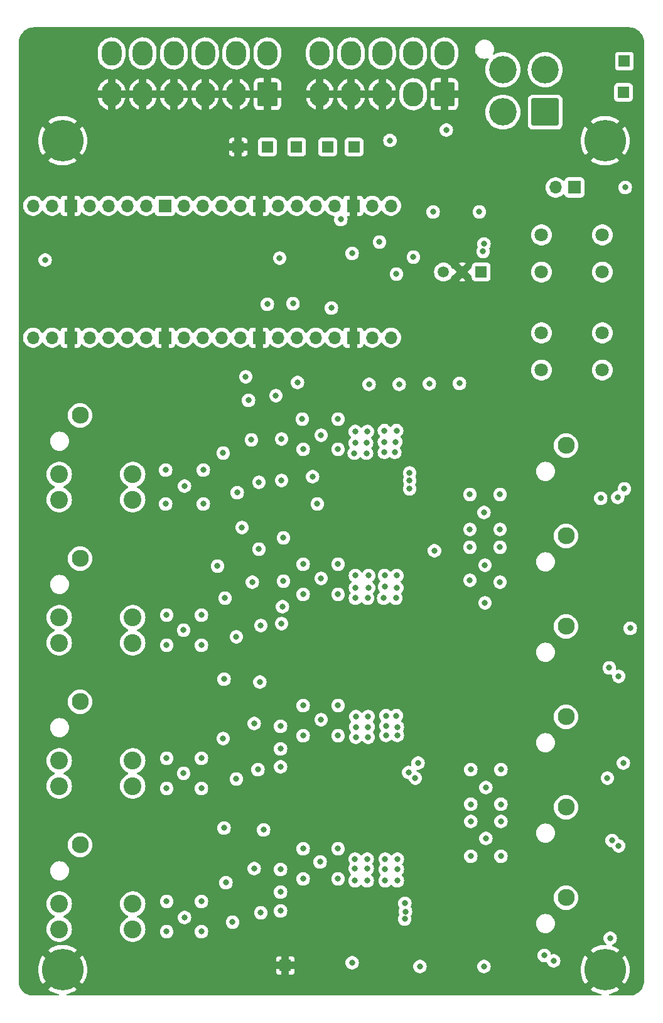
<source format=gbr>
%TF.GenerationSoftware,KiCad,Pcbnew,7.0.2*%
%TF.CreationDate,2023-09-23T20:32:53-04:00*%
%TF.ProjectId,Battery_Monitor_1.2,42617474-6572-4795-9f4d-6f6e69746f72,rev?*%
%TF.SameCoordinates,Original*%
%TF.FileFunction,Copper,L2,Inr*%
%TF.FilePolarity,Positive*%
%FSLAX46Y46*%
G04 Gerber Fmt 4.6, Leading zero omitted, Abs format (unit mm)*
G04 Created by KiCad (PCBNEW 7.0.2) date 2023-09-23 20:32:53*
%MOMM*%
%LPD*%
G01*
G04 APERTURE LIST*
G04 Aperture macros list*
%AMRoundRect*
0 Rectangle with rounded corners*
0 $1 Rounding radius*
0 $2 $3 $4 $5 $6 $7 $8 $9 X,Y pos of 4 corners*
0 Add a 4 corners polygon primitive as box body*
4,1,4,$2,$3,$4,$5,$6,$7,$8,$9,$2,$3,0*
0 Add four circle primitives for the rounded corners*
1,1,$1+$1,$2,$3*
1,1,$1+$1,$4,$5*
1,1,$1+$1,$6,$7*
1,1,$1+$1,$8,$9*
0 Add four rect primitives between the rounded corners*
20,1,$1+$1,$2,$3,$4,$5,0*
20,1,$1+$1,$4,$5,$6,$7,0*
20,1,$1+$1,$6,$7,$8,$9,0*
20,1,$1+$1,$8,$9,$2,$3,0*%
G04 Aperture macros list end*
%TA.AperFunction,ComponentPad*%
%ADD10R,1.500000X1.500000*%
%TD*%
%TA.AperFunction,ComponentPad*%
%ADD11C,2.300000*%
%TD*%
%TA.AperFunction,ComponentPad*%
%ADD12R,2.300000X2.300000*%
%TD*%
%TA.AperFunction,ComponentPad*%
%ADD13C,2.400000*%
%TD*%
%TA.AperFunction,ComponentPad*%
%ADD14C,5.600000*%
%TD*%
%TA.AperFunction,ComponentPad*%
%ADD15O,2.700000X3.300000*%
%TD*%
%TA.AperFunction,ComponentPad*%
%ADD16RoundRect,0.250001X1.099999X1.399999X-1.099999X1.399999X-1.099999X-1.399999X1.099999X-1.399999X0*%
%TD*%
%TA.AperFunction,ComponentPad*%
%ADD17O,1.700000X1.700000*%
%TD*%
%TA.AperFunction,ComponentPad*%
%ADD18R,1.700000X1.700000*%
%TD*%
%TA.AperFunction,ComponentPad*%
%ADD19C,1.508000*%
%TD*%
%TA.AperFunction,ComponentPad*%
%ADD20R,1.508000X1.508000*%
%TD*%
%TA.AperFunction,ComponentPad*%
%ADD21C,1.803400*%
%TD*%
%TA.AperFunction,ComponentPad*%
%ADD22C,3.700000*%
%TD*%
%TA.AperFunction,ComponentPad*%
%ADD23RoundRect,0.250002X1.599998X1.599998X-1.599998X1.599998X-1.599998X-1.599998X1.599998X-1.599998X0*%
%TD*%
%TA.AperFunction,ViaPad*%
%ADD24C,0.800000*%
%TD*%
G04 APERTURE END LIST*
D10*
%TO.N,/I2C0_SCL*%
%TO.C,TP6*%
X115570000Y-51181000D03*
%TD*%
D11*
%TO.N,Net-(J14-Pin_2)*%
%TO.C,J14*%
X82184000Y-145288000D03*
D12*
%TO.N,GND*%
X87884000Y-145288000D03*
%TD*%
D10*
%TO.N,+3.3V*%
%TO.C,TP2*%
X107442000Y-51181000D03*
%TD*%
D13*
%TO.N,Net-(Q14-D)*%
%TO.C,F3*%
X89288000Y-137336000D03*
X89288000Y-133936000D03*
%TO.N,Net-(J11-Pin_2)*%
X79368000Y-137336000D03*
X79368000Y-133936000D03*
%TD*%
D10*
%TO.N,/I2C0_SDA*%
%TO.C,TP5*%
X119126000Y-51181000D03*
%TD*%
D14*
%TO.N,GND*%
%TO.C,H1*%
X79834003Y-50340997D03*
%TD*%
D10*
%TO.N,GND*%
%TO.C,TP30*%
X109855000Y-161544000D03*
%TD*%
D15*
%TO.N,/GPIO_2*%
%TO.C,J1*%
X86442000Y-38569000D03*
%TO.N,/GPIO_1*%
X90642000Y-38569000D03*
%TO.N,+3.3V*%
X94842000Y-38569000D03*
X99042000Y-38569000D03*
%TO.N,+5V*%
X103242000Y-38569000D03*
X107442000Y-38569000D03*
%TO.N,GND*%
X86442000Y-44069000D03*
X90642000Y-44069000D03*
X94842000Y-44069000D03*
X99042000Y-44069000D03*
X103242000Y-44069000D03*
D16*
X107442000Y-44069000D03*
%TD*%
D10*
%TO.N,GND*%
%TO.C,TP3*%
X103505000Y-51181000D03*
%TD*%
D13*
%TO.N,Net-(Q9-D)*%
%TO.C,F1*%
X89288000Y-98728000D03*
X89288000Y-95328000D03*
%TO.N,Net-(J8-Pin_2)*%
X79368000Y-98728000D03*
X79368000Y-95328000D03*
%TD*%
D11*
%TO.N,/BATT4_OUT*%
%TO.C,J15*%
X147716000Y-152400000D03*
D12*
%TO.N,GND*%
X153416000Y-152400000D03*
%TD*%
D15*
%TO.N,+5V*%
%TO.C,J2*%
X114518000Y-38569000D03*
%TO.N,+3.3V*%
X118718000Y-38569000D03*
%TO.N,/LED_CTRL*%
X122918000Y-38569000D03*
%TO.N,/I2C0_SCL*%
X127118000Y-38569000D03*
%TO.N,+5V*%
X131318000Y-38569000D03*
%TO.N,GND*%
X114518000Y-44069000D03*
X118718000Y-44069000D03*
X122918000Y-44069000D03*
%TO.N,/I2C0_SDA*%
X127118000Y-44069000D03*
D16*
%TO.N,GND*%
X131318000Y-44069000D03*
%TD*%
D14*
%TO.N,GND*%
%TO.C,H4*%
X152986003Y-162100997D03*
%TD*%
D11*
%TO.N,/BATT1_OUT*%
%TO.C,J9*%
X147716000Y-91440000D03*
D12*
%TO.N,GND*%
X153416000Y-91440000D03*
%TD*%
D17*
%TO.N,/CAN_L*%
%TO.C,J4*%
X146309000Y-56642000D03*
D18*
%TO.N,Net-(J4-Pin_1)*%
X148849000Y-56642000D03*
%TD*%
D11*
%TO.N,/BATT3_OUT*%
%TO.C,J12*%
X147716000Y-128016000D03*
D12*
%TO.N,GND*%
X153416000Y-128016000D03*
%TD*%
D11*
%TO.N,/BATT2_OUT*%
%TO.C,J13*%
X147716000Y-115824000D03*
D12*
%TO.N,GND*%
X153416000Y-115824000D03*
%TD*%
D11*
%TO.N,/40V_OR*%
%TO.C,J10*%
X147716000Y-103632000D03*
D12*
%TO.N,GND*%
X153416000Y-103632000D03*
%TD*%
D14*
%TO.N,GND*%
%TO.C,H2*%
X152986003Y-50340997D03*
%TD*%
D19*
%TO.N,Net-(D3-A)*%
%TO.C,U5*%
X131191000Y-68036000D03*
%TO.N,GND*%
X133731000Y-68036000D03*
D20*
%TO.N,/REG_CTRL*%
X136271000Y-68036000D03*
%TD*%
D13*
%TO.N,Net-(Q19-D)*%
%TO.C,F4*%
X89288000Y-156640000D03*
X89288000Y-153240000D03*
%TO.N,Net-(J14-Pin_2)*%
X79368000Y-156640000D03*
X79368000Y-153240000D03*
%TD*%
D14*
%TO.N,GND*%
%TO.C,H3*%
X79834003Y-162100997D03*
%TD*%
D21*
%TO.N,/CAN_H*%
%TO.C,J6*%
X144407000Y-81255124D03*
X152606999Y-81255124D03*
%TO.N,/CAN_L*%
X144407000Y-76255124D03*
X152606999Y-76255124D03*
%TD*%
D10*
%TO.N,/CAN_L*%
%TO.C,TP7*%
X155575000Y-39624000D03*
%TD*%
D21*
%TO.N,/CAN_H*%
%TO.C,J5*%
X144407000Y-68047124D03*
X152606999Y-68047124D03*
%TO.N,/CAN_L*%
X144407000Y-63047124D03*
X152606999Y-63047124D03*
%TD*%
D11*
%TO.N,Net-(J7-Pin_2)*%
%TO.C,J7*%
X82184000Y-106680000D03*
D12*
%TO.N,GND*%
X87884000Y-106680000D03*
%TD*%
D17*
%TO.N,Net-(Q1-G)*%
%TO.C,U3*%
X75844400Y-59106791D03*
%TO.N,Net-(Q1-S)*%
X78384400Y-59106791D03*
D18*
%TO.N,GND*%
X80924400Y-59106791D03*
D17*
%TO.N,unconnected-(U3-3V3_EN-Pad37)*%
X83464400Y-59106791D03*
%TO.N,unconnected-(U3-3V3-Pad36)*%
X86004400Y-59106791D03*
%TO.N,unconnected-(U3-ADC_VREF-Pad35)*%
X88544400Y-59106791D03*
%TO.N,unconnected-(U3-GPIO28_ADC2-Pad34)*%
X91084400Y-59106791D03*
D18*
%TO.N,unconnected-(U3-AGND-Pad33)*%
X93624400Y-59106791D03*
D17*
%TO.N,/GPIO_2*%
X96164400Y-59106791D03*
%TO.N,/GPIO_1*%
X98704400Y-59106791D03*
%TO.N,unconnected-(U3-RUN-Pad30)*%
X101244400Y-59106791D03*
%TO.N,unconnected-(U3-GPIO22-Pad29)*%
X103784400Y-59106791D03*
D18*
%TO.N,GND*%
X106324400Y-59106791D03*
D17*
%TO.N,unconnected-(U3-GPIO21-Pad27)*%
X108864400Y-59106791D03*
%TO.N,unconnected-(U3-GPIO20-Pad26)*%
X111404400Y-59106791D03*
%TO.N,unconnected-(U3-GPIO19-Pad25)*%
X113944400Y-59106791D03*
%TO.N,/LED_CTRL*%
X116484400Y-59106791D03*
D18*
%TO.N,GND*%
X119024400Y-59106791D03*
D17*
%TO.N,/I2C0_SCL*%
X121564400Y-59106791D03*
%TO.N,/I2C0_SDA*%
X124104400Y-59106791D03*
%TO.N,unconnected-(U3-GPIO15-Pad20)*%
X124104400Y-76886791D03*
%TO.N,unconnected-(U3-GPIO14-Pad19)*%
X121564400Y-76886791D03*
D18*
%TO.N,GND*%
X119024400Y-76886791D03*
D17*
%TO.N,/SHDN_4*%
X116484400Y-76886791D03*
%TO.N,/SHDN_3*%
X113944400Y-76886791D03*
%TO.N,/SHDN_2*%
X111404400Y-76886791D03*
%TO.N,/SHDN_1*%
X108864400Y-76886791D03*
D18*
%TO.N,GND*%
X106324400Y-76886791D03*
D17*
%TO.N,/SPIO_CSn*%
X103784400Y-76886791D03*
%TO.N,/SPIO_RX*%
X101244400Y-76886791D03*
%TO.N,/SPIO_TX*%
X98704400Y-76886791D03*
%TO.N,/SPIO_SCK*%
X96164400Y-76886791D03*
D18*
%TO.N,GND*%
X93624400Y-76886791D03*
D17*
%TO.N,/INT*%
X91084400Y-76886791D03*
%TO.N,unconnected-(U3-GPIO4-Pad6)*%
X88544400Y-76886791D03*
%TO.N,unconnected-(U3-GPIO3-Pad5)*%
X86004400Y-76886791D03*
%TO.N,unconnected-(U3-GPIO2-Pad4)*%
X83464400Y-76886791D03*
D18*
%TO.N,GND*%
X80924400Y-76886791D03*
D17*
%TO.N,unconnected-(U3-GPIO1-Pad2)*%
X78384400Y-76886791D03*
%TO.N,unconnected-(U3-GPIO0-Pad1)*%
X75844400Y-76886791D03*
%TD*%
D11*
%TO.N,Net-(J11-Pin_2)*%
%TO.C,J11*%
X82184000Y-125984000D03*
D12*
%TO.N,GND*%
X87884000Y-125984000D03*
%TD*%
D11*
%TO.N,Net-(J8-Pin_2)*%
%TO.C,J8*%
X82184000Y-87376000D03*
D12*
%TO.N,GND*%
X87884000Y-87376000D03*
%TD*%
D10*
%TO.N,+5V*%
%TO.C,TP4*%
X111379000Y-51181000D03*
%TD*%
D22*
%TO.N,/BATT1_IN*%
%TO.C,J3*%
X139207000Y-40782000D03*
%TO.N,/BATT2_IN*%
X144907000Y-40782000D03*
%TO.N,/BATT1_CTRL*%
X139207000Y-46482000D03*
D23*
%TO.N,/BATT2_CTRL*%
X144907000Y-46482000D03*
%TD*%
D10*
%TO.N,/CAN_H*%
%TO.C,TP8*%
X155448000Y-43815000D03*
%TD*%
D11*
%TO.N,/12V_OR*%
%TO.C,J16*%
X147716000Y-140208000D03*
D12*
%TO.N,GND*%
X153416000Y-140208000D03*
%TD*%
D13*
%TO.N,Net-(Q15-D)*%
%TO.C,F2*%
X89288000Y-118032000D03*
X89288000Y-114632000D03*
%TO.N,Net-(J7-Pin_2)*%
X79368000Y-118032000D03*
X79368000Y-114632000D03*
%TD*%
D24*
%TO.N,+5V*%
X136017000Y-59944000D03*
X127127000Y-66040000D03*
X110896400Y-72288400D03*
X124841000Y-68326000D03*
X109093000Y-66167000D03*
X107442000Y-72390000D03*
X77470000Y-66421000D03*
X116078000Y-72898000D03*
%TO.N,/BATT1_OUT*%
X124872198Y-89423419D03*
X124745198Y-90947419D03*
X123221198Y-92344419D03*
X118872000Y-161163000D03*
X123221198Y-89423419D03*
X152400000Y-98552000D03*
X124618198Y-92344419D03*
X123221198Y-90947419D03*
%TO.N,GND*%
X125349000Y-159004000D03*
X94996000Y-88138000D03*
X111760000Y-164592000D03*
X121920000Y-139446000D03*
X122301000Y-142875000D03*
X96266000Y-127000000D03*
X94996000Y-107950000D03*
X100330000Y-81534000D03*
X126238000Y-100584000D03*
X120015000Y-164592000D03*
X136398000Y-53721000D03*
X122428000Y-105029000D03*
X136906000Y-164846000D03*
X120777000Y-85344000D03*
X121514622Y-96399756D03*
X110363000Y-100076000D03*
X125730000Y-121539000D03*
X127508000Y-56515000D03*
X128270000Y-164719000D03*
X110998000Y-117856000D03*
X83185000Y-62230000D03*
X121471690Y-115316000D03*
X122713198Y-95383756D03*
X128270000Y-139446000D03*
X126489800Y-137122992D03*
X113995200Y-61061600D03*
X109093000Y-67564000D03*
X114757200Y-72644000D03*
X101854000Y-102489000D03*
X110998000Y-156591000D03*
X128016000Y-76073000D03*
X126238000Y-54102000D03*
X126746000Y-133387500D03*
X122936000Y-153124992D03*
X111252000Y-137287000D03*
X128905000Y-85344000D03*
X94234000Y-62865000D03*
X96266000Y-146304000D03*
X81915000Y-64516000D03*
X122995690Y-114808000D03*
X121666000Y-154178000D03*
X92583000Y-67564000D03*
%TO.N,/BATT2_IN*%
X105410000Y-109855000D03*
X109601000Y-103886000D03*
X101727000Y-112014000D03*
X109474000Y-113157000D03*
X106553000Y-115697000D03*
X109347000Y-115443000D03*
X103251000Y-117221000D03*
X109601000Y-109728000D03*
%TO.N,/BATT3_IN*%
X109220000Y-134747000D03*
X101473000Y-130937000D03*
X106426000Y-123317000D03*
X103251000Y-136398000D03*
X109220000Y-129286000D03*
X106172000Y-135128000D03*
X109220000Y-132334000D03*
X105664000Y-128905000D03*
%TO.N,/BATT4_IN*%
X106934000Y-143256000D03*
X109220000Y-154178000D03*
X109220000Y-148590000D03*
X101854000Y-150368000D03*
X105664000Y-148463000D03*
X102743000Y-155702000D03*
X106553000Y-154432000D03*
X109220000Y-151638000D03*
%TO.N,/BATT1_IN*%
X105283000Y-90678000D03*
X103378000Y-97790000D03*
X111506000Y-82931000D03*
X109347000Y-90551000D03*
X109347000Y-96139000D03*
X101473000Y-92456000D03*
X108585000Y-84709000D03*
X106299000Y-96393000D03*
%TO.N,/BATT1_CTRL*%
X104521000Y-82169000D03*
%TO.N,/BATT2_CTRL*%
X104013000Y-102489000D03*
%TO.N,/BATT1*%
X120935198Y-89550419D03*
X116967000Y-91948000D03*
X112268000Y-91948000D03*
X119157198Y-92471419D03*
X120808198Y-91074419D03*
X119284198Y-89550419D03*
X114681000Y-90043000D03*
X116967000Y-87884000D03*
X112141000Y-87884000D03*
X119284198Y-91074419D03*
X120808198Y-92471419D03*
%TO.N,/BATT3*%
X121028800Y-129375992D03*
X112268000Y-130556000D03*
X121028800Y-130772992D03*
X121028800Y-127978992D03*
X116967000Y-126492000D03*
X119377800Y-127978992D03*
X119377800Y-129375992D03*
X112268000Y-126492000D03*
X114681000Y-128397000D03*
X119377800Y-130772992D03*
X116967000Y-130556000D03*
%TO.N,/BATT2*%
X116967000Y-111506000D03*
X119312690Y-108966000D03*
X112268000Y-111506000D03*
X121090690Y-108966000D03*
X112268000Y-107442000D03*
X114681000Y-109347000D03*
X119312690Y-112014000D03*
X116967000Y-107442000D03*
X121090690Y-110617000D03*
X120963690Y-112014000D03*
X119312690Y-110617000D03*
%TO.N,/BATT4*%
X120904000Y-150114000D03*
X112268000Y-145796000D03*
X112268000Y-149860000D03*
X119253000Y-148463000D03*
X120904000Y-148463000D03*
X119253000Y-147193000D03*
X114554000Y-147574000D03*
X119253000Y-150114000D03*
X116967000Y-145796000D03*
X120904000Y-147193000D03*
X116967000Y-149860000D03*
%TO.N,/CAN_H*%
X155702000Y-56642000D03*
%TO.N,/BATT2_OUT*%
X124900690Y-110617000D03*
X123249690Y-110490000D03*
X124900690Y-108966000D03*
X124773690Y-112014000D03*
X128016000Y-161671000D03*
X123122690Y-112014000D03*
X123249690Y-108966000D03*
%TO.N,/BATT1_GATE*%
X113538000Y-95631000D03*
X104902000Y-85344000D03*
%TO.N,/ESTOP_CTRL*%
X114173000Y-99314000D03*
X101600000Y-143002000D03*
X100711000Y-107696000D03*
X101600000Y-122936000D03*
X106299000Y-105410000D03*
%TO.N,/40V_OR*%
X138811000Y-98044000D03*
X134747000Y-109601000D03*
X138811000Y-105156000D03*
X136779000Y-107569000D03*
X134747000Y-105156000D03*
X134747000Y-102743000D03*
X138811000Y-109855000D03*
X138811000Y-102743000D03*
X134747000Y-98044000D03*
X136652000Y-100457000D03*
%TO.N,/BATT4_OUT*%
X124968000Y-150114000D03*
X123317000Y-148590000D03*
X123317000Y-150114000D03*
X124968000Y-147193000D03*
X123317000Y-147193000D03*
X124968000Y-148590000D03*
%TO.N,/BATT3_OUT*%
X123441800Y-129248992D03*
X124965800Y-129375992D03*
X123441800Y-130518992D03*
X124965800Y-130518992D03*
X136652000Y-161671000D03*
X123441800Y-127851992D03*
X124838800Y-127851992D03*
%TO.N,/12V_OR*%
X136906000Y-144399000D03*
X138938000Y-139789500D03*
X134874000Y-142113000D03*
X136906000Y-137541000D03*
X138938000Y-135128000D03*
X138938000Y-142113000D03*
X134874000Y-139789500D03*
X134874000Y-146812000D03*
X138938000Y-146812000D03*
X134874000Y-135128000D03*
%TO.N,/I2C0_SDA*%
X144780000Y-160184500D03*
X136652000Y-64262000D03*
X126067529Y-154270127D03*
X154813000Y-122555000D03*
X126619000Y-96139000D03*
X154813000Y-145415000D03*
X155575000Y-97282000D03*
X127381000Y-136271000D03*
X153543000Y-121412000D03*
%TO.N,/I2C0_SCL*%
X125953053Y-155263052D03*
X154686000Y-98425000D03*
X126492000Y-135509000D03*
X136525000Y-65278000D03*
X153924000Y-144690500D03*
X126619000Y-97282000D03*
X146050000Y-160909000D03*
%TO.N,+3.3V*%
X117348000Y-60960000D03*
X118872000Y-65532000D03*
X122555000Y-64008000D03*
X129794000Y-59944000D03*
X123972000Y-50312000D03*
X131572000Y-48895000D03*
%TO.N,Net-(Q9-D)*%
X93726000Y-99314000D03*
X96266000Y-96901000D03*
X98806000Y-99314000D03*
X98806000Y-94742000D03*
X93726000Y-94742000D03*
%TO.N,Net-(Q15-D)*%
X98552000Y-114300000D03*
X96139000Y-116332000D03*
X98552000Y-118364000D03*
X93853000Y-114300000D03*
X93853000Y-118364000D03*
%TO.N,Net-(Q14-D)*%
X98552000Y-133604000D03*
X98552000Y-137668000D03*
X93853000Y-137668000D03*
X96139000Y-135636000D03*
X93853000Y-133604000D03*
%TO.N,Net-(Q19-D)*%
X98552000Y-156972000D03*
X93853000Y-156972000D03*
X96266000Y-155067000D03*
X98552000Y-152908000D03*
X93853000Y-152908000D03*
%TO.N,Net-(Q2-D)*%
X153289000Y-136271000D03*
X155448000Y-134239000D03*
X127762000Y-134239000D03*
X129286000Y-83095500D03*
%TO.N,Net-(Q3-D)*%
X133350000Y-83058000D03*
X153670000Y-157861000D03*
X125984000Y-153162000D03*
%TO.N,Net-(Q4-D)*%
X126619000Y-95139497D03*
X121158000Y-83184989D03*
%TO.N,Net-(Q5-D)*%
X125222000Y-83185000D03*
X156374500Y-116078000D03*
%TO.N,Net-(Q11-G)*%
X136779000Y-112649000D03*
X129971800Y-105613200D03*
%TD*%
%TA.AperFunction,Conductor*%
%TO.N,GND*%
G36*
X156214119Y-35052770D02*
G01*
X156466931Y-35069340D01*
X156483250Y-35071488D01*
X156727695Y-35120111D01*
X156743613Y-35124377D01*
X156979609Y-35204487D01*
X156994816Y-35210786D01*
X157170517Y-35297431D01*
X157218342Y-35321016D01*
X157232616Y-35329257D01*
X157439834Y-35467716D01*
X157452900Y-35477741D01*
X157640284Y-35642073D01*
X157651926Y-35653715D01*
X157690860Y-35698110D01*
X157816254Y-35841094D01*
X157826287Y-35854170D01*
X157964742Y-36061383D01*
X157972983Y-36075657D01*
X158083209Y-36299173D01*
X158089516Y-36314400D01*
X158169622Y-36550387D01*
X158173888Y-36566306D01*
X158222509Y-36810737D01*
X158224660Y-36827078D01*
X158241230Y-37079879D01*
X158241500Y-37088120D01*
X158241500Y-163571878D01*
X158241230Y-163580119D01*
X158224660Y-163832921D01*
X158222509Y-163849262D01*
X158173888Y-164093693D01*
X158169622Y-164109612D01*
X158089516Y-164345599D01*
X158083209Y-164360826D01*
X157972983Y-164584342D01*
X157964742Y-164598616D01*
X157826287Y-164805829D01*
X157816254Y-164818905D01*
X157651932Y-165006278D01*
X157640278Y-165017932D01*
X157452905Y-165182254D01*
X157439829Y-165192287D01*
X157232616Y-165330742D01*
X157218342Y-165338983D01*
X156994826Y-165449209D01*
X156979599Y-165455516D01*
X156743612Y-165535622D01*
X156727693Y-165539888D01*
X156483262Y-165588509D01*
X156466921Y-165590660D01*
X156214119Y-165607230D01*
X156205878Y-165607500D01*
X153602513Y-165607500D01*
X153534392Y-165587498D01*
X153487899Y-165533842D01*
X153477795Y-165463568D01*
X153507289Y-165398988D01*
X153567015Y-165360604D01*
X153575427Y-165358446D01*
X153868951Y-165293836D01*
X153875523Y-165292011D01*
X154208985Y-165179655D01*
X154215317Y-165177132D01*
X154534669Y-165029384D01*
X154540700Y-165026186D01*
X154842211Y-164844774D01*
X154847855Y-164840947D01*
X154938571Y-164771985D01*
X153702590Y-163536004D01*
X153714634Y-163531016D01*
X153929368Y-163399427D01*
X154120873Y-163235867D01*
X154284433Y-163044362D01*
X154416022Y-162829628D01*
X154421010Y-162817584D01*
X155658068Y-164054642D01*
X155822738Y-163811772D01*
X155826246Y-163805943D01*
X155991077Y-163495038D01*
X155993933Y-163488862D01*
X156124181Y-163161967D01*
X156126356Y-163155511D01*
X156220494Y-162816458D01*
X156221962Y-162809790D01*
X156278888Y-162462557D01*
X156279627Y-162455760D01*
X156298677Y-162104409D01*
X156298677Y-162097584D01*
X156279627Y-161746233D01*
X156278888Y-161739436D01*
X156221962Y-161392203D01*
X156220494Y-161385535D01*
X156126356Y-161046482D01*
X156124181Y-161040026D01*
X155993933Y-160713131D01*
X155991077Y-160706955D01*
X155826250Y-160396058D01*
X155822730Y-160390209D01*
X155658068Y-160147350D01*
X154421009Y-161384408D01*
X154416022Y-161372366D01*
X154284433Y-161157632D01*
X154120873Y-160966127D01*
X153929368Y-160802567D01*
X153714634Y-160670978D01*
X153702590Y-160665989D01*
X154938571Y-159430008D01*
X154938570Y-159430007D01*
X154847863Y-159361052D01*
X154842204Y-159357215D01*
X154540700Y-159175807D01*
X154534669Y-159172609D01*
X154215317Y-159024861D01*
X154208985Y-159022338D01*
X153994941Y-158950219D01*
X153936773Y-158909513D01*
X153909846Y-158843821D01*
X153922710Y-158774000D01*
X153971279Y-158722217D01*
X153983912Y-158715714D01*
X154126752Y-158652118D01*
X154281253Y-158539866D01*
X154409040Y-158397944D01*
X154504527Y-158232556D01*
X154563542Y-158050928D01*
X154583504Y-157861000D01*
X154563542Y-157671072D01*
X154510863Y-157508944D01*
X154504527Y-157489443D01*
X154409041Y-157324057D01*
X154281252Y-157182133D01*
X154126753Y-157069883D01*
X154126752Y-157069882D01*
X153952288Y-156992206D01*
X153765487Y-156952500D01*
X153574513Y-156952500D01*
X153449978Y-156978970D01*
X153387711Y-156992206D01*
X153213246Y-157069883D01*
X153058747Y-157182133D01*
X152930958Y-157324057D01*
X152835472Y-157489443D01*
X152776458Y-157671070D01*
X152756496Y-157861000D01*
X152776458Y-158050929D01*
X152835472Y-158232556D01*
X152930958Y-158397942D01*
X153058747Y-158539866D01*
X153093425Y-158565061D01*
X153136779Y-158621283D01*
X153142854Y-158692019D01*
X153109723Y-158754811D01*
X153047903Y-158789722D01*
X153019364Y-158792997D01*
X152810063Y-158792997D01*
X152803249Y-158793366D01*
X152453434Y-158831411D01*
X152446710Y-158832513D01*
X152103054Y-158908157D01*
X152096482Y-158909982D01*
X151763020Y-159022338D01*
X151756688Y-159024861D01*
X151437336Y-159172609D01*
X151431305Y-159175807D01*
X151129801Y-159357215D01*
X151124145Y-159361050D01*
X151033433Y-159430007D01*
X152269415Y-160665989D01*
X152257372Y-160670978D01*
X152042638Y-160802567D01*
X151851133Y-160966127D01*
X151687573Y-161157632D01*
X151555984Y-161372366D01*
X151550995Y-161384409D01*
X150313936Y-160147350D01*
X150149275Y-160390209D01*
X150145755Y-160396058D01*
X149980928Y-160706955D01*
X149978072Y-160713131D01*
X149847824Y-161040026D01*
X149845649Y-161046482D01*
X149751511Y-161385535D01*
X149750043Y-161392203D01*
X149693117Y-161739436D01*
X149692378Y-161746233D01*
X149673329Y-162097584D01*
X149673329Y-162104409D01*
X149692378Y-162455760D01*
X149693117Y-162462557D01*
X149750043Y-162809790D01*
X149751511Y-162816458D01*
X149845649Y-163155511D01*
X149847824Y-163161967D01*
X149978072Y-163488862D01*
X149980928Y-163495038D01*
X150145755Y-163805935D01*
X150149275Y-163811784D01*
X150313936Y-164054642D01*
X151550995Y-162817583D01*
X151555984Y-162829628D01*
X151687573Y-163044362D01*
X151851133Y-163235867D01*
X152042638Y-163399427D01*
X152257372Y-163531016D01*
X152269414Y-163536004D01*
X151033434Y-164771985D01*
X151033434Y-164771986D01*
X151124147Y-164840945D01*
X151129792Y-164844773D01*
X151431305Y-165026186D01*
X151437336Y-165029384D01*
X151756688Y-165177132D01*
X151763020Y-165179655D01*
X152096482Y-165292011D01*
X152103054Y-165293836D01*
X152396579Y-165358446D01*
X152458808Y-165392624D01*
X152492679Y-165455020D01*
X152487440Y-165525823D01*
X152444753Y-165582554D01*
X152378172Y-165607201D01*
X152369493Y-165607500D01*
X80450513Y-165607500D01*
X80382392Y-165587498D01*
X80335899Y-165533842D01*
X80325795Y-165463568D01*
X80355289Y-165398988D01*
X80415015Y-165360604D01*
X80423427Y-165358446D01*
X80716951Y-165293836D01*
X80723523Y-165292011D01*
X81056985Y-165179655D01*
X81063317Y-165177132D01*
X81382669Y-165029384D01*
X81388700Y-165026186D01*
X81690211Y-164844774D01*
X81695855Y-164840947D01*
X81786571Y-164771985D01*
X80550590Y-163536004D01*
X80562634Y-163531016D01*
X80777368Y-163399427D01*
X80968873Y-163235867D01*
X81132433Y-163044362D01*
X81264022Y-162829628D01*
X81269010Y-162817584D01*
X82506068Y-164054642D01*
X82670738Y-163811772D01*
X82674246Y-163805943D01*
X82839077Y-163495038D01*
X82841933Y-163488862D01*
X82972181Y-163161967D01*
X82974356Y-163155511D01*
X83068494Y-162816458D01*
X83069962Y-162809790D01*
X83126888Y-162462557D01*
X83127627Y-162455760D01*
X83146677Y-162104409D01*
X83146677Y-162097584D01*
X83144205Y-162052000D01*
X108597000Y-162052000D01*
X108597000Y-162339222D01*
X108597359Y-162345936D01*
X108603505Y-162403093D01*
X108654554Y-162539962D01*
X108742095Y-162656904D01*
X108859037Y-162744445D01*
X108995906Y-162795494D01*
X109053063Y-162801640D01*
X109059777Y-162802000D01*
X109347000Y-162802000D01*
X109347000Y-162052000D01*
X110363000Y-162052000D01*
X110363000Y-162802000D01*
X110650223Y-162802000D01*
X110656936Y-162801640D01*
X110714093Y-162795494D01*
X110850962Y-162744445D01*
X110967904Y-162656904D01*
X111055445Y-162539962D01*
X111106494Y-162403093D01*
X111112640Y-162345936D01*
X111113000Y-162339222D01*
X111113000Y-162052000D01*
X110363000Y-162052000D01*
X109347000Y-162052000D01*
X108597000Y-162052000D01*
X83144205Y-162052000D01*
X83127627Y-161746233D01*
X83126888Y-161739436D01*
X83099652Y-161573302D01*
X109501372Y-161573302D01*
X109530047Y-161686538D01*
X109593936Y-161784327D01*
X109686115Y-161856072D01*
X109796595Y-161894000D01*
X109884005Y-161894000D01*
X109970216Y-161879614D01*
X110072947Y-161824019D01*
X110152060Y-161738079D01*
X110198982Y-161631108D01*
X110208628Y-161514698D01*
X110179953Y-161401462D01*
X110116064Y-161303673D01*
X110023885Y-161231928D01*
X109913405Y-161194000D01*
X109825995Y-161194000D01*
X109739784Y-161208386D01*
X109637053Y-161263981D01*
X109557940Y-161349921D01*
X109511018Y-161456892D01*
X109501372Y-161573302D01*
X83099652Y-161573302D01*
X83069962Y-161392203D01*
X83068494Y-161385535D01*
X83006707Y-161162999D01*
X117958496Y-161162999D01*
X117978458Y-161352929D01*
X118037472Y-161534556D01*
X118132958Y-161699942D01*
X118260747Y-161841865D01*
X118260747Y-161841866D01*
X118415248Y-161954118D01*
X118589712Y-162031794D01*
X118776513Y-162071500D01*
X118776515Y-162071500D01*
X118967485Y-162071500D01*
X118967487Y-162071500D01*
X119154288Y-162031794D01*
X119328752Y-161954118D01*
X119483253Y-161841866D01*
X119611040Y-161699944D01*
X119627751Y-161671000D01*
X127102496Y-161671000D01*
X127122458Y-161860929D01*
X127181472Y-162042556D01*
X127276958Y-162207942D01*
X127276960Y-162207944D01*
X127404747Y-162349866D01*
X127559248Y-162462118D01*
X127733712Y-162539794D01*
X127920513Y-162579500D01*
X127920515Y-162579500D01*
X128111485Y-162579500D01*
X128111487Y-162579500D01*
X128298288Y-162539794D01*
X128472752Y-162462118D01*
X128627253Y-162349866D01*
X128755040Y-162207944D01*
X128850527Y-162042556D01*
X128909542Y-161860928D01*
X128929504Y-161671000D01*
X135738496Y-161671000D01*
X135758458Y-161860929D01*
X135817472Y-162042556D01*
X135912958Y-162207942D01*
X135912960Y-162207944D01*
X136040747Y-162349866D01*
X136195248Y-162462118D01*
X136369712Y-162539794D01*
X136556513Y-162579500D01*
X136556515Y-162579500D01*
X136747485Y-162579500D01*
X136747487Y-162579500D01*
X136934288Y-162539794D01*
X137108752Y-162462118D01*
X137263253Y-162349866D01*
X137391040Y-162207944D01*
X137486527Y-162042556D01*
X137545542Y-161860928D01*
X137565504Y-161671000D01*
X137545542Y-161481072D01*
X137510221Y-161372366D01*
X137486527Y-161299443D01*
X137391041Y-161134057D01*
X137263252Y-160992133D01*
X137108753Y-160879883D01*
X137108752Y-160879882D01*
X136934288Y-160802206D01*
X136747487Y-160762500D01*
X136556513Y-160762500D01*
X136431979Y-160788970D01*
X136369711Y-160802206D01*
X136195246Y-160879883D01*
X136040747Y-160992133D01*
X135912958Y-161134057D01*
X135817472Y-161299443D01*
X135758458Y-161481070D01*
X135738496Y-161671000D01*
X128929504Y-161671000D01*
X128909542Y-161481072D01*
X128874221Y-161372366D01*
X128850527Y-161299443D01*
X128755041Y-161134057D01*
X128627252Y-160992133D01*
X128472753Y-160879883D01*
X128472752Y-160879882D01*
X128298288Y-160802206D01*
X128111487Y-160762500D01*
X127920513Y-160762500D01*
X127795978Y-160788970D01*
X127733711Y-160802206D01*
X127559246Y-160879883D01*
X127404747Y-160992133D01*
X127276958Y-161134057D01*
X127181472Y-161299443D01*
X127122458Y-161481070D01*
X127102496Y-161671000D01*
X119627751Y-161671000D01*
X119706527Y-161534556D01*
X119765542Y-161352928D01*
X119785504Y-161163000D01*
X119765542Y-160973072D01*
X119706527Y-160791444D01*
X119706527Y-160791443D01*
X119611041Y-160626057D01*
X119483252Y-160484133D01*
X119353977Y-160390209D01*
X119328752Y-160371882D01*
X119154288Y-160294206D01*
X118967487Y-160254500D01*
X118776513Y-160254500D01*
X118651979Y-160280970D01*
X118589711Y-160294206D01*
X118415246Y-160371883D01*
X118260747Y-160484133D01*
X118132958Y-160626057D01*
X118037472Y-160791443D01*
X117978458Y-160973070D01*
X117958496Y-161162999D01*
X83006707Y-161162999D01*
X82974356Y-161046482D01*
X82972181Y-161040026D01*
X82970577Y-161036000D01*
X108597000Y-161036000D01*
X109347000Y-161036000D01*
X109347000Y-160286000D01*
X110363000Y-160286000D01*
X110363000Y-161036000D01*
X111113000Y-161036000D01*
X111113000Y-160748777D01*
X111112640Y-160742063D01*
X111106494Y-160684906D01*
X111055445Y-160548037D01*
X110967904Y-160431095D01*
X110850962Y-160343554D01*
X110714093Y-160292505D01*
X110656936Y-160286359D01*
X110650223Y-160286000D01*
X110363000Y-160286000D01*
X109347000Y-160286000D01*
X109059777Y-160286000D01*
X109053063Y-160286359D01*
X108995906Y-160292505D01*
X108859037Y-160343554D01*
X108742095Y-160431095D01*
X108654554Y-160548037D01*
X108603505Y-160684906D01*
X108597359Y-160742063D01*
X108597000Y-160748777D01*
X108597000Y-161036000D01*
X82970577Y-161036000D01*
X82841933Y-160713131D01*
X82839077Y-160706955D01*
X82674250Y-160396058D01*
X82670730Y-160390209D01*
X82531256Y-160184499D01*
X143866496Y-160184499D01*
X143886458Y-160374429D01*
X143945472Y-160556056D01*
X144040958Y-160721442D01*
X144040960Y-160721444D01*
X144168747Y-160863366D01*
X144323248Y-160975618D01*
X144497712Y-161053294D01*
X144684513Y-161093000D01*
X144684515Y-161093000D01*
X144875488Y-161093000D01*
X144907861Y-161086118D01*
X145025534Y-161061106D01*
X145096323Y-161066507D01*
X145152956Y-161109323D01*
X145171563Y-161145416D01*
X145215472Y-161280556D01*
X145310958Y-161445942D01*
X145425634Y-161573302D01*
X145438747Y-161587866D01*
X145593248Y-161700118D01*
X145767712Y-161777794D01*
X145954513Y-161817500D01*
X145954515Y-161817500D01*
X146145485Y-161817500D01*
X146145487Y-161817500D01*
X146332288Y-161777794D01*
X146506752Y-161700118D01*
X146661253Y-161587866D01*
X146789040Y-161445944D01*
X146884527Y-161280556D01*
X146943542Y-161098928D01*
X146963504Y-160909000D01*
X146943542Y-160719072D01*
X146896600Y-160574601D01*
X146884527Y-160537443D01*
X146789041Y-160372057D01*
X146661252Y-160230133D01*
X146506753Y-160117883D01*
X146506752Y-160117882D01*
X146332288Y-160040206D01*
X146145487Y-160000500D01*
X145954513Y-160000500D01*
X145804465Y-160032393D01*
X145733676Y-160026992D01*
X145677044Y-159984175D01*
X145658437Y-159948083D01*
X145614527Y-159812944D01*
X145519041Y-159647557D01*
X145391252Y-159505633D01*
X145236753Y-159393383D01*
X145236752Y-159393382D01*
X145062288Y-159315706D01*
X144875487Y-159276000D01*
X144684513Y-159276000D01*
X144559978Y-159302470D01*
X144497711Y-159315706D01*
X144323246Y-159393383D01*
X144168747Y-159505633D01*
X144040958Y-159647557D01*
X143945472Y-159812943D01*
X143886458Y-159994570D01*
X143866496Y-160184499D01*
X82531256Y-160184499D01*
X82506068Y-160147350D01*
X81269009Y-161384408D01*
X81264022Y-161372366D01*
X81132433Y-161157632D01*
X80968873Y-160966127D01*
X80777368Y-160802567D01*
X80562634Y-160670978D01*
X80550590Y-160665989D01*
X81786571Y-159430008D01*
X81786570Y-159430007D01*
X81695863Y-159361052D01*
X81690204Y-159357215D01*
X81388700Y-159175807D01*
X81382669Y-159172609D01*
X81063317Y-159024861D01*
X81056985Y-159022338D01*
X80723523Y-158909982D01*
X80716951Y-158908157D01*
X80373295Y-158832513D01*
X80366571Y-158831411D01*
X80016756Y-158793366D01*
X80009943Y-158792997D01*
X79658063Y-158792997D01*
X79651249Y-158793366D01*
X79301434Y-158831411D01*
X79294710Y-158832513D01*
X78951054Y-158908157D01*
X78944482Y-158909982D01*
X78611020Y-159022338D01*
X78604688Y-159024861D01*
X78285336Y-159172609D01*
X78279305Y-159175807D01*
X77977801Y-159357215D01*
X77972145Y-159361050D01*
X77881433Y-159430007D01*
X79117415Y-160665989D01*
X79105372Y-160670978D01*
X78890638Y-160802567D01*
X78699133Y-160966127D01*
X78535573Y-161157632D01*
X78403984Y-161372366D01*
X78398995Y-161384409D01*
X77161936Y-160147350D01*
X76997275Y-160390209D01*
X76993755Y-160396058D01*
X76828928Y-160706955D01*
X76826072Y-160713131D01*
X76695824Y-161040026D01*
X76693649Y-161046482D01*
X76599511Y-161385535D01*
X76598043Y-161392203D01*
X76541117Y-161739436D01*
X76540378Y-161746233D01*
X76521329Y-162097584D01*
X76521329Y-162104409D01*
X76540378Y-162455760D01*
X76541117Y-162462557D01*
X76598043Y-162809790D01*
X76599511Y-162816458D01*
X76693649Y-163155511D01*
X76695824Y-163161967D01*
X76826072Y-163488862D01*
X76828928Y-163495038D01*
X76993755Y-163805935D01*
X76997275Y-163811784D01*
X77161936Y-164054642D01*
X78398995Y-162817583D01*
X78403984Y-162829628D01*
X78535573Y-163044362D01*
X78699133Y-163235867D01*
X78890638Y-163399427D01*
X79105372Y-163531016D01*
X79117414Y-163536004D01*
X77881434Y-164771985D01*
X77881434Y-164771986D01*
X77972147Y-164840945D01*
X77977792Y-164844773D01*
X78279305Y-165026186D01*
X78285336Y-165029384D01*
X78604688Y-165177132D01*
X78611020Y-165179655D01*
X78944482Y-165292011D01*
X78951054Y-165293836D01*
X79244579Y-165358446D01*
X79306808Y-165392624D01*
X79340679Y-165455020D01*
X79335440Y-165525823D01*
X79292753Y-165582554D01*
X79226172Y-165607201D01*
X79217493Y-165607500D01*
X75720249Y-165607500D01*
X75705411Y-165606623D01*
X75479105Y-165579786D01*
X75462900Y-165576779D01*
X75237047Y-165519366D01*
X75221374Y-165514270D01*
X75004940Y-165427866D01*
X74990065Y-165420767D01*
X74951196Y-165398988D01*
X74786755Y-165306848D01*
X74772948Y-165297877D01*
X74586247Y-165158396D01*
X74573720Y-165147692D01*
X74406828Y-164985040D01*
X74395803Y-164972790D01*
X74251573Y-164789751D01*
X74242240Y-164776165D01*
X74123130Y-164575856D01*
X74115651Y-164561170D01*
X74083072Y-164485295D01*
X74023704Y-164347026D01*
X74018212Y-164331508D01*
X73955000Y-164107187D01*
X73951579Y-164091070D01*
X73944364Y-164041230D01*
X73918191Y-163860429D01*
X73916902Y-163844020D01*
X73914095Y-163625882D01*
X73914500Y-163619684D01*
X73914500Y-163592687D01*
X73914674Y-163586064D01*
X73917316Y-163535871D01*
X73917247Y-163535546D01*
X73914500Y-163509379D01*
X73914500Y-156639999D01*
X77654709Y-156639999D01*
X77673845Y-156895354D01*
X77730826Y-157145002D01*
X77824378Y-157383369D01*
X77952413Y-157605131D01*
X78112065Y-157805330D01*
X78299784Y-157979508D01*
X78458461Y-158087691D01*
X78511355Y-158123754D01*
X78630959Y-158181352D01*
X78742064Y-158234858D01*
X78796635Y-158251690D01*
X78986757Y-158310335D01*
X79239966Y-158348500D01*
X79239968Y-158348500D01*
X79496032Y-158348500D01*
X79496034Y-158348500D01*
X79749243Y-158310335D01*
X79993935Y-158234858D01*
X80224646Y-158123754D01*
X80436219Y-157979505D01*
X80623931Y-157805334D01*
X80783587Y-157605131D01*
X80911622Y-157383369D01*
X81005174Y-157145001D01*
X81062155Y-156895353D01*
X81081291Y-156640000D01*
X87574709Y-156640000D01*
X87593845Y-156895354D01*
X87650826Y-157145002D01*
X87744378Y-157383369D01*
X87872413Y-157605131D01*
X88032065Y-157805330D01*
X88219784Y-157979508D01*
X88378461Y-158087691D01*
X88431355Y-158123754D01*
X88550959Y-158181352D01*
X88662064Y-158234858D01*
X88716635Y-158251690D01*
X88906757Y-158310335D01*
X89159966Y-158348500D01*
X89159968Y-158348500D01*
X89416032Y-158348500D01*
X89416034Y-158348500D01*
X89669243Y-158310335D01*
X89913935Y-158234858D01*
X90144646Y-158123754D01*
X90356219Y-157979505D01*
X90543931Y-157805334D01*
X90703587Y-157605131D01*
X90831622Y-157383369D01*
X90925174Y-157145001D01*
X90964661Y-156972000D01*
X92939496Y-156972000D01*
X92959458Y-157161929D01*
X93018472Y-157343556D01*
X93113958Y-157508942D01*
X93113960Y-157508944D01*
X93241747Y-157650866D01*
X93396248Y-157763118D01*
X93570712Y-157840794D01*
X93757513Y-157880500D01*
X93757515Y-157880500D01*
X93948485Y-157880500D01*
X93948487Y-157880500D01*
X94135288Y-157840794D01*
X94309752Y-157763118D01*
X94464253Y-157650866D01*
X94592040Y-157508944D01*
X94687527Y-157343556D01*
X94746542Y-157161928D01*
X94766504Y-156972000D01*
X97638496Y-156972000D01*
X97658458Y-157161929D01*
X97717472Y-157343556D01*
X97812958Y-157508942D01*
X97812960Y-157508944D01*
X97940747Y-157650866D01*
X98095248Y-157763118D01*
X98269712Y-157840794D01*
X98456513Y-157880500D01*
X98456515Y-157880500D01*
X98647485Y-157880500D01*
X98647487Y-157880500D01*
X98834288Y-157840794D01*
X99008752Y-157763118D01*
X99163253Y-157650866D01*
X99291040Y-157508944D01*
X99386527Y-157343556D01*
X99445542Y-157161928D01*
X99465504Y-156972000D01*
X99445542Y-156782072D01*
X99399379Y-156639999D01*
X99386527Y-156600443D01*
X99291041Y-156435057D01*
X99163252Y-156293133D01*
X99008753Y-156180883D01*
X99008752Y-156180882D01*
X98834288Y-156103206D01*
X98647487Y-156063500D01*
X98456513Y-156063500D01*
X98331979Y-156089970D01*
X98269711Y-156103206D01*
X98095246Y-156180883D01*
X97940747Y-156293133D01*
X97812958Y-156435057D01*
X97717472Y-156600443D01*
X97658458Y-156782070D01*
X97638496Y-156972000D01*
X94766504Y-156972000D01*
X94746542Y-156782072D01*
X94700379Y-156639999D01*
X94687527Y-156600443D01*
X94592041Y-156435057D01*
X94464252Y-156293133D01*
X94309753Y-156180883D01*
X94309752Y-156180882D01*
X94135288Y-156103206D01*
X93948487Y-156063500D01*
X93757513Y-156063500D01*
X93632978Y-156089970D01*
X93570711Y-156103206D01*
X93396246Y-156180883D01*
X93241747Y-156293133D01*
X93113958Y-156435057D01*
X93018472Y-156600443D01*
X92959458Y-156782070D01*
X92939496Y-156972000D01*
X90964661Y-156972000D01*
X90982155Y-156895353D01*
X91001291Y-156640000D01*
X90982155Y-156384647D01*
X90925174Y-156134999D01*
X90831622Y-155896631D01*
X90703587Y-155674869D01*
X90647025Y-155603942D01*
X90543934Y-155474669D01*
X90506598Y-155440026D01*
X90356219Y-155300495D01*
X90144646Y-155156246D01*
X90144645Y-155156245D01*
X90144643Y-155156244D01*
X89979612Y-155076770D01*
X89959324Y-155067000D01*
X95352496Y-155067000D01*
X95372458Y-155256929D01*
X95431472Y-155438556D01*
X95526958Y-155603942D01*
X95526960Y-155603944D01*
X95654747Y-155745866D01*
X95809248Y-155858118D01*
X95983712Y-155935794D01*
X96170513Y-155975500D01*
X96170515Y-155975500D01*
X96361485Y-155975500D01*
X96361487Y-155975500D01*
X96548288Y-155935794D01*
X96722752Y-155858118D01*
X96877253Y-155745866D01*
X96916750Y-155702000D01*
X101829496Y-155702000D01*
X101849458Y-155891929D01*
X101908472Y-156073556D01*
X102003958Y-156238942D01*
X102003960Y-156238944D01*
X102131747Y-156380866D01*
X102286248Y-156493118D01*
X102460712Y-156570794D01*
X102647513Y-156610500D01*
X102647515Y-156610500D01*
X102838485Y-156610500D01*
X102838487Y-156610500D01*
X103025288Y-156570794D01*
X103199752Y-156493118D01*
X103354253Y-156380866D01*
X103482040Y-156238944D01*
X103577527Y-156073556D01*
X103636542Y-155891928D01*
X103656504Y-155702000D01*
X103636542Y-155512072D01*
X103605931Y-155417862D01*
X103577527Y-155330443D01*
X103482041Y-155165057D01*
X103381614Y-155053522D01*
X103354253Y-155023134D01*
X103330594Y-155005945D01*
X103199753Y-154910883D01*
X103199752Y-154910882D01*
X103025288Y-154833206D01*
X102838487Y-154793500D01*
X102647513Y-154793500D01*
X102522978Y-154819970D01*
X102460711Y-154833206D01*
X102286246Y-154910883D01*
X102131747Y-155023133D01*
X102003958Y-155165057D01*
X101908472Y-155330443D01*
X101849458Y-155512070D01*
X101829496Y-155702000D01*
X96916750Y-155702000D01*
X97005040Y-155603944D01*
X97100527Y-155438556D01*
X97159542Y-155256928D01*
X97179504Y-155067000D01*
X97159542Y-154877072D01*
X97123436Y-154765949D01*
X97100527Y-154695443D01*
X97005041Y-154530057D01*
X96916749Y-154431999D01*
X105639496Y-154431999D01*
X105659458Y-154621929D01*
X105718472Y-154803556D01*
X105813958Y-154968942D01*
X105814609Y-154969665D01*
X105941747Y-155110866D01*
X106096248Y-155223118D01*
X106270712Y-155300794D01*
X106457513Y-155340500D01*
X106457515Y-155340500D01*
X106648485Y-155340500D01*
X106648487Y-155340500D01*
X106835288Y-155300794D01*
X106920061Y-155263051D01*
X125039549Y-155263051D01*
X125059511Y-155452981D01*
X125118525Y-155634608D01*
X125214011Y-155799994D01*
X125301023Y-155896631D01*
X125341800Y-155941918D01*
X125496301Y-156054170D01*
X125670765Y-156131846D01*
X125857566Y-156171552D01*
X125857568Y-156171552D01*
X126048538Y-156171552D01*
X126048540Y-156171552D01*
X126235341Y-156131846D01*
X126409805Y-156054170D01*
X126564306Y-155941918D01*
X126620057Y-155880000D01*
X143659605Y-155880000D01*
X143679148Y-156103380D01*
X143737183Y-156319972D01*
X143831949Y-156523198D01*
X143960566Y-156706882D01*
X144119117Y-156865433D01*
X144302801Y-156994050D01*
X144302802Y-156994050D01*
X144302803Y-156994051D01*
X144506027Y-157088816D01*
X144722620Y-157146852D01*
X144890049Y-157161500D01*
X144892789Y-157161500D01*
X144999211Y-157161500D01*
X145001951Y-157161500D01*
X145169380Y-157146852D01*
X145385973Y-157088816D01*
X145589197Y-156994051D01*
X145772879Y-156865436D01*
X145931436Y-156706879D01*
X146060051Y-156523198D01*
X146154816Y-156319973D01*
X146212852Y-156103380D01*
X146232395Y-155880000D01*
X146212852Y-155656620D01*
X146154816Y-155440027D01*
X146060051Y-155236803D01*
X146050467Y-155223116D01*
X145931433Y-155053117D01*
X145772882Y-154894566D01*
X145589198Y-154765949D01*
X145385972Y-154671183D01*
X145169380Y-154613148D01*
X145004674Y-154598738D01*
X145004668Y-154598737D01*
X145001951Y-154598500D01*
X144890049Y-154598500D01*
X144887332Y-154598737D01*
X144887325Y-154598738D01*
X144722619Y-154613148D01*
X144506027Y-154671183D01*
X144302801Y-154765949D01*
X144119117Y-154894566D01*
X143960566Y-155053117D01*
X143831949Y-155236801D01*
X143737183Y-155440026D01*
X143679148Y-155656619D01*
X143659605Y-155880000D01*
X126620057Y-155880000D01*
X126692093Y-155799996D01*
X126787580Y-155634608D01*
X126846595Y-155452980D01*
X126866557Y-155263052D01*
X126846595Y-155073124D01*
X126838040Y-155046794D01*
X126794201Y-154911871D01*
X126792174Y-154840903D01*
X126804915Y-154809935D01*
X126814404Y-154793500D01*
X126902056Y-154641683D01*
X126961071Y-154460055D01*
X126981033Y-154270127D01*
X126961071Y-154080199D01*
X126902056Y-153898571D01*
X126902056Y-153898570D01*
X126806570Y-153733183D01*
X126804883Y-153731310D01*
X126801903Y-153725101D01*
X126799948Y-153721714D01*
X126800206Y-153721564D01*
X126774167Y-153667301D01*
X126782933Y-153596848D01*
X126789403Y-153583999D01*
X126801408Y-153563206D01*
X126818527Y-153533556D01*
X126877542Y-153351928D01*
X126897504Y-153162000D01*
X126877542Y-152972072D01*
X126818527Y-152790444D01*
X126818527Y-152790443D01*
X126723041Y-152625057D01*
X126643253Y-152536443D01*
X126595253Y-152483134D01*
X126480829Y-152400000D01*
X146052372Y-152400000D01*
X146072854Y-152660249D01*
X146133796Y-152914090D01*
X146209945Y-153097929D01*
X146233697Y-153155271D01*
X146370097Y-153377856D01*
X146370098Y-153377858D01*
X146370100Y-153377860D01*
X146539636Y-153576363D01*
X146737088Y-153745001D01*
X146738144Y-153745903D01*
X146960729Y-153882303D01*
X147201911Y-153982204D01*
X147455751Y-154043146D01*
X147716000Y-154063628D01*
X147976249Y-154043146D01*
X148230089Y-153982204D01*
X148471271Y-153882303D01*
X148693856Y-153745903D01*
X148892363Y-153576363D01*
X149061903Y-153377856D01*
X149198303Y-153155271D01*
X149298204Y-152914089D01*
X149359146Y-152660249D01*
X149379628Y-152400000D01*
X149359146Y-152139751D01*
X149298204Y-151885911D01*
X149198303Y-151644729D01*
X149061903Y-151422144D01*
X149061899Y-151422139D01*
X148892363Y-151223636D01*
X148693860Y-151054100D01*
X148693858Y-151054098D01*
X148693856Y-151054097D01*
X148471271Y-150917697D01*
X148440478Y-150904942D01*
X148230090Y-150817796D01*
X147976249Y-150756854D01*
X147716000Y-150736372D01*
X147455750Y-150756854D01*
X147201909Y-150817796D01*
X146960730Y-150917696D01*
X146738139Y-151054100D01*
X146539636Y-151223636D01*
X146370100Y-151422139D01*
X146233696Y-151644730D01*
X146133796Y-151885909D01*
X146072854Y-152139750D01*
X146052372Y-152400000D01*
X126480829Y-152400000D01*
X126440752Y-152370882D01*
X126266288Y-152293206D01*
X126079487Y-152253500D01*
X125888513Y-152253500D01*
X125763979Y-152279970D01*
X125701711Y-152293206D01*
X125527246Y-152370883D01*
X125372747Y-152483133D01*
X125244958Y-152625057D01*
X125149472Y-152790443D01*
X125090458Y-152972070D01*
X125070496Y-153162000D01*
X125090458Y-153351929D01*
X125149472Y-153533556D01*
X125244958Y-153698942D01*
X125246642Y-153700812D01*
X125249617Y-153707012D01*
X125251581Y-153710413D01*
X125251321Y-153710562D01*
X125277360Y-153764819D01*
X125268597Y-153835273D01*
X125262127Y-153848122D01*
X125233002Y-153898569D01*
X125173987Y-154080197D01*
X125154025Y-154270126D01*
X125173987Y-154460056D01*
X125226381Y-154621306D01*
X125228409Y-154692274D01*
X125215667Y-154723242D01*
X125118525Y-154891495D01*
X125059511Y-155073122D01*
X125039549Y-155263051D01*
X106920061Y-155263051D01*
X107009752Y-155223118D01*
X107164253Y-155110866D01*
X107292040Y-154968944D01*
X107387527Y-154803556D01*
X107446542Y-154621928D01*
X107466504Y-154432000D01*
X107446542Y-154242072D01*
X107425724Y-154178000D01*
X108306496Y-154178000D01*
X108326458Y-154367929D01*
X108385472Y-154549556D01*
X108480958Y-154714942D01*
X108608747Y-154856865D01*
X108608747Y-154856866D01*
X108763248Y-154969118D01*
X108937712Y-155046794D01*
X109124513Y-155086500D01*
X109124515Y-155086500D01*
X109315485Y-155086500D01*
X109315487Y-155086500D01*
X109502288Y-155046794D01*
X109676752Y-154969118D01*
X109831253Y-154856866D01*
X109959040Y-154714944D01*
X110054527Y-154549556D01*
X110113542Y-154367928D01*
X110133504Y-154178000D01*
X110113542Y-153988072D01*
X110063894Y-153835273D01*
X110054527Y-153806443D01*
X109959041Y-153641057D01*
X109831252Y-153499133D01*
X109676753Y-153386883D01*
X109676752Y-153386882D01*
X109502288Y-153309206D01*
X109315487Y-153269500D01*
X109124513Y-153269500D01*
X108999979Y-153295970D01*
X108937711Y-153309206D01*
X108763246Y-153386883D01*
X108608747Y-153499133D01*
X108480958Y-153641057D01*
X108385472Y-153806443D01*
X108326458Y-153988070D01*
X108306496Y-154178000D01*
X107425724Y-154178000D01*
X107388562Y-154063628D01*
X107387527Y-154060443D01*
X107292041Y-153895057D01*
X107212253Y-153806443D01*
X107164253Y-153753134D01*
X107154300Y-153745903D01*
X107040581Y-153663281D01*
X107009752Y-153640882D01*
X106835288Y-153563206D01*
X106648487Y-153523500D01*
X106457513Y-153523500D01*
X106332978Y-153549970D01*
X106270711Y-153563206D01*
X106096246Y-153640883D01*
X105941747Y-153753133D01*
X105813958Y-153895057D01*
X105718472Y-154060443D01*
X105659458Y-154242070D01*
X105639496Y-154431999D01*
X96916749Y-154431999D01*
X96877252Y-154388133D01*
X96722753Y-154275883D01*
X96722752Y-154275882D01*
X96548288Y-154198206D01*
X96361487Y-154158500D01*
X96170513Y-154158500D01*
X96045978Y-154184970D01*
X95983711Y-154198206D01*
X95809246Y-154275883D01*
X95654747Y-154388133D01*
X95526958Y-154530057D01*
X95431472Y-154695443D01*
X95372458Y-154877070D01*
X95352496Y-155067000D01*
X89959324Y-155067000D01*
X89931335Y-155053521D01*
X89878640Y-155005945D01*
X89860031Y-154937430D01*
X89881418Y-154869732D01*
X89931336Y-154826478D01*
X89965688Y-154809935D01*
X90144646Y-154723754D01*
X90356219Y-154579505D01*
X90543931Y-154405334D01*
X90703587Y-154205131D01*
X90831622Y-153983369D01*
X90925174Y-153745001D01*
X90982155Y-153495353D01*
X91001291Y-153240000D01*
X90982155Y-152984647D01*
X90964661Y-152908000D01*
X92939496Y-152908000D01*
X92959458Y-153097929D01*
X93018472Y-153279556D01*
X93113958Y-153444942D01*
X93220443Y-153563206D01*
X93241747Y-153586866D01*
X93396248Y-153699118D01*
X93570712Y-153776794D01*
X93757513Y-153816500D01*
X93757515Y-153816500D01*
X93948485Y-153816500D01*
X93948487Y-153816500D01*
X94135288Y-153776794D01*
X94309752Y-153699118D01*
X94464253Y-153586866D01*
X94592040Y-153444944D01*
X94687527Y-153279556D01*
X94746542Y-153097928D01*
X94766504Y-152908000D01*
X97638496Y-152908000D01*
X97658458Y-153097929D01*
X97717472Y-153279556D01*
X97812958Y-153444942D01*
X97919443Y-153563206D01*
X97940747Y-153586866D01*
X98095248Y-153699118D01*
X98269712Y-153776794D01*
X98456513Y-153816500D01*
X98456515Y-153816500D01*
X98647485Y-153816500D01*
X98647487Y-153816500D01*
X98834288Y-153776794D01*
X99008752Y-153699118D01*
X99163253Y-153586866D01*
X99291040Y-153444944D01*
X99386527Y-153279556D01*
X99445542Y-153097928D01*
X99465504Y-152908000D01*
X99445542Y-152718072D01*
X99414931Y-152623862D01*
X99386527Y-152536443D01*
X99291041Y-152371057D01*
X99163252Y-152229133D01*
X99008753Y-152116883D01*
X99008752Y-152116882D01*
X98834288Y-152039206D01*
X98647487Y-151999500D01*
X98456513Y-151999500D01*
X98331979Y-152025970D01*
X98269711Y-152039206D01*
X98095246Y-152116883D01*
X97940747Y-152229133D01*
X97812958Y-152371057D01*
X97717472Y-152536443D01*
X97658458Y-152718070D01*
X97638496Y-152908000D01*
X94766504Y-152908000D01*
X94746542Y-152718072D01*
X94715931Y-152623862D01*
X94687527Y-152536443D01*
X94592041Y-152371057D01*
X94464252Y-152229133D01*
X94309753Y-152116883D01*
X94309752Y-152116882D01*
X94135288Y-152039206D01*
X93948487Y-151999500D01*
X93757513Y-151999500D01*
X93632978Y-152025970D01*
X93570711Y-152039206D01*
X93396246Y-152116883D01*
X93241747Y-152229133D01*
X93113958Y-152371057D01*
X93018472Y-152536443D01*
X92959458Y-152718070D01*
X92939496Y-152908000D01*
X90964661Y-152908000D01*
X90925174Y-152734999D01*
X90831622Y-152496631D01*
X90703587Y-152274869D01*
X90623898Y-152174942D01*
X90543934Y-152074669D01*
X90462921Y-151999500D01*
X90356219Y-151900495D01*
X90144646Y-151756246D01*
X90144645Y-151756245D01*
X90144643Y-151756244D01*
X89913935Y-151645141D01*
X89890784Y-151638000D01*
X108306496Y-151638000D01*
X108326458Y-151827929D01*
X108385472Y-152009556D01*
X108480958Y-152174942D01*
X108480960Y-152174944D01*
X108608747Y-152316866D01*
X108763248Y-152429118D01*
X108937712Y-152506794D01*
X109124513Y-152546500D01*
X109124515Y-152546500D01*
X109315485Y-152546500D01*
X109315487Y-152546500D01*
X109502288Y-152506794D01*
X109676752Y-152429118D01*
X109831253Y-152316866D01*
X109959040Y-152174944D01*
X110054527Y-152009556D01*
X110113542Y-151827928D01*
X110133504Y-151638000D01*
X110113542Y-151448072D01*
X110082931Y-151353862D01*
X110054527Y-151266443D01*
X109959041Y-151101057D01*
X109888308Y-151022500D01*
X109831253Y-150959134D01*
X109676752Y-150846882D01*
X109502288Y-150769206D01*
X109315487Y-150729500D01*
X109124513Y-150729500D01*
X108999978Y-150755970D01*
X108937711Y-150769206D01*
X108763246Y-150846883D01*
X108608747Y-150959133D01*
X108480958Y-151101057D01*
X108385472Y-151266443D01*
X108326458Y-151448070D01*
X108306496Y-151638000D01*
X89890784Y-151638000D01*
X89737018Y-151590570D01*
X89669243Y-151569665D01*
X89416034Y-151531500D01*
X89159966Y-151531500D01*
X88906757Y-151569665D01*
X88906753Y-151569666D01*
X88906754Y-151569666D01*
X88662064Y-151645141D01*
X88431354Y-151756246D01*
X88219784Y-151900491D01*
X88032065Y-152074669D01*
X87872413Y-152274868D01*
X87744378Y-152496630D01*
X87650826Y-152734997D01*
X87593845Y-152984645D01*
X87574709Y-153239999D01*
X87593845Y-153495354D01*
X87650826Y-153745002D01*
X87744378Y-153983369D01*
X87872413Y-154205131D01*
X88032065Y-154405330D01*
X88032068Y-154405332D01*
X88032069Y-154405334D01*
X88139332Y-154504860D01*
X88219784Y-154579508D01*
X88354249Y-154671184D01*
X88431355Y-154723754D01*
X88644664Y-154826478D01*
X88697359Y-154874054D01*
X88715968Y-154942569D01*
X88694581Y-155010267D01*
X88644664Y-155053521D01*
X88431352Y-155156247D01*
X88219784Y-155300491D01*
X88032065Y-155474669D01*
X87872413Y-155674868D01*
X87744378Y-155896630D01*
X87650826Y-156134997D01*
X87593845Y-156384645D01*
X87574709Y-156640000D01*
X81081291Y-156640000D01*
X81062155Y-156384647D01*
X81005174Y-156134999D01*
X80911622Y-155896631D01*
X80783587Y-155674869D01*
X80727025Y-155603942D01*
X80623934Y-155474669D01*
X80586598Y-155440026D01*
X80436219Y-155300495D01*
X80224646Y-155156246D01*
X80224645Y-155156245D01*
X80224643Y-155156244D01*
X80059612Y-155076770D01*
X80011335Y-155053521D01*
X79958640Y-155005945D01*
X79940031Y-154937430D01*
X79961418Y-154869732D01*
X80011336Y-154826478D01*
X80045688Y-154809935D01*
X80224646Y-154723754D01*
X80436219Y-154579505D01*
X80623931Y-154405334D01*
X80783587Y-154205131D01*
X80911622Y-153983369D01*
X81005174Y-153745001D01*
X81062155Y-153495353D01*
X81081291Y-153240000D01*
X81062155Y-152984647D01*
X81005174Y-152734999D01*
X80911622Y-152496631D01*
X80783587Y-152274869D01*
X80703898Y-152174942D01*
X80623934Y-152074669D01*
X80542921Y-151999500D01*
X80436219Y-151900495D01*
X80224646Y-151756246D01*
X80224645Y-151756245D01*
X80224643Y-151756244D01*
X79993935Y-151645141D01*
X79817018Y-151590570D01*
X79749243Y-151569665D01*
X79496034Y-151531500D01*
X79239966Y-151531500D01*
X78986757Y-151569665D01*
X78986753Y-151569666D01*
X78986754Y-151569666D01*
X78742064Y-151645141D01*
X78511354Y-151756246D01*
X78299784Y-151900491D01*
X78112065Y-152074669D01*
X77952413Y-152274868D01*
X77824378Y-152496630D01*
X77730826Y-152734997D01*
X77673845Y-152984645D01*
X77654709Y-153240000D01*
X77673845Y-153495354D01*
X77730826Y-153745002D01*
X77824378Y-153983369D01*
X77952413Y-154205131D01*
X78112065Y-154405330D01*
X78112068Y-154405332D01*
X78112069Y-154405334D01*
X78219332Y-154504860D01*
X78299784Y-154579508D01*
X78434249Y-154671184D01*
X78511355Y-154723754D01*
X78724664Y-154826478D01*
X78777359Y-154874054D01*
X78795968Y-154942569D01*
X78774581Y-155010267D01*
X78724664Y-155053521D01*
X78511352Y-155156247D01*
X78299784Y-155300491D01*
X78112065Y-155474669D01*
X77952413Y-155674868D01*
X77824378Y-155896630D01*
X77730826Y-156134997D01*
X77673845Y-156384645D01*
X77654709Y-156639999D01*
X73914500Y-156639999D01*
X73914500Y-150367999D01*
X100940496Y-150367999D01*
X100960458Y-150557929D01*
X101019472Y-150739556D01*
X101114958Y-150904942D01*
X101126442Y-150917696D01*
X101242747Y-151046866D01*
X101397248Y-151159118D01*
X101571712Y-151236794D01*
X101758513Y-151276500D01*
X101758515Y-151276500D01*
X101949485Y-151276500D01*
X101949487Y-151276500D01*
X102136288Y-151236794D01*
X102310752Y-151159118D01*
X102465253Y-151046866D01*
X102593040Y-150904944D01*
X102688527Y-150739556D01*
X102747542Y-150557928D01*
X102767504Y-150368000D01*
X102747542Y-150178072D01*
X102716931Y-150083862D01*
X102688527Y-149996443D01*
X102609751Y-149860000D01*
X111354496Y-149860000D01*
X111374458Y-150049929D01*
X111433472Y-150231556D01*
X111528958Y-150396942D01*
X111622824Y-150501191D01*
X111656747Y-150538866D01*
X111811248Y-150651118D01*
X111985712Y-150728794D01*
X112172513Y-150768500D01*
X112172515Y-150768500D01*
X112363485Y-150768500D01*
X112363487Y-150768500D01*
X112550288Y-150728794D01*
X112724752Y-150651118D01*
X112879253Y-150538866D01*
X113007040Y-150396944D01*
X113102527Y-150231556D01*
X113161542Y-150049928D01*
X113181504Y-149860000D01*
X113181504Y-149859999D01*
X116053496Y-149859999D01*
X116073458Y-150049929D01*
X116132472Y-150231556D01*
X116227958Y-150396942D01*
X116321824Y-150501191D01*
X116355747Y-150538866D01*
X116510248Y-150651118D01*
X116684712Y-150728794D01*
X116871513Y-150768500D01*
X116871515Y-150768500D01*
X117062485Y-150768500D01*
X117062487Y-150768500D01*
X117249288Y-150728794D01*
X117423752Y-150651118D01*
X117578253Y-150538866D01*
X117706040Y-150396944D01*
X117801527Y-150231556D01*
X117839724Y-150114000D01*
X118339496Y-150114000D01*
X118359458Y-150303929D01*
X118418472Y-150485556D01*
X118513958Y-150650942D01*
X118609322Y-150756854D01*
X118641747Y-150792866D01*
X118796248Y-150905118D01*
X118970712Y-150982794D01*
X119157513Y-151022500D01*
X119157515Y-151022500D01*
X119348485Y-151022500D01*
X119348487Y-151022500D01*
X119535288Y-150982794D01*
X119709752Y-150905118D01*
X119864253Y-150792866D01*
X119984866Y-150658911D01*
X120045308Y-150621674D01*
X120116292Y-150623025D01*
X120172135Y-150658913D01*
X120260322Y-150756854D01*
X120292747Y-150792866D01*
X120447248Y-150905118D01*
X120621712Y-150982794D01*
X120808513Y-151022500D01*
X120808515Y-151022500D01*
X120999485Y-151022500D01*
X120999487Y-151022500D01*
X121186288Y-150982794D01*
X121360752Y-150905118D01*
X121515253Y-150792866D01*
X121643040Y-150650944D01*
X121738527Y-150485556D01*
X121797542Y-150303928D01*
X121817504Y-150114000D01*
X122403496Y-150114000D01*
X122423458Y-150303929D01*
X122482472Y-150485556D01*
X122577958Y-150650942D01*
X122673322Y-150756854D01*
X122705747Y-150792866D01*
X122860248Y-150905118D01*
X123034712Y-150982794D01*
X123221513Y-151022500D01*
X123221515Y-151022500D01*
X123412485Y-151022500D01*
X123412487Y-151022500D01*
X123599288Y-150982794D01*
X123773752Y-150905118D01*
X123928253Y-150792866D01*
X124048863Y-150658914D01*
X124109310Y-150621674D01*
X124180293Y-150623026D01*
X124236136Y-150658914D01*
X124334808Y-150768500D01*
X124356747Y-150792866D01*
X124511248Y-150905118D01*
X124685712Y-150982794D01*
X124872513Y-151022500D01*
X124872515Y-151022500D01*
X125063485Y-151022500D01*
X125063487Y-151022500D01*
X125250288Y-150982794D01*
X125424752Y-150905118D01*
X125579253Y-150792866D01*
X125707040Y-150650944D01*
X125802527Y-150485556D01*
X125861542Y-150303928D01*
X125881504Y-150114000D01*
X125861542Y-149924072D01*
X125802527Y-149742444D01*
X125802527Y-149742443D01*
X125707041Y-149577057D01*
X125692599Y-149561017D01*
X125580311Y-149436309D01*
X125549595Y-149372303D01*
X125558358Y-149301850D01*
X125580310Y-149267692D01*
X125707040Y-149126944D01*
X125802527Y-148961556D01*
X125861542Y-148779928D01*
X125881504Y-148590000D01*
X125861542Y-148400072D01*
X125820276Y-148273070D01*
X125802527Y-148218443D01*
X125707041Y-148053057D01*
X125637488Y-147975811D01*
X125606771Y-147911803D01*
X125615534Y-147841350D01*
X125637488Y-147807189D01*
X125658248Y-147784133D01*
X125707040Y-147729944D01*
X125802527Y-147564556D01*
X125861542Y-147382928D01*
X125881504Y-147193000D01*
X125861542Y-147003072D01*
X125802527Y-146821444D01*
X125802527Y-146821443D01*
X125797075Y-146812000D01*
X133960496Y-146812000D01*
X133961489Y-146821444D01*
X133980458Y-147001929D01*
X134039472Y-147183556D01*
X134134958Y-147348942D01*
X134166589Y-147384072D01*
X134262747Y-147490866D01*
X134417248Y-147603118D01*
X134591712Y-147680794D01*
X134778513Y-147720500D01*
X134778515Y-147720500D01*
X134969485Y-147720500D01*
X134969487Y-147720500D01*
X135156288Y-147680794D01*
X135330752Y-147603118D01*
X135485253Y-147490866D01*
X135613040Y-147348944D01*
X135708527Y-147183556D01*
X135767542Y-147001928D01*
X135787504Y-146812000D01*
X138024496Y-146812000D01*
X138044458Y-147001929D01*
X138103472Y-147183556D01*
X138198958Y-147348942D01*
X138230589Y-147384072D01*
X138326747Y-147490866D01*
X138481248Y-147603118D01*
X138655712Y-147680794D01*
X138842513Y-147720500D01*
X138842515Y-147720500D01*
X139033485Y-147720500D01*
X139033487Y-147720500D01*
X139220288Y-147680794D01*
X139394752Y-147603118D01*
X139549253Y-147490866D01*
X139677040Y-147348944D01*
X139772527Y-147183556D01*
X139831542Y-147001928D01*
X139851504Y-146812000D01*
X139831542Y-146622072D01*
X139796470Y-146514132D01*
X139772527Y-146440443D01*
X139677041Y-146275057D01*
X139549252Y-146133133D01*
X139472002Y-146077007D01*
X139394752Y-146020882D01*
X139220288Y-145943206D01*
X139033487Y-145903500D01*
X138842513Y-145903500D01*
X138717978Y-145929970D01*
X138655711Y-145943206D01*
X138481246Y-146020883D01*
X138326747Y-146133133D01*
X138198958Y-146275057D01*
X138103472Y-146440443D01*
X138044458Y-146622070D01*
X138024496Y-146812000D01*
X135787504Y-146812000D01*
X135767542Y-146622072D01*
X135732470Y-146514132D01*
X135708527Y-146440443D01*
X135613041Y-146275057D01*
X135485252Y-146133133D01*
X135408002Y-146077007D01*
X135330752Y-146020882D01*
X135156288Y-145943206D01*
X134969487Y-145903500D01*
X134778513Y-145903500D01*
X134653979Y-145929970D01*
X134591711Y-145943206D01*
X134417246Y-146020883D01*
X134262747Y-146133133D01*
X134134958Y-146275057D01*
X134039472Y-146440443D01*
X133980458Y-146622070D01*
X133971720Y-146705206D01*
X133960496Y-146812000D01*
X125797075Y-146812000D01*
X125707041Y-146656057D01*
X125579252Y-146514133D01*
X125424753Y-146401883D01*
X125424752Y-146401882D01*
X125250288Y-146324206D01*
X125063487Y-146284500D01*
X124872513Y-146284500D01*
X124747979Y-146310970D01*
X124685711Y-146324206D01*
X124511246Y-146401883D01*
X124356747Y-146514133D01*
X124236135Y-146648086D01*
X124175689Y-146685325D01*
X124104705Y-146683973D01*
X124048864Y-146648086D01*
X123928253Y-146514134D01*
X123928252Y-146514133D01*
X123928251Y-146514132D01*
X123773753Y-146401883D01*
X123773752Y-146401882D01*
X123599288Y-146324206D01*
X123412487Y-146284500D01*
X123221513Y-146284500D01*
X123096979Y-146310970D01*
X123034711Y-146324206D01*
X122860246Y-146401883D01*
X122705747Y-146514133D01*
X122577958Y-146656057D01*
X122482472Y-146821443D01*
X122423458Y-147003070D01*
X122403496Y-147193000D01*
X122423458Y-147382929D01*
X122482472Y-147564556D01*
X122577958Y-147729942D01*
X122647512Y-147807190D01*
X122678229Y-147871197D01*
X122669464Y-147941651D01*
X122647512Y-147975810D01*
X122577958Y-148053057D01*
X122482472Y-148218443D01*
X122423458Y-148400070D01*
X122403496Y-148590000D01*
X122423458Y-148779929D01*
X122482472Y-148961556D01*
X122577960Y-149126945D01*
X122704687Y-149267690D01*
X122735405Y-149331697D01*
X122726640Y-149402151D01*
X122704687Y-149436310D01*
X122577960Y-149577054D01*
X122482472Y-149742443D01*
X122423458Y-149924070D01*
X122403496Y-150114000D01*
X121817504Y-150114000D01*
X121797542Y-149924072D01*
X121738527Y-149742444D01*
X121738527Y-149742443D01*
X121643041Y-149577057D01*
X121563253Y-149488444D01*
X121515253Y-149435134D01*
X121515252Y-149435133D01*
X121515250Y-149435131D01*
X121453732Y-149390436D01*
X121410377Y-149334214D01*
X121404301Y-149263478D01*
X121437433Y-149200686D01*
X121453732Y-149186564D01*
X121515250Y-149141868D01*
X121515249Y-149141868D01*
X121515253Y-149141866D01*
X121643040Y-148999944D01*
X121738527Y-148834556D01*
X121797542Y-148652928D01*
X121817504Y-148463000D01*
X121797542Y-148273072D01*
X121749366Y-148124802D01*
X121738527Y-148091443D01*
X121643041Y-147926058D01*
X121643040Y-147926056D01*
X121630664Y-147912311D01*
X121599946Y-147848306D01*
X121608708Y-147777852D01*
X121630663Y-147743689D01*
X121643040Y-147729944D01*
X121738527Y-147564556D01*
X121797542Y-147382928D01*
X121817504Y-147193000D01*
X121797542Y-147003072D01*
X121738527Y-146821444D01*
X121738527Y-146821443D01*
X121643041Y-146656057D01*
X121515252Y-146514133D01*
X121360753Y-146401883D01*
X121360752Y-146401882D01*
X121186288Y-146324206D01*
X120999487Y-146284500D01*
X120808513Y-146284500D01*
X120683979Y-146310970D01*
X120621711Y-146324206D01*
X120447246Y-146401883D01*
X120292747Y-146514133D01*
X120172136Y-146648086D01*
X120111690Y-146685325D01*
X120040706Y-146683973D01*
X119984864Y-146648086D01*
X119864252Y-146514133D01*
X119709753Y-146401883D01*
X119709752Y-146401882D01*
X119535288Y-146324206D01*
X119348487Y-146284500D01*
X119157513Y-146284500D01*
X119032979Y-146310970D01*
X118970711Y-146324206D01*
X118796246Y-146401883D01*
X118641747Y-146514133D01*
X118513958Y-146656057D01*
X118418472Y-146821443D01*
X118359458Y-147003070D01*
X118339496Y-147193000D01*
X118359458Y-147382929D01*
X118418472Y-147564556D01*
X118513958Y-147729943D01*
X118526337Y-147743691D01*
X118557053Y-147807700D01*
X118548287Y-147878153D01*
X118526337Y-147912309D01*
X118513958Y-147926056D01*
X118418472Y-148091443D01*
X118359458Y-148273070D01*
X118339496Y-148463000D01*
X118359458Y-148652929D01*
X118418472Y-148834556D01*
X118513958Y-148999942D01*
X118641747Y-149141866D01*
X118703268Y-149186564D01*
X118746622Y-149242786D01*
X118752697Y-149313523D01*
X118719565Y-149376314D01*
X118703268Y-149390436D01*
X118641747Y-149435133D01*
X118513958Y-149577057D01*
X118418472Y-149742443D01*
X118359458Y-149924070D01*
X118339496Y-150114000D01*
X117839724Y-150114000D01*
X117860542Y-150049928D01*
X117880504Y-149860000D01*
X117860542Y-149670072D01*
X117805024Y-149499206D01*
X117801527Y-149488443D01*
X117706041Y-149323057D01*
X117578252Y-149181133D01*
X117465241Y-149099026D01*
X117423752Y-149068882D01*
X117249288Y-148991206D01*
X117062487Y-148951500D01*
X116871513Y-148951500D01*
X116781307Y-148970674D01*
X116684711Y-148991206D01*
X116510246Y-149068883D01*
X116355747Y-149181133D01*
X116227958Y-149323057D01*
X116132472Y-149488443D01*
X116073458Y-149670070D01*
X116053496Y-149859999D01*
X113181504Y-149859999D01*
X113161542Y-149670072D01*
X113106024Y-149499206D01*
X113102527Y-149488443D01*
X113007041Y-149323057D01*
X112879252Y-149181133D01*
X112766241Y-149099026D01*
X112724752Y-149068882D01*
X112550288Y-148991206D01*
X112363487Y-148951500D01*
X112172513Y-148951500D01*
X112082307Y-148970674D01*
X111985711Y-148991206D01*
X111811246Y-149068883D01*
X111656747Y-149181133D01*
X111528958Y-149323057D01*
X111433472Y-149488443D01*
X111374458Y-149670070D01*
X111354496Y-149860000D01*
X102609751Y-149860000D01*
X102593041Y-149831057D01*
X102465252Y-149689133D01*
X102388002Y-149633008D01*
X102310752Y-149576882D01*
X102136288Y-149499206D01*
X101949487Y-149459500D01*
X101758513Y-149459500D01*
X101633978Y-149485970D01*
X101571711Y-149499206D01*
X101431696Y-149561544D01*
X101414761Y-149569085D01*
X101397246Y-149576883D01*
X101242747Y-149689133D01*
X101114958Y-149831057D01*
X101019472Y-149996443D01*
X100960458Y-150178070D01*
X100940496Y-150367999D01*
X73914500Y-150367999D01*
X73914500Y-148768000D01*
X78127605Y-148768000D01*
X78147148Y-148991380D01*
X78205183Y-149207972D01*
X78299949Y-149411198D01*
X78428566Y-149594882D01*
X78587117Y-149753433D01*
X78770801Y-149882050D01*
X78770802Y-149882050D01*
X78770803Y-149882051D01*
X78974027Y-149976816D01*
X79190620Y-150034852D01*
X79358049Y-150049500D01*
X79360789Y-150049500D01*
X79467211Y-150049500D01*
X79469951Y-150049500D01*
X79637380Y-150034852D01*
X79853973Y-149976816D01*
X80057197Y-149882051D01*
X80240879Y-149753436D01*
X80399436Y-149594879D01*
X80528051Y-149411198D01*
X80622816Y-149207973D01*
X80680852Y-148991380D01*
X80700395Y-148768000D01*
X80680852Y-148544620D01*
X80658982Y-148463000D01*
X104750496Y-148463000D01*
X104770458Y-148652929D01*
X104829472Y-148834556D01*
X104924958Y-148999942D01*
X104924960Y-148999944D01*
X105052747Y-149141866D01*
X105207248Y-149254118D01*
X105381712Y-149331794D01*
X105568513Y-149371500D01*
X105568515Y-149371500D01*
X105759485Y-149371500D01*
X105759487Y-149371500D01*
X105946288Y-149331794D01*
X106120752Y-149254118D01*
X106275253Y-149141866D01*
X106403040Y-148999944D01*
X106498527Y-148834556D01*
X106557542Y-148652928D01*
X106564156Y-148589999D01*
X108306496Y-148589999D01*
X108326458Y-148779929D01*
X108385472Y-148961556D01*
X108480958Y-149126942D01*
X108553918Y-149207972D01*
X108608747Y-149268866D01*
X108763248Y-149381118D01*
X108937712Y-149458794D01*
X109124513Y-149498500D01*
X109124515Y-149498500D01*
X109315485Y-149498500D01*
X109315487Y-149498500D01*
X109502288Y-149458794D01*
X109676752Y-149381118D01*
X109831253Y-149268866D01*
X109959040Y-149126944D01*
X110054527Y-148961556D01*
X110113542Y-148779928D01*
X110133504Y-148590000D01*
X110113542Y-148400072D01*
X110072276Y-148273070D01*
X110054527Y-148218443D01*
X109959041Y-148053057D01*
X109844689Y-147926056D01*
X109831253Y-147911134D01*
X109777205Y-147871866D01*
X109735204Y-147841350D01*
X109676752Y-147798882D01*
X109502288Y-147721206D01*
X109315487Y-147681500D01*
X109124513Y-147681500D01*
X109034307Y-147700674D01*
X108937711Y-147721206D01*
X108763246Y-147798883D01*
X108608747Y-147911133D01*
X108480958Y-148053057D01*
X108385472Y-148218443D01*
X108326458Y-148400070D01*
X108306496Y-148589999D01*
X106564156Y-148589999D01*
X106577504Y-148463000D01*
X106557542Y-148273072D01*
X106509366Y-148124802D01*
X106498527Y-148091443D01*
X106403041Y-147926057D01*
X106275252Y-147784133D01*
X106162240Y-147702025D01*
X106120752Y-147671882D01*
X105946288Y-147594206D01*
X105851227Y-147574000D01*
X113640496Y-147574000D01*
X113660458Y-147763929D01*
X113719472Y-147945556D01*
X113814958Y-148110942D01*
X113814960Y-148110944D01*
X113942747Y-148252866D01*
X114097248Y-148365118D01*
X114271712Y-148442794D01*
X114458513Y-148482500D01*
X114458515Y-148482500D01*
X114649485Y-148482500D01*
X114649487Y-148482500D01*
X114836288Y-148442794D01*
X115010752Y-148365118D01*
X115165253Y-148252866D01*
X115293040Y-148110944D01*
X115388527Y-147945556D01*
X115447542Y-147763928D01*
X115467504Y-147574000D01*
X115447542Y-147384072D01*
X115388527Y-147202444D01*
X115388527Y-147202443D01*
X115293041Y-147037057D01*
X115165252Y-146895133D01*
X115010753Y-146782883D01*
X115010752Y-146782882D01*
X114836288Y-146705206D01*
X114649487Y-146665500D01*
X114458513Y-146665500D01*
X114333978Y-146691970D01*
X114271711Y-146705206D01*
X114097246Y-146782883D01*
X113942747Y-146895133D01*
X113814958Y-147037057D01*
X113719472Y-147202443D01*
X113660458Y-147384070D01*
X113640496Y-147574000D01*
X105851227Y-147574000D01*
X105759487Y-147554500D01*
X105568513Y-147554500D01*
X105447647Y-147580191D01*
X105381711Y-147594206D01*
X105207246Y-147671883D01*
X105052747Y-147784133D01*
X104924958Y-147926057D01*
X104829472Y-148091443D01*
X104770458Y-148273070D01*
X104750496Y-148463000D01*
X80658982Y-148463000D01*
X80622816Y-148328027D01*
X80528051Y-148124803D01*
X80518345Y-148110942D01*
X80399433Y-147941117D01*
X80240882Y-147782566D01*
X80057198Y-147653949D01*
X79853972Y-147559183D01*
X79637380Y-147501148D01*
X79472674Y-147486738D01*
X79472668Y-147486737D01*
X79469951Y-147486500D01*
X79358049Y-147486500D01*
X79355332Y-147486737D01*
X79355325Y-147486738D01*
X79190619Y-147501148D01*
X78974027Y-147559183D01*
X78770801Y-147653949D01*
X78587117Y-147782566D01*
X78428566Y-147941117D01*
X78299949Y-148124801D01*
X78205183Y-148328026D01*
X78147148Y-148544619D01*
X78127605Y-148768000D01*
X73914500Y-148768000D01*
X73914500Y-145288000D01*
X80520372Y-145288000D01*
X80540854Y-145548249D01*
X80601796Y-145802090D01*
X80701696Y-146043269D01*
X80701697Y-146043271D01*
X80838097Y-146265856D01*
X80838098Y-146265858D01*
X80838100Y-146265860D01*
X81007636Y-146464363D01*
X81206139Y-146633899D01*
X81206144Y-146633903D01*
X81428729Y-146770303D01*
X81669911Y-146870204D01*
X81923751Y-146931146D01*
X82184000Y-146951628D01*
X82444249Y-146931146D01*
X82698089Y-146870204D01*
X82939271Y-146770303D01*
X83161856Y-146633903D01*
X83360363Y-146464363D01*
X83529903Y-146265856D01*
X83666303Y-146043271D01*
X83766204Y-145802089D01*
X83767666Y-145796000D01*
X111354496Y-145796000D01*
X111374458Y-145985929D01*
X111433472Y-146167556D01*
X111528958Y-146332942D01*
X111528960Y-146332944D01*
X111656747Y-146474866D01*
X111811248Y-146587118D01*
X111985712Y-146664794D01*
X112172513Y-146704500D01*
X112172515Y-146704500D01*
X112363485Y-146704500D01*
X112363487Y-146704500D01*
X112550288Y-146664794D01*
X112724752Y-146587118D01*
X112879253Y-146474866D01*
X113007040Y-146332944D01*
X113102527Y-146167556D01*
X113161542Y-145985928D01*
X113181504Y-145796000D01*
X113181504Y-145795999D01*
X116053496Y-145795999D01*
X116073458Y-145985929D01*
X116132472Y-146167556D01*
X116227958Y-146332942D01*
X116227960Y-146332944D01*
X116355747Y-146474866D01*
X116510248Y-146587118D01*
X116684712Y-146664794D01*
X116871513Y-146704500D01*
X116871515Y-146704500D01*
X117062485Y-146704500D01*
X117062487Y-146704500D01*
X117249288Y-146664794D01*
X117423752Y-146587118D01*
X117578253Y-146474866D01*
X117706040Y-146332944D01*
X117801527Y-146167556D01*
X117860542Y-145985928D01*
X117880504Y-145796000D01*
X117860542Y-145606072D01*
X117820104Y-145481618D01*
X117801527Y-145424443D01*
X117706041Y-145259057D01*
X117578252Y-145117133D01*
X117423753Y-145004883D01*
X117423752Y-145004882D01*
X117249288Y-144927206D01*
X117062487Y-144887500D01*
X116871513Y-144887500D01*
X116746978Y-144913970D01*
X116684711Y-144927206D01*
X116510246Y-145004883D01*
X116355747Y-145117133D01*
X116227958Y-145259057D01*
X116132472Y-145424443D01*
X116073458Y-145606070D01*
X116053496Y-145795999D01*
X113181504Y-145795999D01*
X113161542Y-145606072D01*
X113121104Y-145481618D01*
X113102527Y-145424443D01*
X113007041Y-145259057D01*
X112879252Y-145117133D01*
X112724753Y-145004883D01*
X112724752Y-145004882D01*
X112550288Y-144927206D01*
X112363487Y-144887500D01*
X112172513Y-144887500D01*
X112047978Y-144913970D01*
X111985711Y-144927206D01*
X111811246Y-145004883D01*
X111656747Y-145117133D01*
X111528958Y-145259057D01*
X111433472Y-145424443D01*
X111374458Y-145606070D01*
X111354496Y-145796000D01*
X83767666Y-145796000D01*
X83827146Y-145548249D01*
X83847628Y-145288000D01*
X83827146Y-145027751D01*
X83766204Y-144773911D01*
X83666303Y-144532729D01*
X83584353Y-144398999D01*
X135992496Y-144398999D01*
X136012458Y-144588929D01*
X136071472Y-144770556D01*
X136166958Y-144935942D01*
X136166960Y-144935944D01*
X136294747Y-145077866D01*
X136449248Y-145190118D01*
X136623712Y-145267794D01*
X136810513Y-145307500D01*
X136810515Y-145307500D01*
X137001485Y-145307500D01*
X137001487Y-145307500D01*
X137188288Y-145267794D01*
X137362752Y-145190118D01*
X137517253Y-145077866D01*
X137645040Y-144935944D01*
X137740527Y-144770556D01*
X137799542Y-144588928D01*
X137819504Y-144399000D01*
X137799542Y-144209072D01*
X137740527Y-144027444D01*
X137740527Y-144027443D01*
X137645041Y-143862057D01*
X137517252Y-143720133D01*
X137473025Y-143688000D01*
X143659605Y-143688000D01*
X143679148Y-143911380D01*
X143737183Y-144127972D01*
X143831949Y-144331198D01*
X143960566Y-144514882D01*
X144119117Y-144673433D01*
X144302801Y-144802050D01*
X144302802Y-144802050D01*
X144302803Y-144802051D01*
X144506027Y-144896816D01*
X144722620Y-144954852D01*
X144890049Y-144969500D01*
X144892789Y-144969500D01*
X144999211Y-144969500D01*
X145001951Y-144969500D01*
X145169380Y-144954852D01*
X145385973Y-144896816D01*
X145589197Y-144802051D01*
X145748510Y-144690499D01*
X153010496Y-144690499D01*
X153030458Y-144880429D01*
X153089472Y-145062056D01*
X153184958Y-145227442D01*
X153213424Y-145259057D01*
X153312747Y-145369366D01*
X153467248Y-145481618D01*
X153641712Y-145559294D01*
X153828513Y-145599000D01*
X153828515Y-145599000D01*
X153841467Y-145601753D01*
X153841108Y-145603440D01*
X153894108Y-145619002D01*
X153940601Y-145672658D01*
X153945820Y-145686063D01*
X153978473Y-145786556D01*
X154073958Y-145951942D01*
X154073960Y-145951944D01*
X154201747Y-146093866D01*
X154356248Y-146206118D01*
X154530712Y-146283794D01*
X154717513Y-146323500D01*
X154717515Y-146323500D01*
X154908485Y-146323500D01*
X154908487Y-146323500D01*
X155095288Y-146283794D01*
X155269752Y-146206118D01*
X155424253Y-146093866D01*
X155552040Y-145951944D01*
X155647527Y-145786556D01*
X155706542Y-145604928D01*
X155726504Y-145415000D01*
X155706542Y-145225072D01*
X155671470Y-145117133D01*
X155647527Y-145043443D01*
X155552041Y-144878057D01*
X155483604Y-144802050D01*
X155424253Y-144736134D01*
X155361443Y-144690500D01*
X155269753Y-144623883D01*
X155269752Y-144623882D01*
X155095288Y-144546206D01*
X154908487Y-144506500D01*
X154908485Y-144506500D01*
X154895533Y-144503747D01*
X154895891Y-144502059D01*
X154842892Y-144486498D01*
X154796399Y-144432842D01*
X154791180Y-144419437D01*
X154776140Y-144373152D01*
X154758527Y-144318944D01*
X154663040Y-144153556D01*
X154535253Y-144011634D01*
X154380752Y-143899382D01*
X154206288Y-143821706D01*
X154019487Y-143782000D01*
X153828513Y-143782000D01*
X153717033Y-143805696D01*
X153641711Y-143821706D01*
X153467246Y-143899383D01*
X153312747Y-144011633D01*
X153184958Y-144153557D01*
X153089472Y-144318943D01*
X153030458Y-144500570D01*
X153010496Y-144690499D01*
X145748510Y-144690499D01*
X145772879Y-144673436D01*
X145931436Y-144514879D01*
X146060051Y-144331198D01*
X146154816Y-144127973D01*
X146212852Y-143911380D01*
X146232395Y-143688000D01*
X146212852Y-143464620D01*
X146154816Y-143248027D01*
X146060051Y-143044803D01*
X146030079Y-143001999D01*
X145931433Y-142861117D01*
X145772882Y-142702566D01*
X145589198Y-142573949D01*
X145385972Y-142479183D01*
X145169380Y-142421148D01*
X145004674Y-142406738D01*
X145004668Y-142406737D01*
X145001951Y-142406500D01*
X144890049Y-142406500D01*
X144887332Y-142406737D01*
X144887325Y-142406738D01*
X144722619Y-142421148D01*
X144506027Y-142479183D01*
X144302801Y-142573949D01*
X144119117Y-142702566D01*
X143960566Y-142861117D01*
X143831949Y-143044801D01*
X143737183Y-143248026D01*
X143679148Y-143464619D01*
X143659605Y-143688000D01*
X137473025Y-143688000D01*
X137362753Y-143607883D01*
X137362752Y-143607882D01*
X137188288Y-143530206D01*
X137001487Y-143490500D01*
X136810513Y-143490500D01*
X136685978Y-143516970D01*
X136623711Y-143530206D01*
X136449246Y-143607883D01*
X136294747Y-143720133D01*
X136166958Y-143862057D01*
X136071472Y-144027443D01*
X136012458Y-144209070D01*
X135992496Y-144398999D01*
X83584353Y-144398999D01*
X83529903Y-144310144D01*
X83443580Y-144209072D01*
X83360363Y-144111636D01*
X83161860Y-143942100D01*
X83161858Y-143942098D01*
X83161856Y-143942097D01*
X82939271Y-143805697D01*
X82908478Y-143792942D01*
X82698090Y-143705796D01*
X82444249Y-143644854D01*
X82184000Y-143624372D01*
X81923750Y-143644854D01*
X81669909Y-143705796D01*
X81428730Y-143805696D01*
X81206139Y-143942100D01*
X81007636Y-144111636D01*
X80838100Y-144310139D01*
X80701696Y-144532730D01*
X80601796Y-144773909D01*
X80540854Y-145027750D01*
X80520372Y-145288000D01*
X73914500Y-145288000D01*
X73914500Y-143001999D01*
X100686496Y-143001999D01*
X100706458Y-143191929D01*
X100765472Y-143373556D01*
X100860958Y-143538942D01*
X100956322Y-143644854D01*
X100988747Y-143680866D01*
X101143248Y-143793118D01*
X101317712Y-143870794D01*
X101504513Y-143910500D01*
X101504515Y-143910500D01*
X101695485Y-143910500D01*
X101695487Y-143910500D01*
X101882288Y-143870794D01*
X102056752Y-143793118D01*
X102211253Y-143680866D01*
X102339040Y-143538944D01*
X102434527Y-143373556D01*
X102472724Y-143256000D01*
X106020496Y-143256000D01*
X106040458Y-143445929D01*
X106099472Y-143627556D01*
X106194958Y-143792942D01*
X106265055Y-143870793D01*
X106322747Y-143934866D01*
X106477248Y-144047118D01*
X106651712Y-144124794D01*
X106838513Y-144164500D01*
X106838515Y-144164500D01*
X107029485Y-144164500D01*
X107029487Y-144164500D01*
X107216288Y-144124794D01*
X107390752Y-144047118D01*
X107545253Y-143934866D01*
X107673040Y-143792944D01*
X107768527Y-143627556D01*
X107827542Y-143445928D01*
X107847504Y-143256000D01*
X107827542Y-143066072D01*
X107768527Y-142884444D01*
X107768527Y-142884443D01*
X107673041Y-142719057D01*
X107545252Y-142577133D01*
X107410437Y-142479184D01*
X107390752Y-142464882D01*
X107216288Y-142387206D01*
X107029487Y-142347500D01*
X106838513Y-142347500D01*
X106713979Y-142373970D01*
X106651711Y-142387206D01*
X106477246Y-142464883D01*
X106322747Y-142577133D01*
X106194958Y-142719057D01*
X106099472Y-142884443D01*
X106040458Y-143066070D01*
X106020496Y-143256000D01*
X102472724Y-143256000D01*
X102493542Y-143191928D01*
X102513504Y-143002000D01*
X102493542Y-142812072D01*
X102440863Y-142649944D01*
X102434527Y-142630443D01*
X102339041Y-142465057D01*
X102211252Y-142323133D01*
X102056753Y-142210883D01*
X102056752Y-142210882D01*
X101882288Y-142133206D01*
X101787222Y-142112999D01*
X133960496Y-142112999D01*
X133980458Y-142302929D01*
X134039472Y-142484556D01*
X134134958Y-142649942D01*
X134262747Y-142791866D01*
X134417248Y-142904118D01*
X134591712Y-142981794D01*
X134778513Y-143021500D01*
X134778515Y-143021500D01*
X134969485Y-143021500D01*
X134969487Y-143021500D01*
X135156288Y-142981794D01*
X135330752Y-142904118D01*
X135485253Y-142791866D01*
X135613040Y-142649944D01*
X135708527Y-142484556D01*
X135767542Y-142302928D01*
X135787504Y-142113000D01*
X138024496Y-142113000D01*
X138044458Y-142302929D01*
X138103472Y-142484556D01*
X138198958Y-142649942D01*
X138326747Y-142791865D01*
X138326747Y-142791866D01*
X138481248Y-142904118D01*
X138655712Y-142981794D01*
X138842513Y-143021500D01*
X138842515Y-143021500D01*
X139033485Y-143021500D01*
X139033487Y-143021500D01*
X139220288Y-142981794D01*
X139394752Y-142904118D01*
X139549253Y-142791866D01*
X139677040Y-142649944D01*
X139772527Y-142484556D01*
X139831542Y-142302928D01*
X139851504Y-142113000D01*
X139831542Y-141923072D01*
X139772527Y-141741444D01*
X139772527Y-141741443D01*
X139677041Y-141576057D01*
X139549252Y-141434133D01*
X139394753Y-141321883D01*
X139394752Y-141321882D01*
X139220288Y-141244206D01*
X139033487Y-141204500D01*
X138842513Y-141204500D01*
X138717978Y-141230970D01*
X138655711Y-141244206D01*
X138481246Y-141321883D01*
X138326747Y-141434133D01*
X138198958Y-141576057D01*
X138103472Y-141741443D01*
X138044458Y-141923070D01*
X138024496Y-142113000D01*
X135787504Y-142113000D01*
X135767542Y-141923072D01*
X135708527Y-141741444D01*
X135708527Y-141741443D01*
X135613041Y-141576057D01*
X135485252Y-141434133D01*
X135330753Y-141321883D01*
X135330752Y-141321882D01*
X135156288Y-141244206D01*
X134969487Y-141204500D01*
X134778513Y-141204500D01*
X134653978Y-141230970D01*
X134591711Y-141244206D01*
X134417246Y-141321883D01*
X134262747Y-141434133D01*
X134134958Y-141576057D01*
X134039472Y-141741443D01*
X133980458Y-141923070D01*
X133960496Y-142112999D01*
X101787222Y-142112999D01*
X101695487Y-142093500D01*
X101504513Y-142093500D01*
X101379978Y-142119970D01*
X101317711Y-142133206D01*
X101143246Y-142210883D01*
X100988747Y-142323133D01*
X100860958Y-142465057D01*
X100765472Y-142630443D01*
X100706458Y-142812070D01*
X100686496Y-143001999D01*
X73914500Y-143001999D01*
X73914500Y-139789499D01*
X133960496Y-139789499D01*
X133980458Y-139979429D01*
X134039472Y-140161056D01*
X134134958Y-140326442D01*
X134134960Y-140326444D01*
X134262747Y-140468366D01*
X134417248Y-140580618D01*
X134591712Y-140658294D01*
X134778513Y-140698000D01*
X134778515Y-140698000D01*
X134969485Y-140698000D01*
X134969487Y-140698000D01*
X135156288Y-140658294D01*
X135330752Y-140580618D01*
X135485253Y-140468366D01*
X135613040Y-140326444D01*
X135708527Y-140161056D01*
X135767542Y-139979428D01*
X135787504Y-139789500D01*
X135787504Y-139789499D01*
X138024496Y-139789499D01*
X138044458Y-139979429D01*
X138103472Y-140161056D01*
X138198958Y-140326442D01*
X138198960Y-140326444D01*
X138326747Y-140468366D01*
X138481248Y-140580618D01*
X138655712Y-140658294D01*
X138842513Y-140698000D01*
X138842515Y-140698000D01*
X139033485Y-140698000D01*
X139033487Y-140698000D01*
X139220288Y-140658294D01*
X139394752Y-140580618D01*
X139549253Y-140468366D01*
X139677040Y-140326444D01*
X139745424Y-140207999D01*
X146052372Y-140207999D01*
X146072854Y-140468249D01*
X146128012Y-140698000D01*
X146133796Y-140722089D01*
X146233697Y-140963271D01*
X146370097Y-141185856D01*
X146370098Y-141185858D01*
X146370100Y-141185860D01*
X146539636Y-141384363D01*
X146738139Y-141553899D01*
X146738144Y-141553903D01*
X146960729Y-141690303D01*
X147201911Y-141790204D01*
X147455751Y-141851146D01*
X147716000Y-141871628D01*
X147976249Y-141851146D01*
X148230089Y-141790204D01*
X148471271Y-141690303D01*
X148693856Y-141553903D01*
X148892363Y-141384363D01*
X149061903Y-141185856D01*
X149198303Y-140963271D01*
X149298204Y-140722089D01*
X149359146Y-140468249D01*
X149379628Y-140208000D01*
X149359146Y-139947751D01*
X149298204Y-139693911D01*
X149198303Y-139452729D01*
X149061903Y-139230144D01*
X149061899Y-139230139D01*
X148892363Y-139031636D01*
X148693860Y-138862100D01*
X148693858Y-138862098D01*
X148693856Y-138862097D01*
X148471271Y-138725697D01*
X148471269Y-138725696D01*
X148230090Y-138625796D01*
X147976249Y-138564854D01*
X147716000Y-138544372D01*
X147455750Y-138564854D01*
X147201909Y-138625796D01*
X146960730Y-138725696D01*
X146738139Y-138862100D01*
X146539636Y-139031636D01*
X146370100Y-139230139D01*
X146233696Y-139452730D01*
X146133796Y-139693909D01*
X146072854Y-139947750D01*
X146052372Y-140207999D01*
X139745424Y-140207999D01*
X139772527Y-140161056D01*
X139831542Y-139979428D01*
X139851504Y-139789500D01*
X139831542Y-139599572D01*
X139783830Y-139452730D01*
X139772527Y-139417943D01*
X139677041Y-139252557D01*
X139549252Y-139110633D01*
X139405698Y-139006335D01*
X139394752Y-138998382D01*
X139220288Y-138920706D01*
X139033487Y-138881000D01*
X138842513Y-138881000D01*
X138717978Y-138907470D01*
X138655711Y-138920706D01*
X138481246Y-138998383D01*
X138326747Y-139110633D01*
X138198958Y-139252557D01*
X138103472Y-139417943D01*
X138044458Y-139599570D01*
X138024496Y-139789499D01*
X135787504Y-139789499D01*
X135767542Y-139599572D01*
X135719830Y-139452730D01*
X135708527Y-139417943D01*
X135613041Y-139252557D01*
X135485252Y-139110633D01*
X135341698Y-139006335D01*
X135330752Y-138998382D01*
X135156288Y-138920706D01*
X134969487Y-138881000D01*
X134778513Y-138881000D01*
X134653978Y-138907470D01*
X134591711Y-138920706D01*
X134417246Y-138998383D01*
X134262747Y-139110633D01*
X134134958Y-139252557D01*
X134039472Y-139417943D01*
X133980458Y-139599570D01*
X133960496Y-139789499D01*
X73914500Y-139789499D01*
X73914500Y-137336000D01*
X77654709Y-137336000D01*
X77673845Y-137591354D01*
X77730826Y-137841002D01*
X77824378Y-138079369D01*
X77952413Y-138301131D01*
X78112065Y-138501330D01*
X78112068Y-138501332D01*
X78112069Y-138501334D01*
X78193079Y-138576500D01*
X78299784Y-138675508D01*
X78458461Y-138783691D01*
X78511355Y-138819754D01*
X78630959Y-138877352D01*
X78742064Y-138930858D01*
X78796635Y-138947690D01*
X78986757Y-139006335D01*
X79239966Y-139044500D01*
X79239968Y-139044500D01*
X79496032Y-139044500D01*
X79496034Y-139044500D01*
X79749243Y-139006335D01*
X79993935Y-138930858D01*
X80224646Y-138819754D01*
X80436219Y-138675505D01*
X80623931Y-138501334D01*
X80783587Y-138301131D01*
X80911622Y-138079369D01*
X81005174Y-137841001D01*
X81062155Y-137591353D01*
X81081291Y-137336000D01*
X87574709Y-137336000D01*
X87593845Y-137591354D01*
X87650826Y-137841002D01*
X87744378Y-138079369D01*
X87872413Y-138301131D01*
X88032065Y-138501330D01*
X88032068Y-138501332D01*
X88032069Y-138501334D01*
X88113079Y-138576500D01*
X88219784Y-138675508D01*
X88378461Y-138783691D01*
X88431355Y-138819754D01*
X88550959Y-138877352D01*
X88662064Y-138930858D01*
X88716635Y-138947690D01*
X88906757Y-139006335D01*
X89159966Y-139044500D01*
X89159968Y-139044500D01*
X89416032Y-139044500D01*
X89416034Y-139044500D01*
X89669243Y-139006335D01*
X89913935Y-138930858D01*
X90144646Y-138819754D01*
X90356219Y-138675505D01*
X90543931Y-138501334D01*
X90703587Y-138301131D01*
X90831622Y-138079369D01*
X90925174Y-137841001D01*
X90964661Y-137668000D01*
X92939496Y-137668000D01*
X92959458Y-137857929D01*
X93018472Y-138039556D01*
X93113958Y-138204942D01*
X93113960Y-138204944D01*
X93241747Y-138346866D01*
X93396248Y-138459118D01*
X93570712Y-138536794D01*
X93757513Y-138576500D01*
X93757515Y-138576500D01*
X93948485Y-138576500D01*
X93948487Y-138576500D01*
X94135288Y-138536794D01*
X94309752Y-138459118D01*
X94464253Y-138346866D01*
X94592040Y-138204944D01*
X94687527Y-138039556D01*
X94746542Y-137857928D01*
X94766504Y-137668000D01*
X94766504Y-137667999D01*
X97638496Y-137667999D01*
X97658458Y-137857929D01*
X97717472Y-138039556D01*
X97812958Y-138204942D01*
X97812960Y-138204944D01*
X97940747Y-138346866D01*
X98095248Y-138459118D01*
X98269712Y-138536794D01*
X98456513Y-138576500D01*
X98456515Y-138576500D01*
X98647485Y-138576500D01*
X98647487Y-138576500D01*
X98834288Y-138536794D01*
X99008752Y-138459118D01*
X99163253Y-138346866D01*
X99291040Y-138204944D01*
X99386527Y-138039556D01*
X99445542Y-137857928D01*
X99465504Y-137668000D01*
X99452156Y-137540999D01*
X135992496Y-137540999D01*
X136012458Y-137730929D01*
X136071472Y-137912556D01*
X136166958Y-138077942D01*
X136166960Y-138077944D01*
X136294747Y-138219866D01*
X136449248Y-138332118D01*
X136623712Y-138409794D01*
X136810513Y-138449500D01*
X136810515Y-138449500D01*
X137001485Y-138449500D01*
X137001487Y-138449500D01*
X137188288Y-138409794D01*
X137362752Y-138332118D01*
X137517253Y-138219866D01*
X137645040Y-138077944D01*
X137740527Y-137912556D01*
X137799542Y-137730928D01*
X137819504Y-137541000D01*
X137799542Y-137351072D01*
X137746919Y-137189116D01*
X137740527Y-137169443D01*
X137645041Y-137004057D01*
X137517252Y-136862133D01*
X137362753Y-136749883D01*
X137362752Y-136749882D01*
X137188288Y-136672206D01*
X137001487Y-136632500D01*
X136810513Y-136632500D01*
X136685978Y-136658970D01*
X136623711Y-136672206D01*
X136449246Y-136749883D01*
X136294747Y-136862133D01*
X136166958Y-137004057D01*
X136071472Y-137169443D01*
X136012458Y-137351070D01*
X135992496Y-137540999D01*
X99452156Y-137540999D01*
X99445542Y-137478072D01*
X99399380Y-137336000D01*
X99386527Y-137296443D01*
X99291041Y-137131057D01*
X99163252Y-136989133D01*
X99008753Y-136876883D01*
X99008752Y-136876882D01*
X98834288Y-136799206D01*
X98647487Y-136759500D01*
X98456513Y-136759500D01*
X98331979Y-136785970D01*
X98269711Y-136799206D01*
X98095246Y-136876883D01*
X97940747Y-136989133D01*
X97812958Y-137131057D01*
X97717472Y-137296443D01*
X97658458Y-137478070D01*
X97638496Y-137667999D01*
X94766504Y-137667999D01*
X94746542Y-137478072D01*
X94700380Y-137336000D01*
X94687527Y-137296443D01*
X94592041Y-137131057D01*
X94464252Y-136989133D01*
X94309753Y-136876883D01*
X94309752Y-136876882D01*
X94135288Y-136799206D01*
X93948487Y-136759500D01*
X93757513Y-136759500D01*
X93632978Y-136785970D01*
X93570711Y-136799206D01*
X93396246Y-136876883D01*
X93241747Y-136989133D01*
X93113958Y-137131057D01*
X93018472Y-137296443D01*
X92959458Y-137478070D01*
X92939496Y-137668000D01*
X90964661Y-137668000D01*
X90982155Y-137591353D01*
X91001291Y-137336000D01*
X90982155Y-137080647D01*
X90925174Y-136830999D01*
X90831622Y-136592631D01*
X90703587Y-136370869D01*
X90647164Y-136300116D01*
X90543934Y-136170669D01*
X90409510Y-136045942D01*
X90356219Y-135996495D01*
X90144646Y-135852246D01*
X90144645Y-135852245D01*
X90144643Y-135852244D01*
X89931336Y-135749522D01*
X89878640Y-135701945D01*
X89860729Y-135636000D01*
X95225496Y-135636000D01*
X95234234Y-135719133D01*
X95245458Y-135825929D01*
X95304472Y-136007556D01*
X95399958Y-136172942D01*
X95431589Y-136208072D01*
X95527747Y-136314866D01*
X95682248Y-136427118D01*
X95856712Y-136504794D01*
X96043513Y-136544500D01*
X96043515Y-136544500D01*
X96234485Y-136544500D01*
X96234487Y-136544500D01*
X96421288Y-136504794D01*
X96595752Y-136427118D01*
X96635831Y-136397999D01*
X102337496Y-136397999D01*
X102357458Y-136587929D01*
X102416472Y-136769556D01*
X102511958Y-136934942D01*
X102626466Y-137062116D01*
X102639747Y-137076866D01*
X102794248Y-137189118D01*
X102968712Y-137266794D01*
X103155513Y-137306500D01*
X103155515Y-137306500D01*
X103346485Y-137306500D01*
X103346487Y-137306500D01*
X103533288Y-137266794D01*
X103707752Y-137189118D01*
X103862253Y-137076866D01*
X103990040Y-136934944D01*
X104085527Y-136769556D01*
X104144542Y-136587928D01*
X104164504Y-136398000D01*
X104144542Y-136208072D01*
X104091863Y-136045944D01*
X104085527Y-136026443D01*
X103990041Y-135861057D01*
X103862252Y-135719133D01*
X103774669Y-135655500D01*
X103707752Y-135606882D01*
X103533288Y-135529206D01*
X103346487Y-135489500D01*
X103155513Y-135489500D01*
X103030979Y-135515970D01*
X102968711Y-135529206D01*
X102794246Y-135606883D01*
X102639747Y-135719133D01*
X102511958Y-135861057D01*
X102416472Y-136026443D01*
X102357458Y-136208070D01*
X102337496Y-136397999D01*
X96635831Y-136397999D01*
X96750253Y-136314866D01*
X96878040Y-136172944D01*
X96973527Y-136007556D01*
X97032542Y-135825928D01*
X97052504Y-135636000D01*
X97032542Y-135446072D01*
X96991276Y-135319070D01*
X96973527Y-135264443D01*
X96894751Y-135128000D01*
X105258496Y-135128000D01*
X105278458Y-135317929D01*
X105337472Y-135499556D01*
X105432958Y-135664942D01*
X105501569Y-135741142D01*
X105560747Y-135806866D01*
X105715248Y-135919118D01*
X105889712Y-135996794D01*
X106076513Y-136036500D01*
X106076515Y-136036500D01*
X106267485Y-136036500D01*
X106267487Y-136036500D01*
X106454288Y-135996794D01*
X106628752Y-135919118D01*
X106783253Y-135806866D01*
X106911040Y-135664944D01*
X107006527Y-135499556D01*
X107065542Y-135317928D01*
X107085504Y-135128000D01*
X107065542Y-134938072D01*
X107012863Y-134775944D01*
X107006527Y-134756443D01*
X107001075Y-134747000D01*
X108306496Y-134747000D01*
X108326458Y-134936929D01*
X108385472Y-135118556D01*
X108480958Y-135283942D01*
X108512589Y-135319072D01*
X108608747Y-135425866D01*
X108763248Y-135538118D01*
X108937712Y-135615794D01*
X109124513Y-135655500D01*
X109124515Y-135655500D01*
X109315485Y-135655500D01*
X109315487Y-135655500D01*
X109502288Y-135615794D01*
X109676752Y-135538118D01*
X109716831Y-135508999D01*
X125578496Y-135508999D01*
X125598458Y-135698929D01*
X125657472Y-135880556D01*
X125752958Y-136045942D01*
X125784589Y-136081072D01*
X125880747Y-136187866D01*
X126035248Y-136300118D01*
X126209712Y-136377794D01*
X126396513Y-136417500D01*
X126396519Y-136417500D01*
X126407890Y-136419917D01*
X126470363Y-136453645D01*
X126501526Y-136504227D01*
X126546473Y-136642556D01*
X126641958Y-136807942D01*
X126641960Y-136807944D01*
X126769747Y-136949866D01*
X126924248Y-137062118D01*
X127098712Y-137139794D01*
X127285513Y-137179500D01*
X127285515Y-137179500D01*
X127476485Y-137179500D01*
X127476487Y-137179500D01*
X127663288Y-137139794D01*
X127837752Y-137062118D01*
X127992253Y-136949866D01*
X128120040Y-136807944D01*
X128215527Y-136642556D01*
X128274542Y-136460928D01*
X128294504Y-136271000D01*
X152375496Y-136271000D01*
X152395458Y-136460929D01*
X152454472Y-136642556D01*
X152549958Y-136807942D01*
X152549960Y-136807944D01*
X152677747Y-136949866D01*
X152832248Y-137062118D01*
X153006712Y-137139794D01*
X153193513Y-137179500D01*
X153193515Y-137179500D01*
X153384485Y-137179500D01*
X153384487Y-137179500D01*
X153571288Y-137139794D01*
X153745752Y-137062118D01*
X153900253Y-136949866D01*
X154028040Y-136807944D01*
X154123527Y-136642556D01*
X154182542Y-136460928D01*
X154202504Y-136271000D01*
X154182542Y-136081072D01*
X154123527Y-135899444D01*
X154123527Y-135899443D01*
X154028041Y-135734057D01*
X153937436Y-135633430D01*
X153900253Y-135592134D01*
X153869865Y-135570056D01*
X153745753Y-135479883D01*
X153745752Y-135479882D01*
X153571288Y-135402206D01*
X153384487Y-135362500D01*
X153193513Y-135362500D01*
X153068979Y-135388970D01*
X153006711Y-135402206D01*
X152832246Y-135479883D01*
X152677747Y-135592133D01*
X152549958Y-135734057D01*
X152454472Y-135899443D01*
X152395458Y-136081070D01*
X152375496Y-136271000D01*
X128294504Y-136271000D01*
X128274542Y-136081072D01*
X128215527Y-135899444D01*
X128215527Y-135899443D01*
X128120041Y-135734057D01*
X128029436Y-135633430D01*
X127992253Y-135592134D01*
X127961865Y-135570056D01*
X127837753Y-135479883D01*
X127837752Y-135479882D01*
X127663288Y-135402206D01*
X127637601Y-135396746D01*
X127575130Y-135363018D01*
X127540808Y-135300869D01*
X127545536Y-135230030D01*
X127587812Y-135172992D01*
X127654213Y-135147865D01*
X127663800Y-135147500D01*
X127857485Y-135147500D01*
X127857487Y-135147500D01*
X127949227Y-135128000D01*
X133960496Y-135128000D01*
X133980458Y-135317929D01*
X134039472Y-135499556D01*
X134134958Y-135664942D01*
X134203569Y-135741142D01*
X134262747Y-135806866D01*
X134417248Y-135919118D01*
X134591712Y-135996794D01*
X134778513Y-136036500D01*
X134778515Y-136036500D01*
X134969485Y-136036500D01*
X134969487Y-136036500D01*
X135156288Y-135996794D01*
X135330752Y-135919118D01*
X135485253Y-135806866D01*
X135613040Y-135664944D01*
X135708527Y-135499556D01*
X135767542Y-135317928D01*
X135787504Y-135128000D01*
X138024496Y-135128000D01*
X138044458Y-135317929D01*
X138103472Y-135499556D01*
X138198958Y-135664942D01*
X138267569Y-135741142D01*
X138326747Y-135806866D01*
X138481248Y-135919118D01*
X138655712Y-135996794D01*
X138842513Y-136036500D01*
X138842515Y-136036500D01*
X139033485Y-136036500D01*
X139033487Y-136036500D01*
X139220288Y-135996794D01*
X139394752Y-135919118D01*
X139549253Y-135806866D01*
X139677040Y-135664944D01*
X139772527Y-135499556D01*
X139831542Y-135317928D01*
X139851504Y-135128000D01*
X139831542Y-134938072D01*
X139778863Y-134775944D01*
X139772527Y-134756443D01*
X139677041Y-134591057D01*
X139606308Y-134512500D01*
X139549253Y-134449134D01*
X139538060Y-134441002D01*
X139394753Y-134336883D01*
X139394752Y-134336882D01*
X139220288Y-134259206D01*
X139125227Y-134239000D01*
X154534496Y-134239000D01*
X154544477Y-134333964D01*
X154554458Y-134428929D01*
X154613472Y-134610556D01*
X154708958Y-134775942D01*
X154708960Y-134775944D01*
X154836747Y-134917866D01*
X154991248Y-135030118D01*
X155165712Y-135107794D01*
X155352513Y-135147500D01*
X155352515Y-135147500D01*
X155543485Y-135147500D01*
X155543487Y-135147500D01*
X155730288Y-135107794D01*
X155904752Y-135030118D01*
X156059253Y-134917866D01*
X156187040Y-134775944D01*
X156282527Y-134610556D01*
X156341542Y-134428928D01*
X156361504Y-134239000D01*
X156341542Y-134049072D01*
X156282527Y-133867444D01*
X156282527Y-133867443D01*
X156187041Y-133702057D01*
X156059252Y-133560133D01*
X155904753Y-133447883D01*
X155904752Y-133447882D01*
X155730288Y-133370206D01*
X155543487Y-133330500D01*
X155352513Y-133330500D01*
X155227979Y-133356970D01*
X155165711Y-133370206D01*
X154991246Y-133447883D01*
X154836747Y-133560133D01*
X154708958Y-133702057D01*
X154613472Y-133867443D01*
X154554458Y-134049070D01*
X154534496Y-134238999D01*
X154534496Y-134239000D01*
X139125227Y-134239000D01*
X139033487Y-134219500D01*
X138842513Y-134219500D01*
X138717978Y-134245970D01*
X138655711Y-134259206D01*
X138481246Y-134336883D01*
X138326747Y-134449133D01*
X138198958Y-134591057D01*
X138103472Y-134756443D01*
X138044458Y-134938070D01*
X138024496Y-135128000D01*
X135787504Y-135128000D01*
X135767542Y-134938072D01*
X135714863Y-134775944D01*
X135708527Y-134756443D01*
X135613041Y-134591057D01*
X135542308Y-134512500D01*
X135485253Y-134449134D01*
X135474060Y-134441002D01*
X135330753Y-134336883D01*
X135330752Y-134336882D01*
X135156288Y-134259206D01*
X134969487Y-134219500D01*
X134778513Y-134219500D01*
X134653979Y-134245970D01*
X134591711Y-134259206D01*
X134417246Y-134336883D01*
X134262747Y-134449133D01*
X134134958Y-134591057D01*
X134039472Y-134756443D01*
X133980458Y-134938070D01*
X133960496Y-135128000D01*
X127949227Y-135128000D01*
X128044288Y-135107794D01*
X128218752Y-135030118D01*
X128373253Y-134917866D01*
X128501040Y-134775944D01*
X128596527Y-134610556D01*
X128655542Y-134428928D01*
X128675504Y-134239000D01*
X128655542Y-134049072D01*
X128596527Y-133867444D01*
X128596527Y-133867443D01*
X128501041Y-133702057D01*
X128373252Y-133560133D01*
X128218753Y-133447883D01*
X128218752Y-133447882D01*
X128044288Y-133370206D01*
X127857487Y-133330500D01*
X127666513Y-133330500D01*
X127541978Y-133356970D01*
X127479711Y-133370206D01*
X127305246Y-133447883D01*
X127150747Y-133560133D01*
X127022958Y-133702057D01*
X126927472Y-133867443D01*
X126868458Y-134049070D01*
X126848496Y-134238999D01*
X126868458Y-134428930D01*
X126881746Y-134469824D01*
X126883773Y-134540792D01*
X126847111Y-134601590D01*
X126783398Y-134632915D01*
X126735716Y-134632007D01*
X126684785Y-134621181D01*
X126587487Y-134600500D01*
X126396513Y-134600500D01*
X126271978Y-134626970D01*
X126209711Y-134640206D01*
X126035246Y-134717883D01*
X125880747Y-134830133D01*
X125752958Y-134972057D01*
X125657472Y-135137443D01*
X125598458Y-135319070D01*
X125578496Y-135508999D01*
X109716831Y-135508999D01*
X109831253Y-135425866D01*
X109959040Y-135283944D01*
X110054527Y-135118556D01*
X110113542Y-134936928D01*
X110133504Y-134747000D01*
X110113542Y-134557072D01*
X110071906Y-134428930D01*
X110054527Y-134375443D01*
X109959041Y-134210057D01*
X109831252Y-134068133D01*
X109676753Y-133955883D01*
X109676752Y-133955882D01*
X109502288Y-133878206D01*
X109315487Y-133838500D01*
X109124513Y-133838500D01*
X108999979Y-133864970D01*
X108937711Y-133878206D01*
X108763246Y-133955883D01*
X108608747Y-134068133D01*
X108480958Y-134210057D01*
X108385472Y-134375443D01*
X108326458Y-134557070D01*
X108306496Y-134747000D01*
X107001075Y-134747000D01*
X106911041Y-134591057D01*
X106840308Y-134512500D01*
X106783253Y-134449134D01*
X106772060Y-134441002D01*
X106628753Y-134336883D01*
X106628752Y-134336882D01*
X106454288Y-134259206D01*
X106267487Y-134219500D01*
X106076513Y-134219500D01*
X105951979Y-134245970D01*
X105889711Y-134259206D01*
X105715246Y-134336883D01*
X105560747Y-134449133D01*
X105432958Y-134591057D01*
X105337472Y-134756443D01*
X105278458Y-134938070D01*
X105258496Y-135128000D01*
X96894751Y-135128000D01*
X96878041Y-135099057D01*
X96750252Y-134957133D01*
X96595753Y-134844883D01*
X96595752Y-134844882D01*
X96421288Y-134767206D01*
X96234487Y-134727500D01*
X96043513Y-134727500D01*
X95918978Y-134753970D01*
X95856711Y-134767206D01*
X95682246Y-134844883D01*
X95527747Y-134957133D01*
X95399958Y-135099057D01*
X95304472Y-135264443D01*
X95245458Y-135446070D01*
X95230106Y-135592134D01*
X95225496Y-135636000D01*
X89860729Y-135636000D01*
X89860031Y-135633430D01*
X89881418Y-135565732D01*
X89931336Y-135522478D01*
X90144646Y-135419754D01*
X90356219Y-135275505D01*
X90543931Y-135101334D01*
X90703587Y-134901131D01*
X90831622Y-134679369D01*
X90925174Y-134441001D01*
X90982155Y-134191353D01*
X91001291Y-133936000D01*
X90982155Y-133680647D01*
X90964661Y-133604000D01*
X92939496Y-133604000D01*
X92959458Y-133793929D01*
X93018472Y-133975556D01*
X93113958Y-134140942D01*
X93184692Y-134219500D01*
X93241747Y-134282866D01*
X93396248Y-134395118D01*
X93570712Y-134472794D01*
X93757513Y-134512500D01*
X93757515Y-134512500D01*
X93948485Y-134512500D01*
X93948487Y-134512500D01*
X94135288Y-134472794D01*
X94309752Y-134395118D01*
X94464253Y-134282866D01*
X94592040Y-134140944D01*
X94687527Y-133975556D01*
X94746542Y-133793928D01*
X94766504Y-133604000D01*
X94766504Y-133603999D01*
X97638496Y-133603999D01*
X97658458Y-133793929D01*
X97717472Y-133975556D01*
X97812958Y-134140942D01*
X97883692Y-134219500D01*
X97940747Y-134282866D01*
X98095248Y-134395118D01*
X98269712Y-134472794D01*
X98456513Y-134512500D01*
X98456515Y-134512500D01*
X98647485Y-134512500D01*
X98647487Y-134512500D01*
X98834288Y-134472794D01*
X99008752Y-134395118D01*
X99163253Y-134282866D01*
X99291040Y-134140944D01*
X99386527Y-133975556D01*
X99445542Y-133793928D01*
X99465504Y-133604000D01*
X99445542Y-133414072D01*
X99414931Y-133319862D01*
X99386527Y-133232443D01*
X99291041Y-133067057D01*
X99163252Y-132925133D01*
X99008753Y-132812883D01*
X99008752Y-132812882D01*
X98834288Y-132735206D01*
X98647487Y-132695500D01*
X98456513Y-132695500D01*
X98331979Y-132721970D01*
X98269711Y-132735206D01*
X98095246Y-132812883D01*
X97940747Y-132925133D01*
X97812958Y-133067057D01*
X97717472Y-133232443D01*
X97658458Y-133414070D01*
X97638496Y-133603999D01*
X94766504Y-133603999D01*
X94746542Y-133414072D01*
X94715931Y-133319862D01*
X94687527Y-133232443D01*
X94592041Y-133067057D01*
X94464252Y-132925133D01*
X94309753Y-132812883D01*
X94309752Y-132812882D01*
X94135288Y-132735206D01*
X93948487Y-132695500D01*
X93757513Y-132695500D01*
X93632978Y-132721970D01*
X93570711Y-132735206D01*
X93396246Y-132812883D01*
X93241747Y-132925133D01*
X93113958Y-133067057D01*
X93018472Y-133232443D01*
X92959458Y-133414070D01*
X92939496Y-133604000D01*
X90964661Y-133604000D01*
X90925174Y-133430999D01*
X90831622Y-133192631D01*
X90703587Y-132970869D01*
X90549381Y-132777500D01*
X90543934Y-132770669D01*
X90462921Y-132695500D01*
X90356219Y-132596495D01*
X90144646Y-132452246D01*
X90144645Y-132452245D01*
X90144643Y-132452244D01*
X89913935Y-132341141D01*
X89890781Y-132333999D01*
X108306496Y-132333999D01*
X108326458Y-132523929D01*
X108385472Y-132705556D01*
X108480958Y-132870942D01*
X108480960Y-132870944D01*
X108608747Y-133012866D01*
X108763248Y-133125118D01*
X108937712Y-133202794D01*
X109124513Y-133242500D01*
X109124515Y-133242500D01*
X109315485Y-133242500D01*
X109315487Y-133242500D01*
X109502288Y-133202794D01*
X109676752Y-133125118D01*
X109831253Y-133012866D01*
X109959040Y-132870944D01*
X110054527Y-132705556D01*
X110113542Y-132523928D01*
X110133504Y-132334000D01*
X110113542Y-132144072D01*
X110054527Y-131962444D01*
X110054527Y-131962443D01*
X109959041Y-131797057D01*
X109831252Y-131655133D01*
X109754002Y-131599008D01*
X109676752Y-131542882D01*
X109502288Y-131465206D01*
X109315487Y-131425500D01*
X109124513Y-131425500D01*
X109000518Y-131451856D01*
X108937711Y-131465206D01*
X108763246Y-131542883D01*
X108608747Y-131655133D01*
X108480958Y-131797057D01*
X108385472Y-131962443D01*
X108326458Y-132144070D01*
X108306496Y-132333999D01*
X89890781Y-132333999D01*
X89737018Y-132286570D01*
X89669243Y-132265665D01*
X89416034Y-132227500D01*
X89159966Y-132227500D01*
X88906757Y-132265665D01*
X88906753Y-132265666D01*
X88906754Y-132265666D01*
X88662064Y-132341141D01*
X88431354Y-132452246D01*
X88219784Y-132596491D01*
X88032065Y-132770669D01*
X87872413Y-132970868D01*
X87744378Y-133192630D01*
X87650826Y-133430997D01*
X87593845Y-133680645D01*
X87574709Y-133935999D01*
X87593845Y-134191354D01*
X87650826Y-134441002D01*
X87744378Y-134679369D01*
X87872413Y-134901131D01*
X88032065Y-135101330D01*
X88032068Y-135101332D01*
X88032069Y-135101334D01*
X88081824Y-135147500D01*
X88219784Y-135275508D01*
X88378461Y-135383691D01*
X88431355Y-135419754D01*
X88556212Y-135479882D01*
X88644663Y-135522478D01*
X88697359Y-135570056D01*
X88715968Y-135638570D01*
X88694580Y-135706269D01*
X88644663Y-135749522D01*
X88431354Y-135852246D01*
X88219784Y-135996491D01*
X88032065Y-136170669D01*
X87872413Y-136370868D01*
X87744378Y-136592630D01*
X87650826Y-136830997D01*
X87593845Y-137080645D01*
X87574709Y-137336000D01*
X81081291Y-137336000D01*
X81062155Y-137080647D01*
X81005174Y-136830999D01*
X80911622Y-136592631D01*
X80783587Y-136370869D01*
X80727164Y-136300116D01*
X80623934Y-136170669D01*
X80489510Y-136045942D01*
X80436219Y-135996495D01*
X80224646Y-135852246D01*
X80224645Y-135852245D01*
X80224643Y-135852244D01*
X80011336Y-135749522D01*
X79958640Y-135701945D01*
X79940031Y-135633430D01*
X79961418Y-135565732D01*
X80011336Y-135522478D01*
X80224646Y-135419754D01*
X80436219Y-135275505D01*
X80623931Y-135101334D01*
X80783587Y-134901131D01*
X80911622Y-134679369D01*
X81005174Y-134441001D01*
X81062155Y-134191353D01*
X81081291Y-133936000D01*
X81062155Y-133680647D01*
X81005174Y-133430999D01*
X80911622Y-133192631D01*
X80783587Y-132970869D01*
X80629381Y-132777500D01*
X80623934Y-132770669D01*
X80542921Y-132695500D01*
X80436219Y-132596495D01*
X80224646Y-132452246D01*
X80224645Y-132452245D01*
X80224643Y-132452244D01*
X79993935Y-132341141D01*
X79817018Y-132286570D01*
X79749243Y-132265665D01*
X79496034Y-132227500D01*
X79239966Y-132227500D01*
X78986757Y-132265665D01*
X78986753Y-132265666D01*
X78986754Y-132265666D01*
X78742064Y-132341141D01*
X78511354Y-132452246D01*
X78299784Y-132596491D01*
X78112065Y-132770669D01*
X77952413Y-132970868D01*
X77824378Y-133192630D01*
X77730826Y-133430997D01*
X77673845Y-133680645D01*
X77654709Y-133935999D01*
X77673845Y-134191354D01*
X77730826Y-134441002D01*
X77824378Y-134679369D01*
X77952413Y-134901131D01*
X78112065Y-135101330D01*
X78112068Y-135101332D01*
X78112069Y-135101334D01*
X78161824Y-135147500D01*
X78299784Y-135275508D01*
X78458461Y-135383691D01*
X78511355Y-135419754D01*
X78636212Y-135479882D01*
X78724663Y-135522478D01*
X78777359Y-135570056D01*
X78795968Y-135638570D01*
X78774580Y-135706269D01*
X78724663Y-135749522D01*
X78511354Y-135852246D01*
X78299784Y-135996491D01*
X78112065Y-136170669D01*
X77952413Y-136370868D01*
X77824378Y-136592630D01*
X77730826Y-136830997D01*
X77673845Y-137080645D01*
X77654709Y-137336000D01*
X73914500Y-137336000D01*
X73914500Y-130937000D01*
X100559496Y-130937000D01*
X100579458Y-131126929D01*
X100638472Y-131308556D01*
X100733958Y-131473942D01*
X100733960Y-131473944D01*
X100861747Y-131615866D01*
X101016248Y-131728118D01*
X101190712Y-131805794D01*
X101377513Y-131845500D01*
X101377515Y-131845500D01*
X101568485Y-131845500D01*
X101568487Y-131845500D01*
X101755288Y-131805794D01*
X101929752Y-131728118D01*
X102084253Y-131615866D01*
X102212040Y-131473944D01*
X102307527Y-131308556D01*
X102366542Y-131126928D01*
X102386504Y-130937000D01*
X102366542Y-130747072D01*
X102313252Y-130583064D01*
X102307527Y-130565443D01*
X102302075Y-130556000D01*
X111354496Y-130556000D01*
X111355489Y-130565444D01*
X111374458Y-130745929D01*
X111433472Y-130927556D01*
X111528958Y-131092942D01*
X111559559Y-131126928D01*
X111656747Y-131234866D01*
X111811248Y-131347118D01*
X111985712Y-131424794D01*
X112172513Y-131464500D01*
X112172515Y-131464500D01*
X112363485Y-131464500D01*
X112363487Y-131464500D01*
X112550288Y-131424794D01*
X112724752Y-131347118D01*
X112879253Y-131234866D01*
X113007040Y-131092944D01*
X113102527Y-130927556D01*
X113161542Y-130745928D01*
X113181504Y-130556000D01*
X116053496Y-130556000D01*
X116073458Y-130745929D01*
X116132472Y-130927556D01*
X116227958Y-131092942D01*
X116258559Y-131126928D01*
X116355747Y-131234866D01*
X116510248Y-131347118D01*
X116684712Y-131424794D01*
X116871513Y-131464500D01*
X116871515Y-131464500D01*
X117062485Y-131464500D01*
X117062487Y-131464500D01*
X117249288Y-131424794D01*
X117423752Y-131347118D01*
X117578253Y-131234866D01*
X117706040Y-131092944D01*
X117801527Y-130927556D01*
X117851748Y-130772992D01*
X118464296Y-130772992D01*
X118484258Y-130962921D01*
X118543272Y-131144548D01*
X118638758Y-131309934D01*
X118645936Y-131317906D01*
X118766547Y-131451858D01*
X118921048Y-131564110D01*
X119095512Y-131641786D01*
X119282313Y-131681492D01*
X119282315Y-131681492D01*
X119473285Y-131681492D01*
X119473287Y-131681492D01*
X119660088Y-131641786D01*
X119834552Y-131564110D01*
X119989053Y-131451858D01*
X120109663Y-131317906D01*
X120170110Y-131280666D01*
X120241093Y-131282018D01*
X120296936Y-131317906D01*
X120393178Y-131424794D01*
X120417547Y-131451858D01*
X120572048Y-131564110D01*
X120746512Y-131641786D01*
X120933313Y-131681492D01*
X120933315Y-131681492D01*
X121124285Y-131681492D01*
X121124287Y-131681492D01*
X121311088Y-131641786D01*
X121485552Y-131564110D01*
X121579297Y-131496000D01*
X143659605Y-131496000D01*
X143679148Y-131719380D01*
X143737183Y-131935972D01*
X143831949Y-132139198D01*
X143960566Y-132322882D01*
X144119117Y-132481433D01*
X144302801Y-132610050D01*
X144302802Y-132610050D01*
X144302803Y-132610051D01*
X144506027Y-132704816D01*
X144722620Y-132762852D01*
X144890049Y-132777500D01*
X144892789Y-132777500D01*
X144999211Y-132777500D01*
X145001951Y-132777500D01*
X145169380Y-132762852D01*
X145385973Y-132704816D01*
X145589197Y-132610051D01*
X145772879Y-132481436D01*
X145931436Y-132322879D01*
X146060051Y-132139198D01*
X146154816Y-131935973D01*
X146212852Y-131719380D01*
X146232395Y-131496000D01*
X146212852Y-131272620D01*
X146154816Y-131056027D01*
X146060051Y-130852803D01*
X145931436Y-130669121D01*
X145931435Y-130669120D01*
X145931433Y-130669117D01*
X145772882Y-130510566D01*
X145589198Y-130381949D01*
X145385972Y-130287183D01*
X145169380Y-130229148D01*
X145004674Y-130214738D01*
X145004668Y-130214737D01*
X145001951Y-130214500D01*
X144890049Y-130214500D01*
X144887332Y-130214737D01*
X144887325Y-130214738D01*
X144722619Y-130229148D01*
X144506027Y-130287183D01*
X144302801Y-130381949D01*
X144119117Y-130510566D01*
X143960566Y-130669117D01*
X143831949Y-130852801D01*
X143737183Y-131056026D01*
X143679148Y-131272619D01*
X143659605Y-131496000D01*
X121579297Y-131496000D01*
X121640053Y-131451858D01*
X121767840Y-131309936D01*
X121863327Y-131144548D01*
X121922342Y-130962920D01*
X121942304Y-130772992D01*
X121922342Y-130583064D01*
X121901524Y-130518992D01*
X122528296Y-130518992D01*
X122548258Y-130708921D01*
X122607272Y-130890548D01*
X122702758Y-131055934D01*
X122796624Y-131160183D01*
X122830547Y-131197858D01*
X122985048Y-131310110D01*
X123159512Y-131387786D01*
X123346313Y-131427492D01*
X123346315Y-131427492D01*
X123537285Y-131427492D01*
X123537287Y-131427492D01*
X123724088Y-131387786D01*
X123898552Y-131310110D01*
X124053053Y-131197858D01*
X124110164Y-131134428D01*
X124170609Y-131097190D01*
X124241593Y-131098541D01*
X124297435Y-131134428D01*
X124354547Y-131197858D01*
X124509048Y-131310110D01*
X124683512Y-131387786D01*
X124870313Y-131427492D01*
X124870315Y-131427492D01*
X125061285Y-131427492D01*
X125061287Y-131427492D01*
X125248088Y-131387786D01*
X125422552Y-131310110D01*
X125577053Y-131197858D01*
X125704840Y-131055936D01*
X125800327Y-130890548D01*
X125859342Y-130708920D01*
X125879304Y-130518992D01*
X125859342Y-130329064D01*
X125812352Y-130184444D01*
X125800328Y-130147438D01*
X125787166Y-130124641D01*
X125721259Y-130010487D01*
X125704523Y-129941498D01*
X125721259Y-129884497D01*
X125800327Y-129747548D01*
X125859342Y-129565920D01*
X125879304Y-129375992D01*
X125859342Y-129186064D01*
X125800327Y-129004436D01*
X125800327Y-129004435D01*
X125704841Y-128839049D01*
X125577654Y-128697794D01*
X125577053Y-128697126D01*
X125522985Y-128657843D01*
X125479632Y-128601622D01*
X125473557Y-128530886D01*
X125503410Y-128471598D01*
X125577840Y-128388936D01*
X125673327Y-128223548D01*
X125732342Y-128041920D01*
X125735066Y-128016000D01*
X146052372Y-128016000D01*
X146072854Y-128276249D01*
X146133796Y-128530090D01*
X146229774Y-128761800D01*
X146233697Y-128771271D01*
X146370097Y-128993856D01*
X146370098Y-128993858D01*
X146370100Y-128993860D01*
X146539636Y-129192363D01*
X146649272Y-129286000D01*
X146738144Y-129361903D01*
X146960729Y-129498303D01*
X147201911Y-129598204D01*
X147455751Y-129659146D01*
X147716000Y-129679628D01*
X147976249Y-129659146D01*
X148230089Y-129598204D01*
X148471271Y-129498303D01*
X148693856Y-129361903D01*
X148892363Y-129192363D01*
X149061903Y-128993856D01*
X149198303Y-128771271D01*
X149298204Y-128530089D01*
X149359146Y-128276249D01*
X149379628Y-128016000D01*
X149359146Y-127755751D01*
X149298204Y-127501911D01*
X149198303Y-127260729D01*
X149061903Y-127038144D01*
X148996751Y-126961860D01*
X148892363Y-126839636D01*
X148693860Y-126670100D01*
X148693858Y-126670098D01*
X148693856Y-126670097D01*
X148471271Y-126533697D01*
X148471269Y-126533696D01*
X148230090Y-126433796D01*
X147976249Y-126372854D01*
X147716000Y-126352372D01*
X147455750Y-126372854D01*
X147201909Y-126433796D01*
X146960730Y-126533696D01*
X146738139Y-126670100D01*
X146539636Y-126839636D01*
X146370100Y-127038139D01*
X146233696Y-127260730D01*
X146133796Y-127501909D01*
X146072854Y-127755750D01*
X146052372Y-128016000D01*
X125735066Y-128016000D01*
X125752304Y-127851992D01*
X125732342Y-127662064D01*
X125673327Y-127480436D01*
X125673327Y-127480435D01*
X125577841Y-127315049D01*
X125450052Y-127173125D01*
X125295553Y-127060875D01*
X125295552Y-127060874D01*
X125121088Y-126983198D01*
X124934287Y-126943492D01*
X124743313Y-126943492D01*
X124656918Y-126961856D01*
X124556511Y-126983198D01*
X124382046Y-127060875D01*
X124314160Y-127110198D01*
X124227547Y-127173126D01*
X124227545Y-127173127D01*
X124216834Y-127180910D01*
X124214655Y-127177912D01*
X124173456Y-127203278D01*
X124102473Y-127201907D01*
X124065690Y-127178263D01*
X124063767Y-127180910D01*
X123898553Y-127060875D01*
X123898552Y-127060874D01*
X123724088Y-126983198D01*
X123537287Y-126943492D01*
X123346313Y-126943492D01*
X123259918Y-126961856D01*
X123159511Y-126983198D01*
X122985046Y-127060875D01*
X122830547Y-127173125D01*
X122702758Y-127315049D01*
X122607272Y-127480435D01*
X122548258Y-127662062D01*
X122528296Y-127851991D01*
X122548258Y-128041921D01*
X122607272Y-128223548D01*
X122702758Y-128388934D01*
X122772312Y-128466182D01*
X122803029Y-128530189D01*
X122794264Y-128600643D01*
X122772312Y-128634802D01*
X122702758Y-128712049D01*
X122607272Y-128877435D01*
X122548258Y-129059062D01*
X122528296Y-129248991D01*
X122548258Y-129438921D01*
X122607272Y-129620548D01*
X122702758Y-129785934D01*
X122715135Y-129799680D01*
X122745852Y-129863688D01*
X122737088Y-129934142D01*
X122715139Y-129968298D01*
X122702759Y-129982048D01*
X122607272Y-130147435D01*
X122548258Y-130329062D01*
X122528296Y-130518992D01*
X121901524Y-130518992D01*
X121863327Y-130401436D01*
X121863327Y-130401435D01*
X121767841Y-130236049D01*
X121730430Y-130194500D01*
X121698287Y-130158802D01*
X121667571Y-130094795D01*
X121676334Y-130024342D01*
X121698288Y-129990181D01*
X121705611Y-129982048D01*
X121767840Y-129912936D01*
X121863327Y-129747548D01*
X121922342Y-129565920D01*
X121942304Y-129375992D01*
X121922342Y-129186064D01*
X121863327Y-129004436D01*
X121863327Y-129004435D01*
X121767839Y-128839046D01*
X121698288Y-128761801D01*
X121667570Y-128697794D01*
X121676335Y-128627340D01*
X121698289Y-128593180D01*
X121703918Y-128586929D01*
X121767840Y-128515936D01*
X121863327Y-128350548D01*
X121922342Y-128168920D01*
X121942304Y-127978992D01*
X121922342Y-127789064D01*
X121863327Y-127607436D01*
X121863327Y-127607435D01*
X121767841Y-127442049D01*
X121640052Y-127300125D01*
X121562802Y-127244000D01*
X121485552Y-127187874D01*
X121311088Y-127110198D01*
X121124287Y-127070492D01*
X120933313Y-127070492D01*
X120808779Y-127096962D01*
X120746511Y-127110198D01*
X120633839Y-127160363D01*
X120587690Y-127180910D01*
X120572046Y-127187875D01*
X120417547Y-127300125D01*
X120296936Y-127434078D01*
X120236490Y-127471317D01*
X120165506Y-127469965D01*
X120109664Y-127434078D01*
X119989052Y-127300125D01*
X119911802Y-127243999D01*
X119834552Y-127187874D01*
X119660088Y-127110198D01*
X119473287Y-127070492D01*
X119282313Y-127070492D01*
X119157778Y-127096962D01*
X119095511Y-127110198D01*
X118982839Y-127160363D01*
X118936690Y-127180910D01*
X118921046Y-127187875D01*
X118766547Y-127300125D01*
X118638758Y-127442049D01*
X118543272Y-127607435D01*
X118484258Y-127789062D01*
X118464296Y-127978992D01*
X118484258Y-128168921D01*
X118543272Y-128350548D01*
X118638758Y-128515934D01*
X118708312Y-128593182D01*
X118739029Y-128657189D01*
X118730264Y-128727643D01*
X118708312Y-128761802D01*
X118638758Y-128839049D01*
X118543272Y-129004435D01*
X118484258Y-129186062D01*
X118464296Y-129375991D01*
X118484258Y-129565921D01*
X118543272Y-129747548D01*
X118638758Y-129912934D01*
X118708311Y-129990180D01*
X118739028Y-130054188D01*
X118730265Y-130124641D01*
X118708312Y-130158801D01*
X118638758Y-130236049D01*
X118543272Y-130401435D01*
X118484258Y-130583062D01*
X118464296Y-130772992D01*
X117851748Y-130772992D01*
X117860542Y-130745928D01*
X117880504Y-130556000D01*
X117860542Y-130366072D01*
X117816052Y-130229148D01*
X117801527Y-130184443D01*
X117706041Y-130019057D01*
X117578252Y-129877133D01*
X117423753Y-129764883D01*
X117423752Y-129764882D01*
X117249288Y-129687206D01*
X117062487Y-129647500D01*
X116871513Y-129647500D01*
X116746978Y-129673970D01*
X116684711Y-129687206D01*
X116510246Y-129764883D01*
X116355747Y-129877133D01*
X116227958Y-130019057D01*
X116132472Y-130184443D01*
X116073458Y-130366070D01*
X116053496Y-130556000D01*
X113181504Y-130556000D01*
X113161542Y-130366072D01*
X113117052Y-130229148D01*
X113102527Y-130184443D01*
X113007041Y-130019057D01*
X112879252Y-129877133D01*
X112724753Y-129764883D01*
X112724752Y-129764882D01*
X112550288Y-129687206D01*
X112363487Y-129647500D01*
X112172513Y-129647500D01*
X112047979Y-129673970D01*
X111985711Y-129687206D01*
X111811246Y-129764883D01*
X111656747Y-129877133D01*
X111528958Y-130019057D01*
X111433472Y-130184443D01*
X111374458Y-130366070D01*
X111365696Y-130449436D01*
X111354496Y-130556000D01*
X102302075Y-130556000D01*
X102212041Y-130400057D01*
X102084252Y-130258133D01*
X101947536Y-130158803D01*
X101929752Y-130145882D01*
X101755288Y-130068206D01*
X101568487Y-130028500D01*
X101377513Y-130028500D01*
X101256661Y-130054188D01*
X101190711Y-130068206D01*
X101016246Y-130145883D01*
X100861747Y-130258133D01*
X100733958Y-130400057D01*
X100638472Y-130565443D01*
X100579458Y-130747070D01*
X100559496Y-130937000D01*
X73914500Y-130937000D01*
X73914500Y-129463999D01*
X78127605Y-129463999D01*
X78147148Y-129687380D01*
X78205183Y-129903972D01*
X78299949Y-130107198D01*
X78428566Y-130290882D01*
X78587117Y-130449433D01*
X78770801Y-130578050D01*
X78770802Y-130578050D01*
X78770803Y-130578051D01*
X78974027Y-130672816D01*
X79190620Y-130730852D01*
X79358049Y-130745500D01*
X79360789Y-130745500D01*
X79467211Y-130745500D01*
X79469951Y-130745500D01*
X79637380Y-130730852D01*
X79853973Y-130672816D01*
X80057197Y-130578051D01*
X80240879Y-130449436D01*
X80399436Y-130290879D01*
X80528051Y-130107198D01*
X80622816Y-129903973D01*
X80680852Y-129687380D01*
X80700395Y-129464000D01*
X80680852Y-129240620D01*
X80622816Y-129024027D01*
X80567313Y-128905000D01*
X104750496Y-128905000D01*
X104770458Y-129094929D01*
X104829472Y-129276556D01*
X104924958Y-129441942D01*
X104924960Y-129441944D01*
X105052747Y-129583866D01*
X105207248Y-129696118D01*
X105381712Y-129773794D01*
X105568513Y-129813500D01*
X105568515Y-129813500D01*
X105759485Y-129813500D01*
X105759487Y-129813500D01*
X105946288Y-129773794D01*
X106120752Y-129696118D01*
X106275253Y-129583866D01*
X106403040Y-129441944D01*
X106493074Y-129286000D01*
X108306496Y-129286000D01*
X108326458Y-129475929D01*
X108385472Y-129657556D01*
X108480958Y-129822942D01*
X108480960Y-129822944D01*
X108608747Y-129964866D01*
X108763248Y-130077118D01*
X108937712Y-130154794D01*
X109124513Y-130194500D01*
X109124515Y-130194500D01*
X109315485Y-130194500D01*
X109315487Y-130194500D01*
X109502288Y-130154794D01*
X109676752Y-130077118D01*
X109831253Y-129964866D01*
X109959040Y-129822944D01*
X110054527Y-129657556D01*
X110113542Y-129475928D01*
X110133504Y-129286000D01*
X110113542Y-129096072D01*
X110060863Y-128933944D01*
X110054527Y-128914443D01*
X109959041Y-128749057D01*
X109856165Y-128634802D01*
X109831253Y-128607134D01*
X109823666Y-128601622D01*
X109726307Y-128530886D01*
X109676752Y-128494882D01*
X109502288Y-128417206D01*
X109407227Y-128397000D01*
X113767496Y-128397000D01*
X113787458Y-128586929D01*
X113846472Y-128768556D01*
X113941958Y-128933942D01*
X114005430Y-129004435D01*
X114069747Y-129075866D01*
X114224248Y-129188118D01*
X114398712Y-129265794D01*
X114585513Y-129305500D01*
X114585515Y-129305500D01*
X114776485Y-129305500D01*
X114776487Y-129305500D01*
X114963288Y-129265794D01*
X115137752Y-129188118D01*
X115292253Y-129075866D01*
X115420040Y-128933944D01*
X115515527Y-128768556D01*
X115574542Y-128586928D01*
X115594504Y-128397000D01*
X115574542Y-128207072D01*
X115520881Y-128041921D01*
X115515527Y-128025443D01*
X115420041Y-127860057D01*
X115292252Y-127718133D01*
X115139891Y-127607436D01*
X115137752Y-127605882D01*
X114963288Y-127528206D01*
X114776487Y-127488500D01*
X114585513Y-127488500D01*
X114460979Y-127514970D01*
X114398711Y-127528206D01*
X114224246Y-127605883D01*
X114069747Y-127718133D01*
X113941958Y-127860057D01*
X113846472Y-128025443D01*
X113787458Y-128207070D01*
X113767496Y-128397000D01*
X109407227Y-128397000D01*
X109315487Y-128377500D01*
X109124513Y-128377500D01*
X108999979Y-128403970D01*
X108937711Y-128417206D01*
X108763246Y-128494883D01*
X108608747Y-128607133D01*
X108480958Y-128749057D01*
X108385472Y-128914443D01*
X108326458Y-129096070D01*
X108306496Y-129286000D01*
X106493074Y-129286000D01*
X106498527Y-129276556D01*
X106557542Y-129094928D01*
X106577504Y-128905000D01*
X106557542Y-128715072D01*
X106520680Y-128601622D01*
X106498527Y-128533443D01*
X106403041Y-128368057D01*
X106275252Y-128226133D01*
X106120753Y-128113883D01*
X106120752Y-128113882D01*
X105946288Y-128036206D01*
X105759487Y-127996500D01*
X105568513Y-127996500D01*
X105443979Y-128022970D01*
X105381711Y-128036206D01*
X105207246Y-128113883D01*
X105052747Y-128226133D01*
X104924958Y-128368057D01*
X104829472Y-128533443D01*
X104770458Y-128715070D01*
X104750496Y-128905000D01*
X80567313Y-128905000D01*
X80528051Y-128820803D01*
X80493368Y-128771271D01*
X80413487Y-128657188D01*
X80399436Y-128637121D01*
X80399435Y-128637120D01*
X80399433Y-128637117D01*
X80240882Y-128478566D01*
X80057198Y-128349949D01*
X79853972Y-128255183D01*
X79637380Y-128197148D01*
X79472674Y-128182738D01*
X79472668Y-128182737D01*
X79469951Y-128182500D01*
X79358049Y-128182500D01*
X79355332Y-128182737D01*
X79355325Y-128182738D01*
X79190619Y-128197148D01*
X78974027Y-128255183D01*
X78770801Y-128349949D01*
X78587117Y-128478566D01*
X78428566Y-128637117D01*
X78299949Y-128820801D01*
X78205183Y-129024026D01*
X78147148Y-129240619D01*
X78127605Y-129463999D01*
X73914500Y-129463999D01*
X73914500Y-125984000D01*
X80520372Y-125984000D01*
X80540854Y-126244249D01*
X80601796Y-126498090D01*
X80677945Y-126681929D01*
X80701697Y-126739271D01*
X80838097Y-126961856D01*
X80838098Y-126961858D01*
X80838100Y-126961860D01*
X81007636Y-127160363D01*
X81125151Y-127260729D01*
X81206144Y-127329903D01*
X81428729Y-127466303D01*
X81669911Y-127566204D01*
X81923751Y-127627146D01*
X82184000Y-127647628D01*
X82444249Y-127627146D01*
X82698089Y-127566204D01*
X82939271Y-127466303D01*
X83161856Y-127329903D01*
X83360363Y-127160363D01*
X83529903Y-126961856D01*
X83666303Y-126739271D01*
X83766204Y-126498089D01*
X83767666Y-126492000D01*
X111354496Y-126492000D01*
X111364477Y-126586963D01*
X111374458Y-126681929D01*
X111433472Y-126863556D01*
X111528958Y-127028942D01*
X111528960Y-127028944D01*
X111656747Y-127170866D01*
X111811248Y-127283118D01*
X111985712Y-127360794D01*
X112172513Y-127400500D01*
X112172515Y-127400500D01*
X112363485Y-127400500D01*
X112363487Y-127400500D01*
X112550288Y-127360794D01*
X112724752Y-127283118D01*
X112879253Y-127170866D01*
X113007040Y-127028944D01*
X113102527Y-126863556D01*
X113161542Y-126681928D01*
X113181504Y-126492000D01*
X116053496Y-126492000D01*
X116073458Y-126681929D01*
X116132472Y-126863556D01*
X116227958Y-127028942D01*
X116227960Y-127028944D01*
X116355747Y-127170866D01*
X116510248Y-127283118D01*
X116684712Y-127360794D01*
X116871513Y-127400500D01*
X116871515Y-127400500D01*
X117062485Y-127400500D01*
X117062487Y-127400500D01*
X117249288Y-127360794D01*
X117423752Y-127283118D01*
X117578253Y-127170866D01*
X117706040Y-127028944D01*
X117801527Y-126863556D01*
X117860542Y-126681928D01*
X117880504Y-126492000D01*
X117860542Y-126302072D01*
X117801527Y-126120444D01*
X117801527Y-126120443D01*
X117706041Y-125955057D01*
X117578252Y-125813133D01*
X117423753Y-125700883D01*
X117423752Y-125700882D01*
X117249288Y-125623206D01*
X117062487Y-125583500D01*
X116871513Y-125583500D01*
X116746978Y-125609970D01*
X116684711Y-125623206D01*
X116510246Y-125700883D01*
X116355747Y-125813133D01*
X116227958Y-125955057D01*
X116132472Y-126120443D01*
X116073458Y-126302070D01*
X116053496Y-126492000D01*
X113181504Y-126492000D01*
X113161542Y-126302072D01*
X113102527Y-126120444D01*
X113102527Y-126120443D01*
X113007041Y-125955057D01*
X112879252Y-125813133D01*
X112724753Y-125700883D01*
X112724752Y-125700882D01*
X112550288Y-125623206D01*
X112363487Y-125583500D01*
X112172513Y-125583500D01*
X112047979Y-125609970D01*
X111985711Y-125623206D01*
X111811246Y-125700883D01*
X111656747Y-125813133D01*
X111528958Y-125955057D01*
X111433472Y-126120443D01*
X111374458Y-126302070D01*
X111360613Y-126433796D01*
X111354496Y-126492000D01*
X83767666Y-126492000D01*
X83827146Y-126244249D01*
X83847628Y-125984000D01*
X83827146Y-125723751D01*
X83766204Y-125469911D01*
X83666303Y-125228729D01*
X83529903Y-125006144D01*
X83529899Y-125006139D01*
X83360363Y-124807636D01*
X83161860Y-124638100D01*
X83161858Y-124638098D01*
X83161856Y-124638097D01*
X82939271Y-124501697D01*
X82939269Y-124501696D01*
X82698090Y-124401796D01*
X82444249Y-124340854D01*
X82184000Y-124320372D01*
X82183999Y-124320372D01*
X81923750Y-124340854D01*
X81669909Y-124401796D01*
X81428730Y-124501696D01*
X81206139Y-124638100D01*
X81007636Y-124807636D01*
X80838100Y-125006139D01*
X80701696Y-125228730D01*
X80601796Y-125469909D01*
X80540854Y-125723750D01*
X80520372Y-125984000D01*
X73914500Y-125984000D01*
X73914500Y-122936000D01*
X100686496Y-122936000D01*
X100706458Y-123125929D01*
X100765472Y-123307556D01*
X100860958Y-123472942D01*
X100860960Y-123472944D01*
X100988747Y-123614866D01*
X101143248Y-123727118D01*
X101317712Y-123804794D01*
X101504513Y-123844500D01*
X101504515Y-123844500D01*
X101695485Y-123844500D01*
X101695487Y-123844500D01*
X101882288Y-123804794D01*
X102056752Y-123727118D01*
X102211253Y-123614866D01*
X102339040Y-123472944D01*
X102429075Y-123316999D01*
X105512496Y-123316999D01*
X105532458Y-123506929D01*
X105591472Y-123688556D01*
X105686958Y-123853942D01*
X105686960Y-123853944D01*
X105814747Y-123995866D01*
X105969248Y-124108118D01*
X106143712Y-124185794D01*
X106330513Y-124225500D01*
X106330515Y-124225500D01*
X106521485Y-124225500D01*
X106521487Y-124225500D01*
X106708288Y-124185794D01*
X106882752Y-124108118D01*
X107037253Y-123995866D01*
X107165040Y-123853944D01*
X107260527Y-123688556D01*
X107319542Y-123506928D01*
X107339504Y-123317000D01*
X107319542Y-123127072D01*
X107260527Y-122945444D01*
X107260527Y-122945443D01*
X107165041Y-122780057D01*
X107037252Y-122638133D01*
X106922828Y-122554999D01*
X106882752Y-122525882D01*
X106708288Y-122448206D01*
X106521487Y-122408500D01*
X106330513Y-122408500D01*
X106225285Y-122430867D01*
X106143711Y-122448206D01*
X105969246Y-122525883D01*
X105814747Y-122638133D01*
X105686958Y-122780057D01*
X105591472Y-122945443D01*
X105532458Y-123127070D01*
X105512496Y-123316999D01*
X102429075Y-123316999D01*
X102434527Y-123307556D01*
X102493542Y-123125928D01*
X102513504Y-122936000D01*
X102493542Y-122746072D01*
X102434527Y-122564444D01*
X102434527Y-122564443D01*
X102339041Y-122399057D01*
X102244853Y-122294451D01*
X102211253Y-122257134D01*
X102056752Y-122144882D01*
X101882288Y-122067206D01*
X101695487Y-122027500D01*
X101504513Y-122027500D01*
X101379979Y-122053970D01*
X101317711Y-122067206D01*
X101143246Y-122144883D01*
X100988747Y-122257133D01*
X100860958Y-122399057D01*
X100765472Y-122564443D01*
X100706458Y-122746070D01*
X100686496Y-122936000D01*
X73914500Y-122936000D01*
X73914500Y-121411999D01*
X152629496Y-121411999D01*
X152649458Y-121601929D01*
X152708472Y-121783556D01*
X152803958Y-121948942D01*
X152874692Y-122027500D01*
X152931747Y-122090866D01*
X153086248Y-122203118D01*
X153260712Y-122280794D01*
X153447513Y-122320500D01*
X153447515Y-122320500D01*
X153638488Y-122320500D01*
X153667490Y-122314335D01*
X153761036Y-122294451D01*
X153831825Y-122299852D01*
X153888458Y-122342668D01*
X153912952Y-122409306D01*
X153912542Y-122430867D01*
X153910720Y-122448206D01*
X153899496Y-122555000D01*
X153900489Y-122564444D01*
X153919458Y-122744929D01*
X153978472Y-122926556D01*
X154073958Y-123091942D01*
X154105589Y-123127072D01*
X154201747Y-123233866D01*
X154356248Y-123346118D01*
X154530712Y-123423794D01*
X154717513Y-123463500D01*
X154717515Y-123463500D01*
X154908485Y-123463500D01*
X154908487Y-123463500D01*
X155095288Y-123423794D01*
X155269752Y-123346118D01*
X155424253Y-123233866D01*
X155552040Y-123091944D01*
X155647527Y-122926556D01*
X155706542Y-122744928D01*
X155726504Y-122555000D01*
X155706542Y-122365072D01*
X155671470Y-122257133D01*
X155647527Y-122183443D01*
X155552041Y-122018057D01*
X155424252Y-121876133D01*
X155269753Y-121763883D01*
X155269752Y-121763882D01*
X155095288Y-121686206D01*
X154908487Y-121646500D01*
X154717513Y-121646500D01*
X154594963Y-121672549D01*
X154524172Y-121667147D01*
X154467539Y-121624330D01*
X154443046Y-121557692D01*
X154443455Y-121536147D01*
X154456504Y-121412000D01*
X154436542Y-121222072D01*
X154377527Y-121040444D01*
X154377527Y-121040443D01*
X154282041Y-120875057D01*
X154154252Y-120733133D01*
X153999753Y-120620883D01*
X153999752Y-120620882D01*
X153825288Y-120543206D01*
X153638487Y-120503500D01*
X153447513Y-120503500D01*
X153322978Y-120529970D01*
X153260711Y-120543206D01*
X153086246Y-120620883D01*
X152931747Y-120733133D01*
X152803958Y-120875057D01*
X152708472Y-121040443D01*
X152649458Y-121222070D01*
X152629496Y-121411999D01*
X73914500Y-121411999D01*
X73914500Y-118032000D01*
X77654709Y-118032000D01*
X77673845Y-118287354D01*
X77730826Y-118537002D01*
X77824378Y-118775369D01*
X77952413Y-118997131D01*
X78112065Y-119197330D01*
X78299784Y-119371508D01*
X78458461Y-119479691D01*
X78511355Y-119515754D01*
X78630959Y-119573352D01*
X78742064Y-119626858D01*
X78796635Y-119643690D01*
X78986757Y-119702335D01*
X79239966Y-119740500D01*
X79239968Y-119740500D01*
X79496032Y-119740500D01*
X79496034Y-119740500D01*
X79749243Y-119702335D01*
X79993935Y-119626858D01*
X80224646Y-119515754D01*
X80436219Y-119371505D01*
X80623931Y-119197334D01*
X80783587Y-118997131D01*
X80911622Y-118775369D01*
X81005174Y-118537001D01*
X81062155Y-118287353D01*
X81081291Y-118032000D01*
X87574709Y-118032000D01*
X87593845Y-118287354D01*
X87650826Y-118537002D01*
X87744378Y-118775369D01*
X87872413Y-118997131D01*
X88032065Y-119197330D01*
X88219784Y-119371508D01*
X88378461Y-119479691D01*
X88431355Y-119515754D01*
X88550959Y-119573352D01*
X88662064Y-119626858D01*
X88716635Y-119643690D01*
X88906757Y-119702335D01*
X89159966Y-119740500D01*
X89159968Y-119740500D01*
X89416032Y-119740500D01*
X89416034Y-119740500D01*
X89669243Y-119702335D01*
X89913935Y-119626858D01*
X90144646Y-119515754D01*
X90356219Y-119371505D01*
X90428972Y-119304000D01*
X143659605Y-119304000D01*
X143679148Y-119527380D01*
X143737183Y-119743972D01*
X143831949Y-119947198D01*
X143960566Y-120130882D01*
X144119117Y-120289433D01*
X144302801Y-120418050D01*
X144302802Y-120418050D01*
X144302803Y-120418051D01*
X144506027Y-120512816D01*
X144722620Y-120570852D01*
X144890049Y-120585500D01*
X144892789Y-120585500D01*
X144999211Y-120585500D01*
X145001951Y-120585500D01*
X145169380Y-120570852D01*
X145385973Y-120512816D01*
X145589197Y-120418051D01*
X145772879Y-120289436D01*
X145931436Y-120130879D01*
X146060051Y-119947198D01*
X146154816Y-119743973D01*
X146212852Y-119527380D01*
X146232395Y-119304000D01*
X146212852Y-119080620D01*
X146154816Y-118864027D01*
X146060051Y-118660803D01*
X145931436Y-118477121D01*
X145931435Y-118477120D01*
X145931433Y-118477117D01*
X145772882Y-118318566D01*
X145589198Y-118189949D01*
X145385972Y-118095183D01*
X145169380Y-118037148D01*
X145004674Y-118022738D01*
X145004668Y-118022737D01*
X145001951Y-118022500D01*
X144890049Y-118022500D01*
X144887332Y-118022737D01*
X144887325Y-118022738D01*
X144722619Y-118037148D01*
X144506027Y-118095183D01*
X144302801Y-118189949D01*
X144119117Y-118318566D01*
X143960566Y-118477117D01*
X143831949Y-118660801D01*
X143737183Y-118864026D01*
X143679148Y-119080619D01*
X143659605Y-119304000D01*
X90428972Y-119304000D01*
X90543931Y-119197334D01*
X90703587Y-118997131D01*
X90831622Y-118775369D01*
X90925174Y-118537001D01*
X90964661Y-118363999D01*
X92939496Y-118363999D01*
X92959458Y-118553929D01*
X93018472Y-118735556D01*
X93113958Y-118900942D01*
X93113960Y-118900944D01*
X93241747Y-119042866D01*
X93396248Y-119155118D01*
X93570712Y-119232794D01*
X93757513Y-119272500D01*
X93757515Y-119272500D01*
X93948485Y-119272500D01*
X93948487Y-119272500D01*
X94135288Y-119232794D01*
X94309752Y-119155118D01*
X94464253Y-119042866D01*
X94592040Y-118900944D01*
X94687527Y-118735556D01*
X94746542Y-118553928D01*
X94766504Y-118364000D01*
X97638496Y-118364000D01*
X97658458Y-118553929D01*
X97717472Y-118735556D01*
X97812958Y-118900942D01*
X97812960Y-118900944D01*
X97940747Y-119042866D01*
X98095248Y-119155118D01*
X98269712Y-119232794D01*
X98456513Y-119272500D01*
X98456515Y-119272500D01*
X98647485Y-119272500D01*
X98647487Y-119272500D01*
X98834288Y-119232794D01*
X99008752Y-119155118D01*
X99163253Y-119042866D01*
X99291040Y-118900944D01*
X99386527Y-118735556D01*
X99445542Y-118553928D01*
X99465504Y-118364000D01*
X99445542Y-118174072D01*
X99386527Y-117992444D01*
X99386527Y-117992443D01*
X99291041Y-117827057D01*
X99163252Y-117685133D01*
X99008753Y-117572883D01*
X99008752Y-117572882D01*
X98834288Y-117495206D01*
X98647487Y-117455500D01*
X98456513Y-117455500D01*
X98331979Y-117481970D01*
X98269711Y-117495206D01*
X98095246Y-117572883D01*
X97940747Y-117685133D01*
X97812958Y-117827057D01*
X97717472Y-117992443D01*
X97658458Y-118174070D01*
X97638496Y-118364000D01*
X94766504Y-118364000D01*
X94746542Y-118174072D01*
X94687527Y-117992444D01*
X94687527Y-117992443D01*
X94592041Y-117827057D01*
X94464252Y-117685133D01*
X94309753Y-117572883D01*
X94309752Y-117572882D01*
X94135288Y-117495206D01*
X93948487Y-117455500D01*
X93757513Y-117455500D01*
X93632978Y-117481970D01*
X93570711Y-117495206D01*
X93396246Y-117572883D01*
X93241747Y-117685133D01*
X93113958Y-117827057D01*
X93018472Y-117992443D01*
X92959458Y-118174070D01*
X92939496Y-118363999D01*
X90964661Y-118363999D01*
X90982155Y-118287353D01*
X91001291Y-118032000D01*
X90982155Y-117776647D01*
X90925174Y-117526999D01*
X90831622Y-117288631D01*
X90703587Y-117066869D01*
X90607830Y-116946793D01*
X90543934Y-116866669D01*
X90525369Y-116849443D01*
X90356219Y-116692495D01*
X90144646Y-116548246D01*
X90144645Y-116548245D01*
X90144643Y-116548244D01*
X89931336Y-116445522D01*
X89878640Y-116397945D01*
X89860729Y-116332000D01*
X95225496Y-116332000D01*
X95245458Y-116521929D01*
X95304472Y-116703556D01*
X95399958Y-116868942D01*
X95470055Y-116946793D01*
X95527747Y-117010866D01*
X95682248Y-117123118D01*
X95856712Y-117200794D01*
X96043513Y-117240500D01*
X96043515Y-117240500D01*
X96234485Y-117240500D01*
X96234487Y-117240500D01*
X96326231Y-117220999D01*
X102337496Y-117220999D01*
X102357458Y-117410929D01*
X102416472Y-117592556D01*
X102511958Y-117757942D01*
X102639746Y-117899866D01*
X102639747Y-117899866D01*
X102794248Y-118012118D01*
X102968712Y-118089794D01*
X103155513Y-118129500D01*
X103155515Y-118129500D01*
X103346485Y-118129500D01*
X103346487Y-118129500D01*
X103533288Y-118089794D01*
X103707752Y-118012118D01*
X103862253Y-117899866D01*
X103990040Y-117757944D01*
X104085527Y-117592556D01*
X104144542Y-117410928D01*
X104164504Y-117221000D01*
X104144542Y-117031072D01*
X104091863Y-116868944D01*
X104085527Y-116849443D01*
X103990041Y-116684057D01*
X103895689Y-116579269D01*
X103862253Y-116542134D01*
X103834443Y-116521929D01*
X103734831Y-116449556D01*
X103707752Y-116429882D01*
X103533288Y-116352206D01*
X103346487Y-116312500D01*
X103155513Y-116312500D01*
X103035127Y-116338089D01*
X102968711Y-116352206D01*
X102794246Y-116429883D01*
X102639747Y-116542133D01*
X102511958Y-116684057D01*
X102416472Y-116849443D01*
X102357458Y-117031070D01*
X102337496Y-117220999D01*
X96326231Y-117220999D01*
X96421288Y-117200794D01*
X96595752Y-117123118D01*
X96750253Y-117010866D01*
X96878040Y-116868944D01*
X96973527Y-116703556D01*
X97032542Y-116521928D01*
X97052504Y-116332000D01*
X97032542Y-116142072D01*
X96979863Y-115979944D01*
X96973527Y-115960443D01*
X96878041Y-115795057D01*
X96789750Y-115697000D01*
X105639496Y-115697000D01*
X105659458Y-115886929D01*
X105718472Y-116068556D01*
X105813958Y-116233942D01*
X105838980Y-116261732D01*
X105941747Y-116375866D01*
X106096248Y-116488118D01*
X106270712Y-116565794D01*
X106457513Y-116605500D01*
X106457515Y-116605500D01*
X106648485Y-116605500D01*
X106648487Y-116605500D01*
X106835288Y-116565794D01*
X107009752Y-116488118D01*
X107164253Y-116375866D01*
X107292040Y-116233944D01*
X107387527Y-116068556D01*
X107446542Y-115886928D01*
X107466504Y-115697000D01*
X107446542Y-115507072D01*
X107425723Y-115442999D01*
X108433496Y-115442999D01*
X108453458Y-115632929D01*
X108512472Y-115814556D01*
X108607958Y-115979942D01*
X108730243Y-116115753D01*
X108735747Y-116121866D01*
X108890248Y-116234118D01*
X109064712Y-116311794D01*
X109251513Y-116351500D01*
X109251515Y-116351500D01*
X109442485Y-116351500D01*
X109442487Y-116351500D01*
X109629288Y-116311794D01*
X109803752Y-116234118D01*
X109958253Y-116121866D01*
X110086040Y-115979944D01*
X110176075Y-115823999D01*
X146052372Y-115823999D01*
X146072854Y-116084249D01*
X146133796Y-116338090D01*
X146233696Y-116579269D01*
X146233697Y-116579271D01*
X146370097Y-116801856D01*
X146370098Y-116801858D01*
X146370100Y-116801860D01*
X146539636Y-117000363D01*
X146683363Y-117123116D01*
X146738144Y-117169903D01*
X146960729Y-117306303D01*
X147201911Y-117406204D01*
X147455751Y-117467146D01*
X147716000Y-117487628D01*
X147976249Y-117467146D01*
X148230089Y-117406204D01*
X148471271Y-117306303D01*
X148693856Y-117169903D01*
X148892363Y-117000363D01*
X149061903Y-116801856D01*
X149198303Y-116579271D01*
X149298204Y-116338089D01*
X149359146Y-116084249D01*
X149359638Y-116078000D01*
X155460996Y-116078000D01*
X155467730Y-116142070D01*
X155480958Y-116267929D01*
X155539972Y-116449556D01*
X155635458Y-116614942D01*
X155763246Y-116756865D01*
X155763247Y-116756866D01*
X155917748Y-116869118D01*
X156092212Y-116946794D01*
X156279013Y-116986500D01*
X156279015Y-116986500D01*
X156469985Y-116986500D01*
X156469987Y-116986500D01*
X156656788Y-116946794D01*
X156831252Y-116869118D01*
X156985753Y-116756866D01*
X157113540Y-116614944D01*
X157209027Y-116449556D01*
X157268042Y-116267928D01*
X157288004Y-116078000D01*
X157268042Y-115888072D01*
X157209027Y-115706444D01*
X157209027Y-115706443D01*
X157113541Y-115541057D01*
X156985752Y-115399133D01*
X156884326Y-115325443D01*
X156831252Y-115286882D01*
X156656788Y-115209206D01*
X156469987Y-115169500D01*
X156279013Y-115169500D01*
X156154478Y-115195970D01*
X156092211Y-115209206D01*
X155917746Y-115286883D01*
X155763247Y-115399133D01*
X155635458Y-115541057D01*
X155539972Y-115706443D01*
X155480958Y-115888070D01*
X155460996Y-116077999D01*
X155460996Y-116078000D01*
X149359638Y-116078000D01*
X149379628Y-115824000D01*
X149359146Y-115563751D01*
X149298204Y-115309911D01*
X149198303Y-115068729D01*
X149061903Y-114846144D01*
X149012671Y-114788500D01*
X148892363Y-114647636D01*
X148693860Y-114478100D01*
X148693858Y-114478098D01*
X148693856Y-114478097D01*
X148471271Y-114341697D01*
X148370606Y-114300000D01*
X148230090Y-114241796D01*
X147976249Y-114180854D01*
X147976248Y-114180853D01*
X147716000Y-114160372D01*
X147715999Y-114160372D01*
X147455750Y-114180854D01*
X147201909Y-114241796D01*
X146960730Y-114341696D01*
X146738139Y-114478100D01*
X146539636Y-114647636D01*
X146370100Y-114846139D01*
X146233696Y-115068730D01*
X146133796Y-115309909D01*
X146072854Y-115563750D01*
X146052372Y-115823999D01*
X110176075Y-115823999D01*
X110181527Y-115814556D01*
X110240542Y-115632928D01*
X110260504Y-115443000D01*
X110240542Y-115253072D01*
X110181527Y-115071444D01*
X110181527Y-115071443D01*
X110086041Y-114906057D01*
X109958252Y-114764133D01*
X109803753Y-114651883D01*
X109803752Y-114651882D01*
X109629288Y-114574206D01*
X109442487Y-114534500D01*
X109251513Y-114534500D01*
X109126978Y-114560970D01*
X109064711Y-114574206D01*
X108934904Y-114632000D01*
X108899783Y-114647637D01*
X108890246Y-114651883D01*
X108735747Y-114764133D01*
X108607958Y-114906057D01*
X108512472Y-115071443D01*
X108453458Y-115253070D01*
X108433496Y-115442999D01*
X107425723Y-115442999D01*
X107387527Y-115325444D01*
X107387527Y-115325443D01*
X107292041Y-115160057D01*
X107164252Y-115018133D01*
X107087002Y-114962008D01*
X107009752Y-114905882D01*
X106835288Y-114828206D01*
X106648487Y-114788500D01*
X106457513Y-114788500D01*
X106332978Y-114814970D01*
X106270711Y-114828206D01*
X106096246Y-114905883D01*
X105941747Y-115018133D01*
X105813958Y-115160057D01*
X105718472Y-115325443D01*
X105659458Y-115507070D01*
X105639496Y-115697000D01*
X96789750Y-115697000D01*
X96750252Y-115653133D01*
X96627227Y-115563750D01*
X96595752Y-115540882D01*
X96421288Y-115463206D01*
X96234487Y-115423500D01*
X96043513Y-115423500D01*
X95918978Y-115449970D01*
X95856711Y-115463206D01*
X95682246Y-115540883D01*
X95527747Y-115653133D01*
X95399958Y-115795057D01*
X95304472Y-115960443D01*
X95245458Y-116142070D01*
X95225496Y-116332000D01*
X89860729Y-116332000D01*
X89860031Y-116329430D01*
X89881418Y-116261732D01*
X89931336Y-116218478D01*
X90144646Y-116115754D01*
X90356219Y-115971505D01*
X90543931Y-115797334D01*
X90703587Y-115597131D01*
X90831622Y-115375369D01*
X90925174Y-115137001D01*
X90982155Y-114887353D01*
X91001291Y-114632000D01*
X90982155Y-114376647D01*
X90964661Y-114300000D01*
X92939496Y-114300000D01*
X92947552Y-114376645D01*
X92959458Y-114489929D01*
X93018472Y-114671556D01*
X93113958Y-114836942D01*
X93241746Y-114978866D01*
X93241747Y-114978866D01*
X93396248Y-115091118D01*
X93570712Y-115168794D01*
X93757513Y-115208500D01*
X93757515Y-115208500D01*
X93948485Y-115208500D01*
X93948487Y-115208500D01*
X94135288Y-115168794D01*
X94309752Y-115091118D01*
X94464253Y-114978866D01*
X94592040Y-114836944D01*
X94687527Y-114671556D01*
X94746542Y-114489928D01*
X94766504Y-114300000D01*
X97638496Y-114300000D01*
X97658458Y-114489929D01*
X97717472Y-114671556D01*
X97812958Y-114836942D01*
X97940747Y-114978866D01*
X98095248Y-115091118D01*
X98269712Y-115168794D01*
X98456513Y-115208500D01*
X98456515Y-115208500D01*
X98647485Y-115208500D01*
X98647487Y-115208500D01*
X98834288Y-115168794D01*
X99008752Y-115091118D01*
X99163253Y-114978866D01*
X99291040Y-114836944D01*
X99386527Y-114671556D01*
X99445542Y-114489928D01*
X99465504Y-114300000D01*
X99445542Y-114110072D01*
X99386527Y-113928444D01*
X99386527Y-113928443D01*
X99291041Y-113763057D01*
X99163252Y-113621133D01*
X99008753Y-113508883D01*
X99008752Y-113508882D01*
X98834288Y-113431206D01*
X98647487Y-113391500D01*
X98456513Y-113391500D01*
X98331979Y-113417970D01*
X98269711Y-113431206D01*
X98095246Y-113508883D01*
X97940747Y-113621133D01*
X97812958Y-113763057D01*
X97717472Y-113928443D01*
X97658458Y-114110070D01*
X97638496Y-114300000D01*
X94766504Y-114300000D01*
X94746542Y-114110072D01*
X94687527Y-113928444D01*
X94687527Y-113928443D01*
X94592041Y-113763057D01*
X94464252Y-113621133D01*
X94309753Y-113508883D01*
X94309752Y-113508882D01*
X94135288Y-113431206D01*
X93948487Y-113391500D01*
X93757513Y-113391500D01*
X93632978Y-113417970D01*
X93570711Y-113431206D01*
X93396246Y-113508883D01*
X93241747Y-113621133D01*
X93113958Y-113763057D01*
X93018472Y-113928443D01*
X92959458Y-114110070D01*
X92945613Y-114241796D01*
X92939496Y-114300000D01*
X90964661Y-114300000D01*
X90925174Y-114126999D01*
X90831622Y-113888631D01*
X90703587Y-113666869D01*
X90663673Y-113616818D01*
X90543934Y-113466669D01*
X90462921Y-113391500D01*
X90356219Y-113292495D01*
X90157486Y-113157000D01*
X108560496Y-113157000D01*
X108580458Y-113346929D01*
X108639472Y-113528556D01*
X108734958Y-113693942D01*
X108862747Y-113835866D01*
X109017248Y-113948118D01*
X109191712Y-114025794D01*
X109378513Y-114065500D01*
X109378515Y-114065500D01*
X109569485Y-114065500D01*
X109569487Y-114065500D01*
X109756288Y-114025794D01*
X109930752Y-113948118D01*
X110085253Y-113835866D01*
X110213040Y-113693944D01*
X110308527Y-113528556D01*
X110367542Y-113346928D01*
X110387504Y-113157000D01*
X110367542Y-112967072D01*
X110336931Y-112872862D01*
X110308527Y-112785443D01*
X110213041Y-112620057D01*
X110085252Y-112478133D01*
X109930753Y-112365883D01*
X109930752Y-112365882D01*
X109756288Y-112288206D01*
X109569487Y-112248500D01*
X109378513Y-112248500D01*
X109253978Y-112274970D01*
X109191711Y-112288206D01*
X109017246Y-112365883D01*
X108862747Y-112478133D01*
X108734958Y-112620057D01*
X108639472Y-112785443D01*
X108580458Y-112967070D01*
X108560496Y-113157000D01*
X90157486Y-113157000D01*
X90144646Y-113148246D01*
X90144645Y-113148245D01*
X90144643Y-113148244D01*
X89913935Y-113037141D01*
X89737018Y-112982570D01*
X89669243Y-112961665D01*
X89416034Y-112923500D01*
X89159966Y-112923500D01*
X88906757Y-112961665D01*
X88906753Y-112961666D01*
X88906754Y-112961666D01*
X88662064Y-113037141D01*
X88431354Y-113148246D01*
X88219784Y-113292491D01*
X88032065Y-113466669D01*
X87872413Y-113666868D01*
X87744378Y-113888630D01*
X87650826Y-114126997D01*
X87593845Y-114376645D01*
X87574709Y-114632000D01*
X87593845Y-114887354D01*
X87650826Y-115137002D01*
X87744378Y-115375369D01*
X87872413Y-115597131D01*
X88032065Y-115797330D01*
X88219784Y-115971508D01*
X88362128Y-116068556D01*
X88431355Y-116115754D01*
X88557897Y-116176693D01*
X88644663Y-116218478D01*
X88697359Y-116266056D01*
X88715968Y-116334570D01*
X88694580Y-116402269D01*
X88644663Y-116445522D01*
X88431354Y-116548246D01*
X88219784Y-116692491D01*
X88032065Y-116866669D01*
X87872413Y-117066868D01*
X87744378Y-117288630D01*
X87650826Y-117526997D01*
X87593845Y-117776645D01*
X87574709Y-118032000D01*
X81081291Y-118032000D01*
X81062155Y-117776647D01*
X81005174Y-117526999D01*
X80911622Y-117288631D01*
X80783587Y-117066869D01*
X80687830Y-116946793D01*
X80623934Y-116866669D01*
X80605369Y-116849443D01*
X80436219Y-116692495D01*
X80224646Y-116548246D01*
X80224645Y-116548245D01*
X80224643Y-116548244D01*
X80011336Y-116445522D01*
X79958640Y-116397945D01*
X79940031Y-116329430D01*
X79961418Y-116261732D01*
X80011336Y-116218478D01*
X80224646Y-116115754D01*
X80436219Y-115971505D01*
X80623931Y-115797334D01*
X80783587Y-115597131D01*
X80911622Y-115375369D01*
X81005174Y-115137001D01*
X81062155Y-114887353D01*
X81081291Y-114632000D01*
X81062155Y-114376647D01*
X81005174Y-114126999D01*
X80911622Y-113888631D01*
X80783587Y-113666869D01*
X80743673Y-113616818D01*
X80623934Y-113466669D01*
X80542921Y-113391500D01*
X80436219Y-113292495D01*
X80224646Y-113148246D01*
X80224645Y-113148245D01*
X80224643Y-113148244D01*
X79993935Y-113037141D01*
X79817018Y-112982570D01*
X79749243Y-112961665D01*
X79496034Y-112923500D01*
X79239966Y-112923500D01*
X78986757Y-112961665D01*
X78986753Y-112961666D01*
X78986754Y-112961666D01*
X78742064Y-113037141D01*
X78511354Y-113148246D01*
X78299784Y-113292491D01*
X78112065Y-113466669D01*
X77952413Y-113666868D01*
X77824378Y-113888630D01*
X77730826Y-114126997D01*
X77673845Y-114376645D01*
X77654709Y-114632000D01*
X77673845Y-114887354D01*
X77730826Y-115137002D01*
X77824378Y-115375369D01*
X77952413Y-115597131D01*
X78112065Y-115797330D01*
X78299784Y-115971508D01*
X78442128Y-116068556D01*
X78511355Y-116115754D01*
X78637897Y-116176693D01*
X78724663Y-116218478D01*
X78777359Y-116266056D01*
X78795968Y-116334570D01*
X78774580Y-116402269D01*
X78724663Y-116445522D01*
X78511354Y-116548246D01*
X78299784Y-116692491D01*
X78112065Y-116866669D01*
X77952413Y-117066868D01*
X77824378Y-117288630D01*
X77730826Y-117526997D01*
X77673845Y-117776645D01*
X77654709Y-118032000D01*
X73914500Y-118032000D01*
X73914500Y-112013999D01*
X100813496Y-112013999D01*
X100833458Y-112203929D01*
X100892472Y-112385556D01*
X100987958Y-112550942D01*
X101076249Y-112648999D01*
X101115747Y-112692866D01*
X101270248Y-112805118D01*
X101444712Y-112882794D01*
X101631513Y-112922500D01*
X101631515Y-112922500D01*
X101822485Y-112922500D01*
X101822487Y-112922500D01*
X102009288Y-112882794D01*
X102183752Y-112805118D01*
X102338253Y-112692866D01*
X102466040Y-112550944D01*
X102561527Y-112385556D01*
X102620542Y-112203928D01*
X102640504Y-112014000D01*
X102620542Y-111824072D01*
X102589931Y-111729862D01*
X102561527Y-111642443D01*
X102482751Y-111506000D01*
X111354496Y-111506000D01*
X111374458Y-111695929D01*
X111433472Y-111877556D01*
X111528958Y-112042942D01*
X111656747Y-112184866D01*
X111811248Y-112297118D01*
X111985712Y-112374794D01*
X112172513Y-112414500D01*
X112172515Y-112414500D01*
X112363485Y-112414500D01*
X112363487Y-112414500D01*
X112550288Y-112374794D01*
X112724752Y-112297118D01*
X112879253Y-112184866D01*
X113007040Y-112042944D01*
X113102527Y-111877556D01*
X113161542Y-111695928D01*
X113181504Y-111506000D01*
X113181504Y-111505999D01*
X116053496Y-111505999D01*
X116073458Y-111695929D01*
X116132472Y-111877556D01*
X116227958Y-112042942D01*
X116355747Y-112184865D01*
X116355747Y-112184866D01*
X116510248Y-112297118D01*
X116684712Y-112374794D01*
X116871513Y-112414500D01*
X116871515Y-112414500D01*
X117062485Y-112414500D01*
X117062487Y-112414500D01*
X117249288Y-112374794D01*
X117423752Y-112297118D01*
X117578253Y-112184866D01*
X117706040Y-112042944D01*
X117722751Y-112013999D01*
X118399186Y-112013999D01*
X118419148Y-112203929D01*
X118478162Y-112385556D01*
X118573648Y-112550942D01*
X118661939Y-112648999D01*
X118701437Y-112692866D01*
X118855938Y-112805118D01*
X119030402Y-112882794D01*
X119217203Y-112922500D01*
X119217205Y-112922500D01*
X119408175Y-112922500D01*
X119408177Y-112922500D01*
X119594978Y-112882794D01*
X119769442Y-112805118D01*
X119923943Y-112692866D01*
X120044553Y-112558914D01*
X120105000Y-112521674D01*
X120175983Y-112523026D01*
X120231826Y-112558914D01*
X120312939Y-112648999D01*
X120352437Y-112692866D01*
X120506938Y-112805118D01*
X120681402Y-112882794D01*
X120868203Y-112922500D01*
X120868205Y-112922500D01*
X121059175Y-112922500D01*
X121059177Y-112922500D01*
X121245978Y-112882794D01*
X121420442Y-112805118D01*
X121574943Y-112692866D01*
X121702730Y-112550944D01*
X121798217Y-112385556D01*
X121857232Y-112203928D01*
X121877194Y-112014000D01*
X121877194Y-112013999D01*
X122209186Y-112013999D01*
X122229148Y-112203929D01*
X122288162Y-112385556D01*
X122383648Y-112550942D01*
X122471939Y-112648999D01*
X122511437Y-112692866D01*
X122665938Y-112805118D01*
X122840402Y-112882794D01*
X123027203Y-112922500D01*
X123027205Y-112922500D01*
X123218175Y-112922500D01*
X123218177Y-112922500D01*
X123404978Y-112882794D01*
X123579442Y-112805118D01*
X123733943Y-112692866D01*
X123854553Y-112558914D01*
X123915000Y-112521674D01*
X123985983Y-112523026D01*
X124041826Y-112558914D01*
X124122939Y-112648999D01*
X124162437Y-112692866D01*
X124316938Y-112805118D01*
X124491402Y-112882794D01*
X124678203Y-112922500D01*
X124678205Y-112922500D01*
X124869175Y-112922500D01*
X124869177Y-112922500D01*
X125055978Y-112882794D01*
X125230442Y-112805118D01*
X125384943Y-112692866D01*
X125424440Y-112649000D01*
X135865496Y-112649000D01*
X135875476Y-112743964D01*
X135885458Y-112838929D01*
X135944472Y-113020556D01*
X136039958Y-113185942D01*
X136039960Y-113185944D01*
X136167747Y-113327866D01*
X136322248Y-113440118D01*
X136496712Y-113517794D01*
X136683513Y-113557500D01*
X136683515Y-113557500D01*
X136874485Y-113557500D01*
X136874487Y-113557500D01*
X137061288Y-113517794D01*
X137235752Y-113440118D01*
X137390253Y-113327866D01*
X137518040Y-113185944D01*
X137613527Y-113020556D01*
X137672542Y-112838928D01*
X137692504Y-112649000D01*
X137672542Y-112459072D01*
X137613527Y-112277444D01*
X137613527Y-112277443D01*
X137518041Y-112112057D01*
X137390252Y-111970133D01*
X137235753Y-111857883D01*
X137235752Y-111857882D01*
X137061288Y-111780206D01*
X136874487Y-111740500D01*
X136683513Y-111740500D01*
X136558978Y-111766970D01*
X136496711Y-111780206D01*
X136322246Y-111857883D01*
X136167747Y-111970133D01*
X136039958Y-112112057D01*
X135944472Y-112277443D01*
X135885458Y-112459070D01*
X135878878Y-112521674D01*
X135865496Y-112649000D01*
X125424440Y-112649000D01*
X125512730Y-112550944D01*
X125608217Y-112385556D01*
X125667232Y-112203928D01*
X125687194Y-112014000D01*
X125667232Y-111824072D01*
X125636621Y-111729862D01*
X125608217Y-111642443D01*
X125512731Y-111477057D01*
X125506677Y-111470333D01*
X125475960Y-111406325D01*
X125484725Y-111335871D01*
X125506678Y-111301712D01*
X125511939Y-111295868D01*
X125511943Y-111295866D01*
X125639730Y-111153944D01*
X125735217Y-110988556D01*
X125794232Y-110806928D01*
X125814194Y-110617000D01*
X125794232Y-110427072D01*
X125752966Y-110300070D01*
X125735217Y-110245443D01*
X125639731Y-110080057D01*
X125565182Y-109997262D01*
X125511943Y-109938134D01*
X125511942Y-109938133D01*
X125511940Y-109938131D01*
X125450422Y-109893436D01*
X125407067Y-109837214D01*
X125400991Y-109766478D01*
X125434123Y-109703686D01*
X125450422Y-109689564D01*
X125511940Y-109644868D01*
X125511939Y-109644868D01*
X125511943Y-109644866D01*
X125551440Y-109601000D01*
X133833496Y-109601000D01*
X133853458Y-109790929D01*
X133912472Y-109972556D01*
X134007958Y-110137942D01*
X134104752Y-110245443D01*
X134135747Y-110279866D01*
X134290248Y-110392118D01*
X134464712Y-110469794D01*
X134651513Y-110509500D01*
X134651515Y-110509500D01*
X134842485Y-110509500D01*
X134842487Y-110509500D01*
X135029288Y-110469794D01*
X135203752Y-110392118D01*
X135358253Y-110279866D01*
X135486040Y-110137944D01*
X135581527Y-109972556D01*
X135619724Y-109855000D01*
X137897496Y-109855000D01*
X137900538Y-109883942D01*
X137917458Y-110044929D01*
X137976472Y-110226556D01*
X138071958Y-110391942D01*
X138103589Y-110427072D01*
X138199747Y-110533866D01*
X138354248Y-110646118D01*
X138528712Y-110723794D01*
X138715513Y-110763500D01*
X138715515Y-110763500D01*
X138906485Y-110763500D01*
X138906487Y-110763500D01*
X139093288Y-110723794D01*
X139267752Y-110646118D01*
X139422253Y-110533866D01*
X139550040Y-110391944D01*
X139645527Y-110226556D01*
X139704542Y-110044928D01*
X139724504Y-109855000D01*
X139704542Y-109665072D01*
X139663276Y-109538070D01*
X139645527Y-109483443D01*
X139550041Y-109318057D01*
X139422252Y-109176133D01*
X139345002Y-109120008D01*
X139267752Y-109063882D01*
X139093288Y-108986206D01*
X138906487Y-108946500D01*
X138715513Y-108946500D01*
X138590978Y-108972970D01*
X138528711Y-108986206D01*
X138354246Y-109063883D01*
X138199747Y-109176133D01*
X138071958Y-109318057D01*
X137976472Y-109483443D01*
X137917458Y-109665070D01*
X137911682Y-109720026D01*
X137897496Y-109855000D01*
X135619724Y-109855000D01*
X135640542Y-109790928D01*
X135660504Y-109601000D01*
X135640542Y-109411072D01*
X135581527Y-109229444D01*
X135581527Y-109229443D01*
X135486041Y-109064057D01*
X135358252Y-108922133D01*
X135216990Y-108819500D01*
X135203752Y-108809882D01*
X135029288Y-108732206D01*
X134842487Y-108692500D01*
X134651513Y-108692500D01*
X134526979Y-108718970D01*
X134464711Y-108732206D01*
X134290246Y-108809883D01*
X134135747Y-108922133D01*
X134007958Y-109064057D01*
X133912472Y-109229443D01*
X133853458Y-109411070D01*
X133833496Y-109601000D01*
X125551440Y-109601000D01*
X125639730Y-109502944D01*
X125735217Y-109337556D01*
X125794232Y-109155928D01*
X125814194Y-108966000D01*
X125794232Y-108776072D01*
X125759160Y-108668133D01*
X125735217Y-108594443D01*
X125639731Y-108429057D01*
X125542270Y-108320816D01*
X125511943Y-108287134D01*
X125457895Y-108247866D01*
X125357443Y-108174883D01*
X125357442Y-108174882D01*
X125182978Y-108097206D01*
X124996177Y-108057500D01*
X124805203Y-108057500D01*
X124680669Y-108083970D01*
X124618401Y-108097206D01*
X124443936Y-108174883D01*
X124289437Y-108287133D01*
X124168826Y-108421086D01*
X124108380Y-108458325D01*
X124037396Y-108456973D01*
X123981554Y-108421086D01*
X123891270Y-108320816D01*
X123860943Y-108287134D01*
X123806895Y-108247866D01*
X123706443Y-108174883D01*
X123706442Y-108174882D01*
X123531978Y-108097206D01*
X123345177Y-108057500D01*
X123154203Y-108057500D01*
X123029669Y-108083970D01*
X122967401Y-108097206D01*
X122792936Y-108174883D01*
X122638437Y-108287133D01*
X122510648Y-108429057D01*
X122415162Y-108594443D01*
X122356148Y-108776070D01*
X122337743Y-108951183D01*
X122336186Y-108966000D01*
X122337179Y-108975444D01*
X122356148Y-109155929D01*
X122415162Y-109337556D01*
X122510650Y-109502945D01*
X122637377Y-109643690D01*
X122668095Y-109707697D01*
X122659330Y-109778151D01*
X122637377Y-109812310D01*
X122510650Y-109953054D01*
X122415162Y-110118443D01*
X122356148Y-110300070D01*
X122344269Y-110413093D01*
X122336186Y-110490000D01*
X122346166Y-110584964D01*
X122356148Y-110679929D01*
X122415162Y-110861556D01*
X122510650Y-111026945D01*
X122585078Y-111109606D01*
X122615796Y-111173613D01*
X122607031Y-111244067D01*
X122565504Y-111295851D01*
X122511439Y-111335133D01*
X122511436Y-111335135D01*
X122383648Y-111477057D01*
X122288162Y-111642443D01*
X122229148Y-111824070D01*
X122209186Y-112013999D01*
X121877194Y-112013999D01*
X121857232Y-111824072D01*
X121826621Y-111729862D01*
X121798217Y-111642443D01*
X121702731Y-111477057D01*
X121696677Y-111470333D01*
X121665960Y-111406325D01*
X121674725Y-111335871D01*
X121696678Y-111301712D01*
X121701939Y-111295868D01*
X121701943Y-111295866D01*
X121829730Y-111153944D01*
X121925217Y-110988556D01*
X121984232Y-110806928D01*
X122004194Y-110617000D01*
X121984232Y-110427072D01*
X121942966Y-110300070D01*
X121925217Y-110245443D01*
X121829731Y-110080057D01*
X121755182Y-109997262D01*
X121701943Y-109938134D01*
X121701942Y-109938133D01*
X121701940Y-109938131D01*
X121640422Y-109893436D01*
X121597067Y-109837214D01*
X121590991Y-109766478D01*
X121624123Y-109703686D01*
X121640422Y-109689564D01*
X121701940Y-109644868D01*
X121701939Y-109644868D01*
X121701943Y-109644866D01*
X121829730Y-109502944D01*
X121925217Y-109337556D01*
X121984232Y-109155928D01*
X122004194Y-108966000D01*
X121984232Y-108776072D01*
X121949160Y-108668133D01*
X121925217Y-108594443D01*
X121829731Y-108429057D01*
X121732270Y-108320816D01*
X121701943Y-108287134D01*
X121647895Y-108247866D01*
X121547443Y-108174883D01*
X121547442Y-108174882D01*
X121372978Y-108097206D01*
X121186177Y-108057500D01*
X120995203Y-108057500D01*
X120870669Y-108083970D01*
X120808401Y-108097206D01*
X120633936Y-108174883D01*
X120479437Y-108287133D01*
X120351646Y-108429059D01*
X120310807Y-108499794D01*
X120259424Y-108548787D01*
X120189710Y-108562222D01*
X120123800Y-108535835D01*
X120092570Y-108499793D01*
X120051730Y-108429056D01*
X119923943Y-108287134D01*
X119869895Y-108247866D01*
X119769443Y-108174883D01*
X119769442Y-108174882D01*
X119594978Y-108097206D01*
X119408177Y-108057500D01*
X119217203Y-108057500D01*
X119092668Y-108083970D01*
X119030401Y-108097206D01*
X118855936Y-108174883D01*
X118701437Y-108287133D01*
X118573648Y-108429057D01*
X118478162Y-108594443D01*
X118419148Y-108776070D01*
X118400743Y-108951183D01*
X118399186Y-108966000D01*
X118400179Y-108975444D01*
X118419148Y-109155929D01*
X118478162Y-109337556D01*
X118573648Y-109502942D01*
X118701437Y-109644866D01*
X118762958Y-109689564D01*
X118806312Y-109745786D01*
X118812387Y-109816523D01*
X118779255Y-109879314D01*
X118762958Y-109893436D01*
X118701437Y-109938133D01*
X118573648Y-110080057D01*
X118478162Y-110245443D01*
X118419148Y-110427070D01*
X118399186Y-110616999D01*
X118419148Y-110806929D01*
X118478162Y-110988556D01*
X118573648Y-111153942D01*
X118643202Y-111231190D01*
X118673919Y-111295197D01*
X118665154Y-111365651D01*
X118643202Y-111399810D01*
X118573648Y-111477057D01*
X118478162Y-111642443D01*
X118419148Y-111824070D01*
X118399186Y-112013999D01*
X117722751Y-112013999D01*
X117801527Y-111877556D01*
X117860542Y-111695928D01*
X117880504Y-111506000D01*
X117860542Y-111316072D01*
X117814254Y-111173613D01*
X117801527Y-111134443D01*
X117706041Y-110969057D01*
X117578252Y-110827133D01*
X117423753Y-110714883D01*
X117423752Y-110714882D01*
X117249288Y-110637206D01*
X117062487Y-110597500D01*
X116871513Y-110597500D01*
X116746978Y-110623970D01*
X116684711Y-110637206D01*
X116510246Y-110714883D01*
X116355747Y-110827133D01*
X116227958Y-110969057D01*
X116132472Y-111134443D01*
X116073458Y-111316070D01*
X116053496Y-111505999D01*
X113181504Y-111505999D01*
X113161542Y-111316072D01*
X113115254Y-111173613D01*
X113102527Y-111134443D01*
X113007041Y-110969057D01*
X112879252Y-110827133D01*
X112724753Y-110714883D01*
X112724752Y-110714882D01*
X112550288Y-110637206D01*
X112363487Y-110597500D01*
X112172513Y-110597500D01*
X112047979Y-110623970D01*
X111985711Y-110637206D01*
X111811246Y-110714883D01*
X111656747Y-110827133D01*
X111528958Y-110969057D01*
X111433472Y-111134443D01*
X111374458Y-111316070D01*
X111354496Y-111506000D01*
X102482751Y-111506000D01*
X102466041Y-111477057D01*
X102365731Y-111365651D01*
X102338253Y-111335134D01*
X102284205Y-111295866D01*
X102242204Y-111265350D01*
X102183752Y-111222882D01*
X102009288Y-111145206D01*
X101822487Y-111105500D01*
X101631513Y-111105500D01*
X101506979Y-111131970D01*
X101444711Y-111145206D01*
X101270246Y-111222883D01*
X101115747Y-111335133D01*
X100987958Y-111477057D01*
X100892472Y-111642443D01*
X100833458Y-111824070D01*
X100813496Y-112013999D01*
X73914500Y-112013999D01*
X73914500Y-110160000D01*
X78127605Y-110160000D01*
X78147148Y-110383380D01*
X78205183Y-110599972D01*
X78299949Y-110803198D01*
X78428566Y-110986882D01*
X78587117Y-111145433D01*
X78770801Y-111274050D01*
X78770802Y-111274050D01*
X78770803Y-111274051D01*
X78974027Y-111368816D01*
X79190620Y-111426852D01*
X79358049Y-111441500D01*
X79360789Y-111441500D01*
X79467211Y-111441500D01*
X79469951Y-111441500D01*
X79637380Y-111426852D01*
X79853973Y-111368816D01*
X80057197Y-111274051D01*
X80240879Y-111145436D01*
X80399436Y-110986879D01*
X80528051Y-110803198D01*
X80622816Y-110599973D01*
X80680852Y-110383380D01*
X80700395Y-110160000D01*
X80680852Y-109936620D01*
X80658982Y-109855000D01*
X104496496Y-109855000D01*
X104499538Y-109883942D01*
X104516458Y-110044929D01*
X104575472Y-110226556D01*
X104670958Y-110391942D01*
X104702589Y-110427072D01*
X104798747Y-110533866D01*
X104953248Y-110646118D01*
X105127712Y-110723794D01*
X105314513Y-110763500D01*
X105314515Y-110763500D01*
X105505485Y-110763500D01*
X105505487Y-110763500D01*
X105692288Y-110723794D01*
X105866752Y-110646118D01*
X106021253Y-110533866D01*
X106149040Y-110391944D01*
X106244527Y-110226556D01*
X106303542Y-110044928D01*
X106323504Y-109855000D01*
X106310156Y-109728000D01*
X108687496Y-109728000D01*
X108707458Y-109917929D01*
X108766472Y-110099556D01*
X108861958Y-110264942D01*
X108893589Y-110300072D01*
X108989747Y-110406866D01*
X109144248Y-110519118D01*
X109318712Y-110596794D01*
X109505513Y-110636500D01*
X109505515Y-110636500D01*
X109696485Y-110636500D01*
X109696487Y-110636500D01*
X109883288Y-110596794D01*
X110057752Y-110519118D01*
X110212253Y-110406866D01*
X110340040Y-110264944D01*
X110435527Y-110099556D01*
X110494542Y-109917928D01*
X110514504Y-109728000D01*
X110494542Y-109538072D01*
X110435527Y-109356444D01*
X110435527Y-109356443D01*
X110430075Y-109347000D01*
X113767496Y-109347000D01*
X113768489Y-109356444D01*
X113787458Y-109536929D01*
X113846472Y-109718556D01*
X113941958Y-109883942D01*
X114043992Y-109997262D01*
X114069747Y-110025866D01*
X114224248Y-110138118D01*
X114398712Y-110215794D01*
X114585513Y-110255500D01*
X114585515Y-110255500D01*
X114776485Y-110255500D01*
X114776487Y-110255500D01*
X114963288Y-110215794D01*
X115137752Y-110138118D01*
X115292253Y-110025866D01*
X115420040Y-109883944D01*
X115515527Y-109718556D01*
X115574542Y-109536928D01*
X115594504Y-109347000D01*
X115574542Y-109157072D01*
X115515527Y-108975444D01*
X115515527Y-108975443D01*
X115420041Y-108810057D01*
X115292252Y-108668133D01*
X115137753Y-108555883D01*
X115137752Y-108555882D01*
X114963288Y-108478206D01*
X114776487Y-108438500D01*
X114585513Y-108438500D01*
X114460978Y-108464970D01*
X114398711Y-108478206D01*
X114224246Y-108555883D01*
X114069747Y-108668133D01*
X113941958Y-108810057D01*
X113846472Y-108975443D01*
X113787458Y-109157070D01*
X113767496Y-109346999D01*
X113767496Y-109347000D01*
X110430075Y-109347000D01*
X110340041Y-109191057D01*
X110212252Y-109049133D01*
X110077437Y-108951184D01*
X110057752Y-108936882D01*
X109883288Y-108859206D01*
X109696487Y-108819500D01*
X109505513Y-108819500D01*
X109380978Y-108845970D01*
X109318711Y-108859206D01*
X109144246Y-108936883D01*
X108989747Y-109049133D01*
X108861958Y-109191057D01*
X108766472Y-109356443D01*
X108707458Y-109538070D01*
X108687496Y-109728000D01*
X106310156Y-109728000D01*
X106303542Y-109665072D01*
X106262276Y-109538070D01*
X106244527Y-109483443D01*
X106149041Y-109318057D01*
X106021252Y-109176133D01*
X105944002Y-109120008D01*
X105866752Y-109063882D01*
X105692288Y-108986206D01*
X105505487Y-108946500D01*
X105314513Y-108946500D01*
X105189979Y-108972970D01*
X105127711Y-108986206D01*
X104953246Y-109063883D01*
X104798747Y-109176133D01*
X104670958Y-109318057D01*
X104575472Y-109483443D01*
X104516458Y-109665070D01*
X104510682Y-109720026D01*
X104496496Y-109855000D01*
X80658982Y-109855000D01*
X80622816Y-109720027D01*
X80528051Y-109516803D01*
X80523927Y-109510914D01*
X80399433Y-109333117D01*
X80240882Y-109174566D01*
X80057198Y-109045949D01*
X79853972Y-108951183D01*
X79637380Y-108893148D01*
X79472674Y-108878738D01*
X79472668Y-108878737D01*
X79469951Y-108878500D01*
X79358049Y-108878500D01*
X79355332Y-108878737D01*
X79355325Y-108878738D01*
X79190619Y-108893148D01*
X78974027Y-108951183D01*
X78770801Y-109045949D01*
X78587117Y-109174566D01*
X78428566Y-109333117D01*
X78299949Y-109516801D01*
X78205183Y-109720026D01*
X78147148Y-109936619D01*
X78127605Y-110160000D01*
X73914500Y-110160000D01*
X73914500Y-106680000D01*
X80520372Y-106680000D01*
X80528076Y-106777883D01*
X80540854Y-106940249D01*
X80601796Y-107194090D01*
X80701696Y-107435269D01*
X80701697Y-107435271D01*
X80838097Y-107657856D01*
X80838098Y-107657858D01*
X80838100Y-107657860D01*
X81007636Y-107856363D01*
X81206139Y-108025899D01*
X81206144Y-108025903D01*
X81428729Y-108162303D01*
X81669911Y-108262204D01*
X81923751Y-108323146D01*
X82184000Y-108343628D01*
X82444249Y-108323146D01*
X82698089Y-108262204D01*
X82939271Y-108162303D01*
X83161856Y-108025903D01*
X83360363Y-107856363D01*
X83497325Y-107696000D01*
X99797496Y-107696000D01*
X99817458Y-107885929D01*
X99876472Y-108067556D01*
X99971958Y-108232942D01*
X99985396Y-108247866D01*
X100099747Y-108374866D01*
X100254248Y-108487118D01*
X100428712Y-108564794D01*
X100615513Y-108604500D01*
X100615515Y-108604500D01*
X100806485Y-108604500D01*
X100806487Y-108604500D01*
X100993288Y-108564794D01*
X101167752Y-108487118D01*
X101322253Y-108374866D01*
X101450040Y-108232944D01*
X101545527Y-108067556D01*
X101604542Y-107885928D01*
X101624504Y-107696000D01*
X101604542Y-107506072D01*
X101583723Y-107441999D01*
X111354496Y-107441999D01*
X111374458Y-107631929D01*
X111433472Y-107813556D01*
X111528958Y-107978942D01*
X111635443Y-108097206D01*
X111656747Y-108120866D01*
X111811248Y-108233118D01*
X111985712Y-108310794D01*
X112172513Y-108350500D01*
X112172515Y-108350500D01*
X112363485Y-108350500D01*
X112363487Y-108350500D01*
X112550288Y-108310794D01*
X112724752Y-108233118D01*
X112879253Y-108120866D01*
X113007040Y-107978944D01*
X113102527Y-107813556D01*
X113161542Y-107631928D01*
X113181504Y-107442000D01*
X116053496Y-107442000D01*
X116073458Y-107631929D01*
X116132472Y-107813556D01*
X116227958Y-107978942D01*
X116334443Y-108097206D01*
X116355747Y-108120866D01*
X116510248Y-108233118D01*
X116684712Y-108310794D01*
X116871513Y-108350500D01*
X116871515Y-108350500D01*
X117062485Y-108350500D01*
X117062487Y-108350500D01*
X117249288Y-108310794D01*
X117423752Y-108233118D01*
X117578253Y-108120866D01*
X117706040Y-107978944D01*
X117801527Y-107813556D01*
X117860542Y-107631928D01*
X117867156Y-107568999D01*
X135865496Y-107568999D01*
X135885458Y-107758929D01*
X135944472Y-107940556D01*
X136039958Y-108105942D01*
X136039960Y-108105944D01*
X136167747Y-108247866D01*
X136322248Y-108360118D01*
X136496712Y-108437794D01*
X136683513Y-108477500D01*
X136683515Y-108477500D01*
X136874485Y-108477500D01*
X136874487Y-108477500D01*
X137061288Y-108437794D01*
X137235752Y-108360118D01*
X137390253Y-108247866D01*
X137518040Y-108105944D01*
X137613527Y-107940556D01*
X137672542Y-107758928D01*
X137692504Y-107569000D01*
X137672542Y-107379072D01*
X137613527Y-107197444D01*
X137613527Y-107197443D01*
X137564196Y-107112000D01*
X143659605Y-107112000D01*
X143679148Y-107335380D01*
X143737183Y-107551972D01*
X143831949Y-107755198D01*
X143960566Y-107938882D01*
X144119117Y-108097433D01*
X144302801Y-108226050D01*
X144302802Y-108226050D01*
X144302803Y-108226051D01*
X144506027Y-108320816D01*
X144722620Y-108378852D01*
X144890049Y-108393500D01*
X144892789Y-108393500D01*
X144999211Y-108393500D01*
X145001951Y-108393500D01*
X145169380Y-108378852D01*
X145385973Y-108320816D01*
X145589197Y-108226051D01*
X145772879Y-108097436D01*
X145931436Y-107938879D01*
X146060051Y-107755198D01*
X146154816Y-107551973D01*
X146212852Y-107335380D01*
X146232395Y-107112000D01*
X146212852Y-106888620D01*
X146154816Y-106672027D01*
X146060051Y-106468803D01*
X145931436Y-106285121D01*
X145931435Y-106285120D01*
X145931433Y-106285117D01*
X145772882Y-106126566D01*
X145589198Y-105997949D01*
X145385972Y-105903183D01*
X145169380Y-105845148D01*
X145004674Y-105830738D01*
X145004668Y-105830737D01*
X145001951Y-105830500D01*
X144890049Y-105830500D01*
X144887332Y-105830737D01*
X144887325Y-105830738D01*
X144722619Y-105845148D01*
X144506027Y-105903183D01*
X144302801Y-105997949D01*
X144119117Y-106126566D01*
X143960566Y-106285117D01*
X143831949Y-106468801D01*
X143737183Y-106672026D01*
X143679148Y-106888619D01*
X143659605Y-107112000D01*
X137564196Y-107112000D01*
X137518041Y-107032057D01*
X137390252Y-106890133D01*
X137235753Y-106777883D01*
X137235752Y-106777882D01*
X137061288Y-106700206D01*
X136874487Y-106660500D01*
X136683513Y-106660500D01*
X136558978Y-106686970D01*
X136496711Y-106700206D01*
X136322246Y-106777883D01*
X136167747Y-106890133D01*
X136039958Y-107032057D01*
X135944472Y-107197443D01*
X135885458Y-107379070D01*
X135865496Y-107568999D01*
X117867156Y-107568999D01*
X117880504Y-107442000D01*
X117860542Y-107252072D01*
X117829931Y-107157862D01*
X117801527Y-107070443D01*
X117706041Y-106905057D01*
X117578252Y-106763133D01*
X117423753Y-106650883D01*
X117423752Y-106650882D01*
X117249288Y-106573206D01*
X117062487Y-106533500D01*
X116871513Y-106533500D01*
X116746978Y-106559970D01*
X116684711Y-106573206D01*
X116510246Y-106650883D01*
X116355747Y-106763133D01*
X116227958Y-106905057D01*
X116132472Y-107070443D01*
X116073458Y-107252070D01*
X116053496Y-107442000D01*
X113181504Y-107442000D01*
X113161542Y-107252072D01*
X113130931Y-107157862D01*
X113102527Y-107070443D01*
X113007041Y-106905057D01*
X112879252Y-106763133D01*
X112724753Y-106650883D01*
X112724752Y-106650882D01*
X112550288Y-106573206D01*
X112363487Y-106533500D01*
X112172513Y-106533500D01*
X112047979Y-106559970D01*
X111985711Y-106573206D01*
X111811246Y-106650883D01*
X111656747Y-106763133D01*
X111528958Y-106905057D01*
X111433472Y-107070443D01*
X111374458Y-107252070D01*
X111354496Y-107441999D01*
X101583723Y-107441999D01*
X101563276Y-107379070D01*
X101545527Y-107324443D01*
X101450041Y-107159057D01*
X101322252Y-107017133D01*
X101216430Y-106940249D01*
X101167752Y-106904882D01*
X100993288Y-106827206D01*
X100806487Y-106787500D01*
X100615513Y-106787500D01*
X100490978Y-106813970D01*
X100428711Y-106827206D01*
X100254246Y-106904883D01*
X100099747Y-107017133D01*
X99971958Y-107159057D01*
X99876472Y-107324443D01*
X99817458Y-107506070D01*
X99797496Y-107696000D01*
X83497325Y-107696000D01*
X83529903Y-107657856D01*
X83666303Y-107435271D01*
X83766204Y-107194089D01*
X83827146Y-106940249D01*
X83847628Y-106680000D01*
X83827146Y-106419751D01*
X83766204Y-106165911D01*
X83666303Y-105924729D01*
X83529903Y-105702144D01*
X83522044Y-105692942D01*
X83360363Y-105503636D01*
X83250728Y-105410000D01*
X105385496Y-105410000D01*
X105405458Y-105599929D01*
X105464472Y-105781556D01*
X105559958Y-105946942D01*
X105594006Y-105984756D01*
X105687747Y-106088866D01*
X105842248Y-106201118D01*
X106016712Y-106278794D01*
X106203513Y-106318500D01*
X106203515Y-106318500D01*
X106394485Y-106318500D01*
X106394487Y-106318500D01*
X106581288Y-106278794D01*
X106755752Y-106201118D01*
X106910253Y-106088866D01*
X107038040Y-105946944D01*
X107133527Y-105781556D01*
X107188230Y-105613200D01*
X129058296Y-105613200D01*
X129078258Y-105803129D01*
X129137272Y-105984756D01*
X129232758Y-106150142D01*
X129278655Y-106201116D01*
X129360547Y-106292066D01*
X129515048Y-106404318D01*
X129689512Y-106481994D01*
X129876313Y-106521700D01*
X129876315Y-106521700D01*
X130067285Y-106521700D01*
X130067287Y-106521700D01*
X130254088Y-106481994D01*
X130428552Y-106404318D01*
X130583053Y-106292066D01*
X130710840Y-106150144D01*
X130806327Y-105984756D01*
X130865342Y-105803128D01*
X130885304Y-105613200D01*
X130865342Y-105423272D01*
X130806327Y-105241644D01*
X130806327Y-105241643D01*
X130756881Y-105156000D01*
X133833496Y-105156000D01*
X133839613Y-105214203D01*
X133853458Y-105345929D01*
X133912472Y-105527556D01*
X134007958Y-105692942D01*
X134107170Y-105803128D01*
X134135747Y-105834866D01*
X134290248Y-105947118D01*
X134464712Y-106024794D01*
X134651513Y-106064500D01*
X134651515Y-106064500D01*
X134842485Y-106064500D01*
X134842487Y-106064500D01*
X135029288Y-106024794D01*
X135203752Y-105947118D01*
X135358253Y-105834866D01*
X135486040Y-105692944D01*
X135581527Y-105527556D01*
X135640542Y-105345928D01*
X135660504Y-105156000D01*
X137897496Y-105156000D01*
X137903613Y-105214203D01*
X137917458Y-105345929D01*
X137976472Y-105527556D01*
X138071958Y-105692942D01*
X138171170Y-105803128D01*
X138199747Y-105834866D01*
X138354248Y-105947118D01*
X138528712Y-106024794D01*
X138715513Y-106064500D01*
X138715515Y-106064500D01*
X138906485Y-106064500D01*
X138906487Y-106064500D01*
X139093288Y-106024794D01*
X139267752Y-105947118D01*
X139422253Y-105834866D01*
X139550040Y-105692944D01*
X139645527Y-105527556D01*
X139704542Y-105345928D01*
X139724504Y-105156000D01*
X139704542Y-104966072D01*
X139657757Y-104822083D01*
X139645527Y-104784443D01*
X139550041Y-104619057D01*
X139422252Y-104477133D01*
X139345002Y-104421008D01*
X139267752Y-104364882D01*
X139093288Y-104287206D01*
X138906487Y-104247500D01*
X138715513Y-104247500D01*
X138590979Y-104273970D01*
X138528711Y-104287206D01*
X138354246Y-104364883D01*
X138199747Y-104477133D01*
X138071958Y-104619057D01*
X137976472Y-104784443D01*
X137917458Y-104966070D01*
X137909851Y-105038444D01*
X137897496Y-105156000D01*
X135660504Y-105156000D01*
X135640542Y-104966072D01*
X135593757Y-104822083D01*
X135581527Y-104784443D01*
X135486041Y-104619057D01*
X135358252Y-104477133D01*
X135281002Y-104421008D01*
X135203752Y-104364882D01*
X135029288Y-104287206D01*
X134842487Y-104247500D01*
X134651513Y-104247500D01*
X134526979Y-104273970D01*
X134464711Y-104287206D01*
X134290246Y-104364883D01*
X134135747Y-104477133D01*
X134007958Y-104619057D01*
X133912472Y-104784443D01*
X133853458Y-104966070D01*
X133845851Y-105038444D01*
X133833496Y-105156000D01*
X130756881Y-105156000D01*
X130710841Y-105076257D01*
X130583052Y-104934333D01*
X130428553Y-104822083D01*
X130428552Y-104822082D01*
X130254088Y-104744406D01*
X130067287Y-104704700D01*
X129876313Y-104704700D01*
X129751956Y-104731133D01*
X129689511Y-104744406D01*
X129515046Y-104822083D01*
X129360547Y-104934333D01*
X129232758Y-105076257D01*
X129137272Y-105241643D01*
X129078258Y-105423270D01*
X129058296Y-105613200D01*
X107188230Y-105613200D01*
X107192542Y-105599928D01*
X107212504Y-105410000D01*
X107192542Y-105220072D01*
X107133527Y-105038444D01*
X107133527Y-105038443D01*
X107038041Y-104873057D01*
X106958253Y-104784443D01*
X106910253Y-104731134D01*
X106755752Y-104618882D01*
X106581288Y-104541206D01*
X106394487Y-104501500D01*
X106203513Y-104501500D01*
X106078979Y-104527970D01*
X106016711Y-104541206D01*
X105842246Y-104618883D01*
X105687747Y-104731133D01*
X105559958Y-104873057D01*
X105464472Y-105038443D01*
X105405458Y-105220070D01*
X105385496Y-105410000D01*
X83250728Y-105410000D01*
X83161860Y-105334100D01*
X83161858Y-105334098D01*
X83161856Y-105334097D01*
X82939271Y-105197697D01*
X82838606Y-105156000D01*
X82698090Y-105097796D01*
X82444249Y-105036854D01*
X82444249Y-105036853D01*
X82184000Y-105016372D01*
X82183999Y-105016372D01*
X81923750Y-105036854D01*
X81669909Y-105097796D01*
X81428730Y-105197696D01*
X81206139Y-105334100D01*
X81007636Y-105503636D01*
X80838100Y-105702139D01*
X80701696Y-105924730D01*
X80601796Y-106165909D01*
X80540854Y-106419750D01*
X80521000Y-106672026D01*
X80520372Y-106680000D01*
X73914500Y-106680000D01*
X73914500Y-103885999D01*
X108687496Y-103885999D01*
X108707458Y-104075929D01*
X108766472Y-104257556D01*
X108861958Y-104422942D01*
X108861960Y-104422944D01*
X108989747Y-104564866D01*
X109144248Y-104677118D01*
X109318712Y-104754794D01*
X109505513Y-104794500D01*
X109505515Y-104794500D01*
X109696485Y-104794500D01*
X109696487Y-104794500D01*
X109883288Y-104754794D01*
X110057752Y-104677118D01*
X110212253Y-104564866D01*
X110340040Y-104422944D01*
X110435527Y-104257556D01*
X110494542Y-104075928D01*
X110514504Y-103886000D01*
X110494542Y-103696072D01*
X110435527Y-103514444D01*
X110435527Y-103514443D01*
X110340041Y-103349057D01*
X110212252Y-103207133D01*
X110135002Y-103151008D01*
X110057752Y-103094882D01*
X109883288Y-103017206D01*
X109696487Y-102977500D01*
X109505513Y-102977500D01*
X109380978Y-103003970D01*
X109318711Y-103017206D01*
X109144246Y-103094883D01*
X108989747Y-103207133D01*
X108861958Y-103349057D01*
X108766472Y-103514443D01*
X108707458Y-103696070D01*
X108687496Y-103885999D01*
X73914500Y-103885999D01*
X73914500Y-102488999D01*
X103099496Y-102488999D01*
X103119458Y-102678929D01*
X103178472Y-102860556D01*
X103273958Y-103025942D01*
X103356767Y-103117911D01*
X103401747Y-103167866D01*
X103556248Y-103280118D01*
X103730712Y-103357794D01*
X103917513Y-103397500D01*
X103917515Y-103397500D01*
X104108485Y-103397500D01*
X104108487Y-103397500D01*
X104295288Y-103357794D01*
X104469752Y-103280118D01*
X104624253Y-103167866D01*
X104752040Y-103025944D01*
X104847527Y-102860556D01*
X104885724Y-102743000D01*
X133833496Y-102743000D01*
X133853458Y-102932929D01*
X133912472Y-103114556D01*
X134007958Y-103279942D01*
X134078055Y-103357793D01*
X134135747Y-103421866D01*
X134290248Y-103534118D01*
X134464712Y-103611794D01*
X134651513Y-103651500D01*
X134651515Y-103651500D01*
X134842485Y-103651500D01*
X134842487Y-103651500D01*
X135029288Y-103611794D01*
X135203752Y-103534118D01*
X135358253Y-103421866D01*
X135486040Y-103279944D01*
X135581527Y-103114556D01*
X135640542Y-102932928D01*
X135660504Y-102743000D01*
X137897496Y-102743000D01*
X137917458Y-102932929D01*
X137976472Y-103114556D01*
X138071958Y-103279942D01*
X138142055Y-103357793D01*
X138199747Y-103421866D01*
X138354248Y-103534118D01*
X138528712Y-103611794D01*
X138715513Y-103651500D01*
X138715515Y-103651500D01*
X138906485Y-103651500D01*
X138906487Y-103651500D01*
X138998227Y-103632000D01*
X146052372Y-103632000D01*
X146072854Y-103892249D01*
X146133796Y-104146090D01*
X146233696Y-104387269D01*
X146233697Y-104387271D01*
X146370097Y-104609856D01*
X146370098Y-104609858D01*
X146370100Y-104609860D01*
X146539636Y-104808363D01*
X146738139Y-104977899D01*
X146738144Y-104977903D01*
X146960729Y-105114303D01*
X147201911Y-105214204D01*
X147455751Y-105275146D01*
X147716000Y-105295628D01*
X147976249Y-105275146D01*
X148230089Y-105214204D01*
X148471271Y-105114303D01*
X148693856Y-104977903D01*
X148892363Y-104808363D01*
X149061903Y-104609856D01*
X149198303Y-104387271D01*
X149298204Y-104146089D01*
X149359146Y-103892249D01*
X149379628Y-103632000D01*
X149359146Y-103371751D01*
X149298204Y-103117911D01*
X149198303Y-102876729D01*
X149061903Y-102654144D01*
X148975580Y-102553072D01*
X148892363Y-102455636D01*
X148693860Y-102286100D01*
X148693858Y-102286098D01*
X148693856Y-102286097D01*
X148471271Y-102149697D01*
X148471269Y-102149696D01*
X148230090Y-102049796D01*
X147976249Y-101988854D01*
X147716000Y-101968372D01*
X147455750Y-101988854D01*
X147201909Y-102049796D01*
X146960730Y-102149696D01*
X146738139Y-102286100D01*
X146539636Y-102455636D01*
X146370100Y-102654139D01*
X146233696Y-102876730D01*
X146133796Y-103117909D01*
X146072854Y-103371750D01*
X146052372Y-103632000D01*
X138998227Y-103632000D01*
X139093288Y-103611794D01*
X139267752Y-103534118D01*
X139422253Y-103421866D01*
X139550040Y-103279944D01*
X139645527Y-103114556D01*
X139704542Y-102932928D01*
X139724504Y-102743000D01*
X139704542Y-102553072D01*
X139645527Y-102371444D01*
X139645527Y-102371443D01*
X139550041Y-102206057D01*
X139422252Y-102064133D01*
X139290448Y-101968372D01*
X139267752Y-101951882D01*
X139093288Y-101874206D01*
X138906487Y-101834500D01*
X138715513Y-101834500D01*
X138590979Y-101860970D01*
X138528711Y-101874206D01*
X138354246Y-101951883D01*
X138199747Y-102064133D01*
X138071958Y-102206057D01*
X137976472Y-102371443D01*
X137917458Y-102553070D01*
X137897496Y-102743000D01*
X135660504Y-102743000D01*
X135640542Y-102553072D01*
X135581527Y-102371444D01*
X135581527Y-102371443D01*
X135486041Y-102206057D01*
X135358252Y-102064133D01*
X135226448Y-101968372D01*
X135203752Y-101951882D01*
X135029288Y-101874206D01*
X134842487Y-101834500D01*
X134651513Y-101834500D01*
X134526979Y-101860970D01*
X134464711Y-101874206D01*
X134290246Y-101951883D01*
X134135747Y-102064133D01*
X134007958Y-102206057D01*
X133912472Y-102371443D01*
X133853458Y-102553070D01*
X133833496Y-102743000D01*
X104885724Y-102743000D01*
X104906542Y-102678928D01*
X104926504Y-102489000D01*
X104906542Y-102299072D01*
X104858007Y-102149697D01*
X104847527Y-102117443D01*
X104752041Y-101952057D01*
X104624252Y-101810133D01*
X104469753Y-101697883D01*
X104469752Y-101697882D01*
X104295288Y-101620206D01*
X104108487Y-101580500D01*
X103917513Y-101580500D01*
X103792978Y-101606970D01*
X103730711Y-101620206D01*
X103556246Y-101697883D01*
X103401747Y-101810133D01*
X103273958Y-101952057D01*
X103178472Y-102117443D01*
X103119458Y-102299070D01*
X103099496Y-102488999D01*
X73914500Y-102488999D01*
X73914500Y-100457000D01*
X135738496Y-100457000D01*
X135758458Y-100646929D01*
X135817472Y-100828556D01*
X135912958Y-100993942D01*
X135912960Y-100993944D01*
X136040747Y-101135866D01*
X136195248Y-101248118D01*
X136369712Y-101325794D01*
X136556513Y-101365500D01*
X136556515Y-101365500D01*
X136747485Y-101365500D01*
X136747487Y-101365500D01*
X136934288Y-101325794D01*
X137108752Y-101248118D01*
X137263253Y-101135866D01*
X137391040Y-100993944D01*
X137486527Y-100828556D01*
X137545542Y-100646928D01*
X137565504Y-100457000D01*
X137545542Y-100267072D01*
X137486527Y-100085444D01*
X137486527Y-100085443D01*
X137391041Y-99920057D01*
X137263252Y-99778133D01*
X137108753Y-99665883D01*
X137108752Y-99665882D01*
X136934288Y-99588206D01*
X136747487Y-99548500D01*
X136556513Y-99548500D01*
X136431979Y-99574970D01*
X136369711Y-99588206D01*
X136195246Y-99665883D01*
X136040747Y-99778133D01*
X135912958Y-99920057D01*
X135817472Y-100085443D01*
X135758458Y-100267070D01*
X135738496Y-100457000D01*
X73914500Y-100457000D01*
X73914500Y-98728000D01*
X77654709Y-98728000D01*
X77673845Y-98983354D01*
X77730826Y-99233002D01*
X77824378Y-99471369D01*
X77952413Y-99693131D01*
X78112065Y-99893330D01*
X78299784Y-100067508D01*
X78458461Y-100175691D01*
X78511355Y-100211754D01*
X78626220Y-100267070D01*
X78742064Y-100322858D01*
X78796635Y-100339690D01*
X78986757Y-100398335D01*
X79239966Y-100436500D01*
X79239968Y-100436500D01*
X79496032Y-100436500D01*
X79496034Y-100436500D01*
X79749243Y-100398335D01*
X79993935Y-100322858D01*
X80224646Y-100211754D01*
X80436219Y-100067505D01*
X80623931Y-99893334D01*
X80783587Y-99693131D01*
X80911622Y-99471369D01*
X81005174Y-99233001D01*
X81062155Y-98983353D01*
X81081291Y-98728000D01*
X81081291Y-98727999D01*
X87574709Y-98727999D01*
X87593845Y-98983354D01*
X87650826Y-99233002D01*
X87744378Y-99471369D01*
X87872413Y-99693131D01*
X88032065Y-99893330D01*
X88219784Y-100067508D01*
X88378461Y-100175691D01*
X88431355Y-100211754D01*
X88546220Y-100267070D01*
X88662064Y-100322858D01*
X88716635Y-100339690D01*
X88906757Y-100398335D01*
X89159966Y-100436500D01*
X89159968Y-100436500D01*
X89416032Y-100436500D01*
X89416034Y-100436500D01*
X89669243Y-100398335D01*
X89913935Y-100322858D01*
X90144646Y-100211754D01*
X90356219Y-100067505D01*
X90543931Y-99893334D01*
X90703587Y-99693131D01*
X90831622Y-99471369D01*
X90893384Y-99314000D01*
X92812496Y-99314000D01*
X92832458Y-99503929D01*
X92891472Y-99685556D01*
X92986958Y-99850942D01*
X93114746Y-99992866D01*
X93114747Y-99992866D01*
X93269248Y-100105118D01*
X93443712Y-100182794D01*
X93630513Y-100222500D01*
X93630515Y-100222500D01*
X93821485Y-100222500D01*
X93821487Y-100222500D01*
X94008288Y-100182794D01*
X94182752Y-100105118D01*
X94337253Y-99992866D01*
X94465040Y-99850944D01*
X94560527Y-99685556D01*
X94619542Y-99503928D01*
X94639504Y-99314000D01*
X97892496Y-99314000D01*
X97912458Y-99503929D01*
X97971472Y-99685556D01*
X98066958Y-99850942D01*
X98194747Y-99992866D01*
X98349248Y-100105118D01*
X98523712Y-100182794D01*
X98710513Y-100222500D01*
X98710515Y-100222500D01*
X98901485Y-100222500D01*
X98901487Y-100222500D01*
X99088288Y-100182794D01*
X99262752Y-100105118D01*
X99417253Y-99992866D01*
X99545040Y-99850944D01*
X99640527Y-99685556D01*
X99699542Y-99503928D01*
X99719504Y-99314000D01*
X99719504Y-99313999D01*
X113259496Y-99313999D01*
X113279458Y-99503929D01*
X113338472Y-99685556D01*
X113433958Y-99850942D01*
X113561746Y-99992865D01*
X113561747Y-99992866D01*
X113716248Y-100105118D01*
X113890712Y-100182794D01*
X114077513Y-100222500D01*
X114077515Y-100222500D01*
X114268485Y-100222500D01*
X114268487Y-100222500D01*
X114455288Y-100182794D01*
X114629752Y-100105118D01*
X114784253Y-99992866D01*
X114912040Y-99850944D01*
X115007527Y-99685556D01*
X115066542Y-99503928D01*
X115086504Y-99314000D01*
X115066542Y-99124072D01*
X115013863Y-98961944D01*
X115007527Y-98942443D01*
X114912041Y-98777057D01*
X114841308Y-98698500D01*
X114784253Y-98635134D01*
X114756443Y-98614929D01*
X114629753Y-98522883D01*
X114629752Y-98522882D01*
X114455288Y-98445206D01*
X114268487Y-98405500D01*
X114077513Y-98405500D01*
X113952978Y-98431970D01*
X113890711Y-98445206D01*
X113716246Y-98522883D01*
X113561747Y-98635133D01*
X113433958Y-98777057D01*
X113338472Y-98942443D01*
X113279458Y-99124070D01*
X113259496Y-99313999D01*
X99719504Y-99313999D01*
X99699542Y-99124072D01*
X99646863Y-98961944D01*
X99640527Y-98942443D01*
X99545041Y-98777057D01*
X99474308Y-98698500D01*
X99417253Y-98635134D01*
X99389443Y-98614929D01*
X99262753Y-98522883D01*
X99262752Y-98522882D01*
X99088288Y-98445206D01*
X98901487Y-98405500D01*
X98710513Y-98405500D01*
X98585978Y-98431970D01*
X98523711Y-98445206D01*
X98349246Y-98522883D01*
X98194747Y-98635133D01*
X98066958Y-98777057D01*
X97971472Y-98942443D01*
X97912458Y-99124070D01*
X97892496Y-99314000D01*
X94639504Y-99314000D01*
X94619542Y-99124072D01*
X94566863Y-98961944D01*
X94560527Y-98942443D01*
X94465041Y-98777057D01*
X94394308Y-98698500D01*
X94337253Y-98635134D01*
X94309443Y-98614929D01*
X94182753Y-98522883D01*
X94182752Y-98522882D01*
X94008288Y-98445206D01*
X93821487Y-98405500D01*
X93630513Y-98405500D01*
X93505979Y-98431970D01*
X93443711Y-98445206D01*
X93269246Y-98522883D01*
X93114747Y-98635133D01*
X92986958Y-98777057D01*
X92891472Y-98942443D01*
X92832458Y-99124070D01*
X92812496Y-99314000D01*
X90893384Y-99314000D01*
X90925174Y-99233001D01*
X90982155Y-98983353D01*
X91001291Y-98728000D01*
X90982155Y-98472647D01*
X90925174Y-98222999D01*
X90831622Y-97984631D01*
X90703587Y-97762869D01*
X90608394Y-97643500D01*
X90543934Y-97562669D01*
X90536969Y-97556206D01*
X90356219Y-97388495D01*
X90144646Y-97244246D01*
X90144645Y-97244245D01*
X90144643Y-97244244D01*
X89931336Y-97141521D01*
X89878640Y-97093943D01*
X89860031Y-97025429D01*
X89881419Y-96957730D01*
X89931332Y-96914479D01*
X89959322Y-96901000D01*
X95352496Y-96901000D01*
X95372458Y-97090929D01*
X95431472Y-97272556D01*
X95526958Y-97437942D01*
X95597692Y-97516500D01*
X95654747Y-97579866D01*
X95809248Y-97692118D01*
X95983712Y-97769794D01*
X96170513Y-97809500D01*
X96170515Y-97809500D01*
X96361485Y-97809500D01*
X96361487Y-97809500D01*
X96453231Y-97789999D01*
X102464496Y-97789999D01*
X102484458Y-97979929D01*
X102543472Y-98161556D01*
X102638958Y-98326942D01*
X102727249Y-98424999D01*
X102766747Y-98468866D01*
X102921248Y-98581118D01*
X103095712Y-98658794D01*
X103282513Y-98698500D01*
X103282515Y-98698500D01*
X103473485Y-98698500D01*
X103473487Y-98698500D01*
X103660288Y-98658794D01*
X103834752Y-98581118D01*
X103989253Y-98468866D01*
X104117040Y-98326944D01*
X104212527Y-98161556D01*
X104271542Y-97979928D01*
X104291504Y-97790000D01*
X104271542Y-97600072D01*
X104240805Y-97505473D01*
X104212527Y-97418443D01*
X104117041Y-97253057D01*
X104016614Y-97141522D01*
X103989253Y-97111134D01*
X103961443Y-97090929D01*
X103901669Y-97047500D01*
X103834752Y-96998882D01*
X103660288Y-96921206D01*
X103473487Y-96881500D01*
X103282513Y-96881500D01*
X103157979Y-96907970D01*
X103095711Y-96921206D01*
X102921246Y-96998883D01*
X102766747Y-97111133D01*
X102638958Y-97253057D01*
X102543472Y-97418443D01*
X102484458Y-97600070D01*
X102464496Y-97789999D01*
X96453231Y-97789999D01*
X96548288Y-97769794D01*
X96722752Y-97692118D01*
X96877253Y-97579866D01*
X97005040Y-97437944D01*
X97100527Y-97272556D01*
X97159542Y-97090928D01*
X97179504Y-96901000D01*
X97159542Y-96711072D01*
X97124470Y-96603133D01*
X97100527Y-96529443D01*
X97021751Y-96393000D01*
X105385496Y-96393000D01*
X105405458Y-96582929D01*
X105464472Y-96764556D01*
X105559958Y-96929942D01*
X105588874Y-96962056D01*
X105687747Y-97071866D01*
X105842248Y-97184118D01*
X106016712Y-97261794D01*
X106203513Y-97301500D01*
X106203515Y-97301500D01*
X106394485Y-97301500D01*
X106394487Y-97301500D01*
X106486227Y-97282000D01*
X125705496Y-97282000D01*
X125725458Y-97471929D01*
X125784472Y-97653556D01*
X125879958Y-97818942D01*
X126007746Y-97960866D01*
X126007747Y-97960866D01*
X126162248Y-98073118D01*
X126336712Y-98150794D01*
X126523513Y-98190500D01*
X126523515Y-98190500D01*
X126714485Y-98190500D01*
X126714487Y-98190500D01*
X126901288Y-98150794D01*
X127075752Y-98073118D01*
X127115829Y-98044000D01*
X133833496Y-98044000D01*
X133853458Y-98233929D01*
X133912472Y-98415556D01*
X134007958Y-98580942D01*
X134038559Y-98614928D01*
X134135747Y-98722866D01*
X134290248Y-98835118D01*
X134464712Y-98912794D01*
X134651513Y-98952500D01*
X134651515Y-98952500D01*
X134842485Y-98952500D01*
X134842487Y-98952500D01*
X135029288Y-98912794D01*
X135203752Y-98835118D01*
X135358253Y-98722866D01*
X135486040Y-98580944D01*
X135581527Y-98415556D01*
X135640542Y-98233928D01*
X135660504Y-98044000D01*
X137897496Y-98044000D01*
X137917458Y-98233929D01*
X137976472Y-98415556D01*
X138071958Y-98580942D01*
X138102559Y-98614928D01*
X138199747Y-98722866D01*
X138354248Y-98835118D01*
X138528712Y-98912794D01*
X138715513Y-98952500D01*
X138715515Y-98952500D01*
X138906485Y-98952500D01*
X138906487Y-98952500D01*
X139093288Y-98912794D01*
X139267752Y-98835118D01*
X139422253Y-98722866D01*
X139550040Y-98580944D01*
X139566751Y-98551999D01*
X151486496Y-98551999D01*
X151506458Y-98741929D01*
X151565472Y-98923556D01*
X151660958Y-99088942D01*
X151692589Y-99124072D01*
X151788747Y-99230866D01*
X151943248Y-99343118D01*
X152117712Y-99420794D01*
X152304513Y-99460500D01*
X152304515Y-99460500D01*
X152495485Y-99460500D01*
X152495487Y-99460500D01*
X152682288Y-99420794D01*
X152856752Y-99343118D01*
X153011253Y-99230866D01*
X153139040Y-99088944D01*
X153234527Y-98923556D01*
X153293542Y-98741928D01*
X153313504Y-98552000D01*
X153300156Y-98425000D01*
X153772496Y-98425000D01*
X153777504Y-98472645D01*
X153792458Y-98614929D01*
X153851472Y-98796556D01*
X153946958Y-98961942D01*
X154061309Y-99088942D01*
X154074747Y-99103866D01*
X154229248Y-99216118D01*
X154403712Y-99293794D01*
X154590513Y-99333500D01*
X154590515Y-99333500D01*
X154781485Y-99333500D01*
X154781487Y-99333500D01*
X154968288Y-99293794D01*
X155142752Y-99216118D01*
X155297253Y-99103866D01*
X155425040Y-98961944D01*
X155520527Y-98796556D01*
X155579542Y-98614928D01*
X155599504Y-98425000D01*
X155588805Y-98323209D01*
X155601577Y-98253374D01*
X155650079Y-98201527D01*
X155687912Y-98186795D01*
X155857288Y-98150794D01*
X156031752Y-98073118D01*
X156186253Y-97960866D01*
X156314040Y-97818944D01*
X156409527Y-97653556D01*
X156468542Y-97471928D01*
X156488504Y-97282000D01*
X156468542Y-97092072D01*
X156415863Y-96929944D01*
X156409527Y-96910443D01*
X156314041Y-96745057D01*
X156186252Y-96603133D01*
X156031753Y-96490883D01*
X156031752Y-96490882D01*
X155857288Y-96413206D01*
X155670487Y-96373500D01*
X155479513Y-96373500D01*
X155354979Y-96399970D01*
X155292711Y-96413206D01*
X155118246Y-96490883D01*
X154963747Y-96603133D01*
X154835958Y-96745057D01*
X154740472Y-96910443D01*
X154681458Y-97092070D01*
X154661496Y-97282000D01*
X154672194Y-97383788D01*
X154659422Y-97453626D01*
X154610919Y-97505473D01*
X154573082Y-97520204D01*
X154403714Y-97556205D01*
X154229246Y-97633883D01*
X154074747Y-97746133D01*
X153946958Y-97888057D01*
X153851472Y-98053443D01*
X153792458Y-98235070D01*
X153772496Y-98424999D01*
X153772496Y-98425000D01*
X153300156Y-98425000D01*
X153293542Y-98362072D01*
X153252276Y-98235070D01*
X153234527Y-98180443D01*
X153139041Y-98015057D01*
X153011252Y-97873133D01*
X152869017Y-97769793D01*
X152856752Y-97760882D01*
X152682288Y-97683206D01*
X152495487Y-97643500D01*
X152304513Y-97643500D01*
X152179979Y-97669970D01*
X152117711Y-97683206D01*
X151943246Y-97760883D01*
X151788747Y-97873133D01*
X151660958Y-98015057D01*
X151565472Y-98180443D01*
X151506458Y-98362070D01*
X151486496Y-98551999D01*
X139566751Y-98551999D01*
X139645527Y-98415556D01*
X139704542Y-98233928D01*
X139724504Y-98044000D01*
X139704542Y-97854072D01*
X139645527Y-97672444D01*
X139645527Y-97672443D01*
X139550041Y-97507057D01*
X139422252Y-97365133D01*
X139280017Y-97261793D01*
X139267752Y-97252882D01*
X139093288Y-97175206D01*
X138906487Y-97135500D01*
X138715513Y-97135500D01*
X138590979Y-97161970D01*
X138528711Y-97175206D01*
X138354246Y-97252883D01*
X138199747Y-97365133D01*
X138071958Y-97507057D01*
X137976472Y-97672443D01*
X137917458Y-97854070D01*
X137897496Y-98044000D01*
X135660504Y-98044000D01*
X135640542Y-97854072D01*
X135581527Y-97672444D01*
X135581527Y-97672443D01*
X135486041Y-97507057D01*
X135358252Y-97365133D01*
X135216017Y-97261793D01*
X135203752Y-97252882D01*
X135029288Y-97175206D01*
X134842487Y-97135500D01*
X134651513Y-97135500D01*
X134526979Y-97161970D01*
X134464711Y-97175206D01*
X134290246Y-97252883D01*
X134135747Y-97365133D01*
X134007958Y-97507057D01*
X133912472Y-97672443D01*
X133853458Y-97854070D01*
X133833496Y-98044000D01*
X127115829Y-98044000D01*
X127230253Y-97960866D01*
X127358040Y-97818944D01*
X127453527Y-97653556D01*
X127512542Y-97471928D01*
X127532504Y-97282000D01*
X127512542Y-97092072D01*
X127459863Y-96929944D01*
X127453528Y-96910446D01*
X127436816Y-96881500D01*
X127374460Y-96773496D01*
X127357723Y-96704504D01*
X127374460Y-96647502D01*
X127442623Y-96529443D01*
X127453527Y-96510557D01*
X127485158Y-96413206D01*
X127512542Y-96328928D01*
X127532504Y-96139000D01*
X127512542Y-95949072D01*
X127453527Y-95767444D01*
X127415885Y-95702247D01*
X127399148Y-95633253D01*
X127415885Y-95576250D01*
X127453527Y-95511053D01*
X127512542Y-95329425D01*
X127532504Y-95139497D01*
X127512542Y-94949569D01*
X127502934Y-94920000D01*
X143659605Y-94920000D01*
X143679148Y-95143380D01*
X143737183Y-95359972D01*
X143831949Y-95563198D01*
X143960566Y-95746882D01*
X144119117Y-95905433D01*
X144302801Y-96034050D01*
X144302802Y-96034050D01*
X144302803Y-96034051D01*
X144506027Y-96128816D01*
X144722620Y-96186852D01*
X144890049Y-96201500D01*
X144892789Y-96201500D01*
X144999211Y-96201500D01*
X145001951Y-96201500D01*
X145169380Y-96186852D01*
X145385973Y-96128816D01*
X145589197Y-96034051D01*
X145772879Y-95905436D01*
X145931436Y-95746879D01*
X146060051Y-95563198D01*
X146154816Y-95359973D01*
X146212852Y-95143380D01*
X146232395Y-94920000D01*
X146212852Y-94696620D01*
X146154816Y-94480027D01*
X146060051Y-94276803D01*
X146027977Y-94230997D01*
X145931433Y-94093117D01*
X145772882Y-93934566D01*
X145589198Y-93805949D01*
X145385972Y-93711183D01*
X145169380Y-93653148D01*
X145004674Y-93638738D01*
X145004668Y-93638737D01*
X145001951Y-93638500D01*
X144890049Y-93638500D01*
X144887332Y-93638737D01*
X144887325Y-93638738D01*
X144722619Y-93653148D01*
X144506027Y-93711183D01*
X144302801Y-93805949D01*
X144119117Y-93934566D01*
X143960566Y-94093117D01*
X143831949Y-94276801D01*
X143737183Y-94480026D01*
X143679148Y-94696619D01*
X143659605Y-94920000D01*
X127502934Y-94920000D01*
X127453527Y-94767941D01*
X127453527Y-94767940D01*
X127358041Y-94602554D01*
X127230252Y-94460630D01*
X127106120Y-94370443D01*
X127075752Y-94348379D01*
X126901288Y-94270703D01*
X126714487Y-94230997D01*
X126523513Y-94230997D01*
X126398979Y-94257467D01*
X126336711Y-94270703D01*
X126162246Y-94348380D01*
X126007747Y-94460630D01*
X125879958Y-94602554D01*
X125784472Y-94767940D01*
X125725458Y-94949567D01*
X125705496Y-95139496D01*
X125725458Y-95329426D01*
X125784472Y-95511051D01*
X125822113Y-95576249D01*
X125838850Y-95645245D01*
X125822113Y-95702246D01*
X125784473Y-95767442D01*
X125725458Y-95949070D01*
X125705496Y-96139000D01*
X125725458Y-96328929D01*
X125784472Y-96510555D01*
X125863537Y-96647499D01*
X125880275Y-96716494D01*
X125863537Y-96773499D01*
X125784472Y-96910443D01*
X125725458Y-97092070D01*
X125705496Y-97282000D01*
X106486227Y-97282000D01*
X106581288Y-97261794D01*
X106755752Y-97184118D01*
X106910253Y-97071866D01*
X107038040Y-96929944D01*
X107133527Y-96764556D01*
X107192542Y-96582928D01*
X107212504Y-96393000D01*
X107192542Y-96203072D01*
X107171723Y-96138999D01*
X108433496Y-96138999D01*
X108453458Y-96328929D01*
X108512472Y-96510556D01*
X108607958Y-96675942D01*
X108695799Y-96773499D01*
X108735747Y-96817866D01*
X108890248Y-96930118D01*
X109064712Y-97007794D01*
X109251513Y-97047500D01*
X109251515Y-97047500D01*
X109442485Y-97047500D01*
X109442487Y-97047500D01*
X109629288Y-97007794D01*
X109803752Y-96930118D01*
X109958253Y-96817866D01*
X110086040Y-96675944D01*
X110181527Y-96510556D01*
X110240542Y-96328928D01*
X110260504Y-96139000D01*
X110240542Y-95949072D01*
X110202828Y-95833001D01*
X110181527Y-95767443D01*
X110102751Y-95630999D01*
X112624496Y-95630999D01*
X112644458Y-95820929D01*
X112703472Y-96002556D01*
X112798958Y-96167942D01*
X112830589Y-96203072D01*
X112926747Y-96309866D01*
X113081248Y-96422118D01*
X113255712Y-96499794D01*
X113442513Y-96539500D01*
X113442515Y-96539500D01*
X113633485Y-96539500D01*
X113633487Y-96539500D01*
X113820288Y-96499794D01*
X113994752Y-96422118D01*
X114149253Y-96309866D01*
X114277040Y-96167944D01*
X114372527Y-96002556D01*
X114431542Y-95820928D01*
X114451504Y-95631000D01*
X114431542Y-95441072D01*
X114378863Y-95278944D01*
X114372527Y-95259443D01*
X114277041Y-95094057D01*
X114149252Y-94952133D01*
X113994753Y-94839883D01*
X113994752Y-94839882D01*
X113820288Y-94762206D01*
X113633487Y-94722500D01*
X113442513Y-94722500D01*
X113317979Y-94748970D01*
X113255711Y-94762206D01*
X113081246Y-94839883D01*
X112926747Y-94952133D01*
X112798958Y-95094057D01*
X112703472Y-95259443D01*
X112644458Y-95441070D01*
X112624496Y-95630999D01*
X110102751Y-95630999D01*
X110086041Y-95602057D01*
X109958252Y-95460133D01*
X109881002Y-95404007D01*
X109803752Y-95347882D01*
X109629288Y-95270206D01*
X109442487Y-95230500D01*
X109251513Y-95230500D01*
X109126979Y-95256970D01*
X109064711Y-95270206D01*
X108890246Y-95347883D01*
X108735747Y-95460133D01*
X108607958Y-95602057D01*
X108512472Y-95767443D01*
X108453458Y-95949070D01*
X108433496Y-96138999D01*
X107171723Y-96138999D01*
X107149749Y-96071369D01*
X107133527Y-96021443D01*
X107038041Y-95856057D01*
X106910252Y-95714133D01*
X106768017Y-95610793D01*
X106755752Y-95601882D01*
X106581288Y-95524206D01*
X106394487Y-95484500D01*
X106203513Y-95484500D01*
X106078979Y-95510970D01*
X106016711Y-95524206D01*
X105842246Y-95601883D01*
X105687747Y-95714133D01*
X105559958Y-95856057D01*
X105464472Y-96021443D01*
X105405458Y-96203070D01*
X105385496Y-96393000D01*
X97021751Y-96393000D01*
X97005041Y-96364057D01*
X96877252Y-96222133D01*
X96722753Y-96109883D01*
X96722752Y-96109882D01*
X96548288Y-96032206D01*
X96361487Y-95992500D01*
X96170513Y-95992500D01*
X96045978Y-96018970D01*
X95983711Y-96032206D01*
X95809246Y-96109883D01*
X95654747Y-96222133D01*
X95526958Y-96364057D01*
X95431472Y-96529443D01*
X95372458Y-96711070D01*
X95352496Y-96901000D01*
X89959322Y-96901000D01*
X90144646Y-96811754D01*
X90356219Y-96667505D01*
X90543931Y-96493334D01*
X90703587Y-96293131D01*
X90831622Y-96071369D01*
X90925174Y-95833001D01*
X90982155Y-95583353D01*
X91001291Y-95328000D01*
X90982155Y-95072647D01*
X90925174Y-94822999D01*
X90893384Y-94742000D01*
X92812496Y-94742000D01*
X92832458Y-94931929D01*
X92891472Y-95113556D01*
X92986958Y-95278942D01*
X92986960Y-95278944D01*
X93114747Y-95420866D01*
X93269248Y-95533118D01*
X93443712Y-95610794D01*
X93630513Y-95650500D01*
X93630515Y-95650500D01*
X93821485Y-95650500D01*
X93821487Y-95650500D01*
X94008288Y-95610794D01*
X94182752Y-95533118D01*
X94337253Y-95420866D01*
X94465040Y-95278944D01*
X94560527Y-95113556D01*
X94619542Y-94931928D01*
X94639504Y-94742000D01*
X97892496Y-94742000D01*
X97901009Y-94822997D01*
X97912458Y-94931929D01*
X97971472Y-95113556D01*
X98066958Y-95278942D01*
X98066960Y-95278944D01*
X98194747Y-95420866D01*
X98349248Y-95533118D01*
X98523712Y-95610794D01*
X98710513Y-95650500D01*
X98710515Y-95650500D01*
X98901485Y-95650500D01*
X98901487Y-95650500D01*
X99088288Y-95610794D01*
X99262752Y-95533118D01*
X99417253Y-95420866D01*
X99545040Y-95278944D01*
X99640527Y-95113556D01*
X99699542Y-94931928D01*
X99719504Y-94742000D01*
X99699542Y-94552072D01*
X99640527Y-94370444D01*
X99640527Y-94370443D01*
X99545041Y-94205057D01*
X99417252Y-94063133D01*
X99262753Y-93950883D01*
X99262752Y-93950882D01*
X99088288Y-93873206D01*
X98901487Y-93833500D01*
X98710513Y-93833500D01*
X98585978Y-93859970D01*
X98523711Y-93873206D01*
X98349246Y-93950883D01*
X98194747Y-94063133D01*
X98066958Y-94205057D01*
X97971472Y-94370443D01*
X97912458Y-94552070D01*
X97892496Y-94741999D01*
X97892496Y-94742000D01*
X94639504Y-94742000D01*
X94619542Y-94552072D01*
X94560527Y-94370444D01*
X94560527Y-94370443D01*
X94465041Y-94205057D01*
X94337252Y-94063133D01*
X94182753Y-93950883D01*
X94182752Y-93950882D01*
X94008288Y-93873206D01*
X93821487Y-93833500D01*
X93630513Y-93833500D01*
X93505979Y-93859970D01*
X93443711Y-93873206D01*
X93269246Y-93950883D01*
X93114747Y-94063133D01*
X92986958Y-94205057D01*
X92891472Y-94370443D01*
X92832458Y-94552070D01*
X92812496Y-94742000D01*
X90893384Y-94742000D01*
X90831622Y-94584631D01*
X90703587Y-94362869D01*
X90577736Y-94205056D01*
X90543934Y-94162669D01*
X90468979Y-94093121D01*
X90356219Y-93988495D01*
X90144646Y-93844246D01*
X90144645Y-93844245D01*
X90144643Y-93844244D01*
X89913935Y-93733141D01*
X89737018Y-93678570D01*
X89669243Y-93657665D01*
X89416034Y-93619500D01*
X89159966Y-93619500D01*
X88906757Y-93657665D01*
X88906753Y-93657666D01*
X88906754Y-93657666D01*
X88662064Y-93733141D01*
X88431354Y-93844246D01*
X88219784Y-93988491D01*
X88032065Y-94162669D01*
X87872413Y-94362868D01*
X87744378Y-94584630D01*
X87650826Y-94822997D01*
X87593845Y-95072645D01*
X87574709Y-95328000D01*
X87593845Y-95583354D01*
X87650826Y-95833002D01*
X87744378Y-96071369D01*
X87872413Y-96293131D01*
X88032065Y-96493330D01*
X88032068Y-96493332D01*
X88032069Y-96493334D01*
X88081824Y-96539500D01*
X88219784Y-96667508D01*
X88362128Y-96764556D01*
X88431355Y-96811754D01*
X88557897Y-96872
... [171336 chars truncated]
</source>
